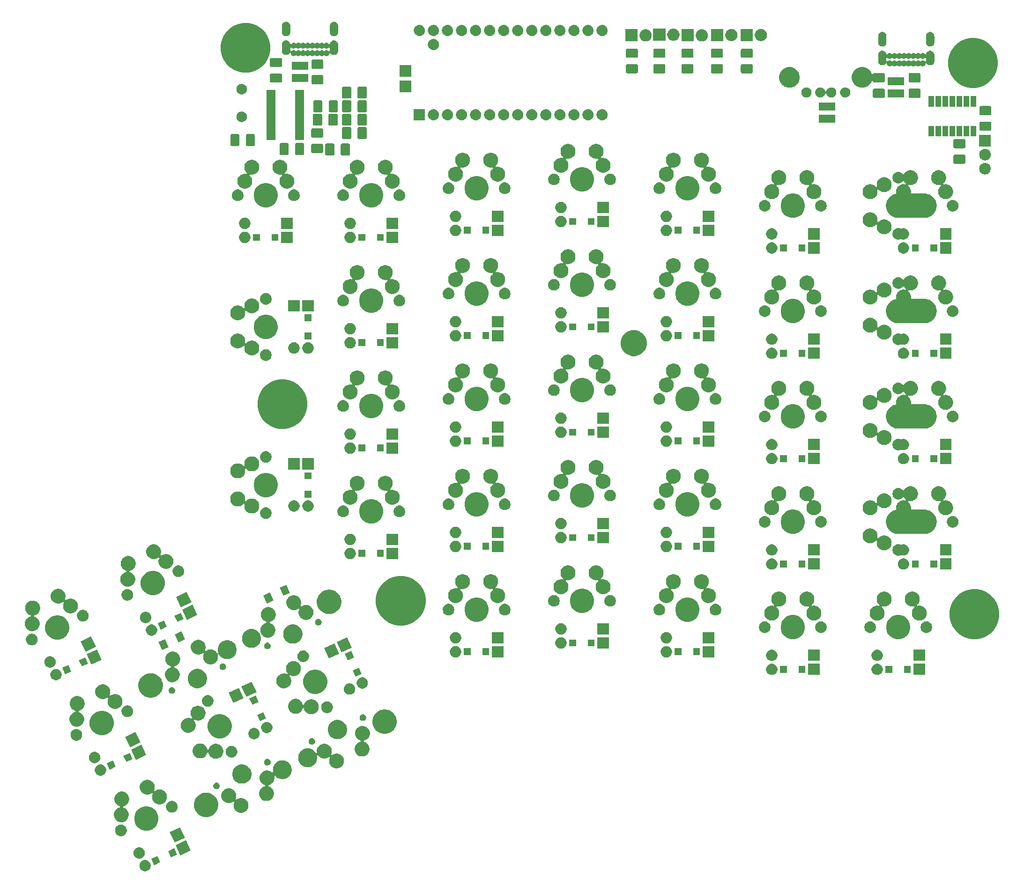
<source format=gts>
G04 #@! TF.GenerationSoftware,KiCad,Pcbnew,5.0.2+dfsg1-1*
G04 #@! TF.CreationDate,2021-01-12T18:46:28+01:00*
G04 #@! TF.ProjectId,ErgoDOX,4572676f-444f-4582-9e6b-696361645f70,rev?*
G04 #@! TF.SameCoordinates,Original*
G04 #@! TF.FileFunction,Soldermask,Top*
G04 #@! TF.FilePolarity,Negative*
%FSLAX46Y46*%
G04 Gerber Fmt 4.6, Leading zero omitted, Abs format (unit mm)*
G04 Created by KiCad (PCBNEW 5.0.2+dfsg1-1) date Tue 12 Jan 2021 06:46:28 PM CET*
%MOMM*%
%LPD*%
G01*
G04 APERTURE LIST*
%ADD10C,0.150000*%
G04 APERTURE END LIST*
D10*
G36*
X50867376Y-185327073D02*
X50867378Y-185327074D01*
X50867379Y-185327074D01*
X51054590Y-185404619D01*
X51054591Y-185404620D01*
X51223079Y-185517200D01*
X51366359Y-185660480D01*
X51366361Y-185660483D01*
X51478940Y-185828969D01*
X51556485Y-186016180D01*
X51596018Y-186214923D01*
X51596018Y-186417559D01*
X51556485Y-186616302D01*
X51478940Y-186803513D01*
X51478939Y-186803514D01*
X51366359Y-186972002D01*
X51223079Y-187115282D01*
X51223076Y-187115284D01*
X51054590Y-187227863D01*
X50867379Y-187305408D01*
X50867378Y-187305408D01*
X50867376Y-187305409D01*
X50668638Y-187344941D01*
X50465998Y-187344941D01*
X50267260Y-187305409D01*
X50267258Y-187305408D01*
X50267257Y-187305408D01*
X50080046Y-187227863D01*
X49911560Y-187115284D01*
X49911557Y-187115282D01*
X49768277Y-186972002D01*
X49655697Y-186803514D01*
X49655696Y-186803513D01*
X49578151Y-186616302D01*
X49538618Y-186417559D01*
X49538618Y-186214923D01*
X49578151Y-186016180D01*
X49655696Y-185828969D01*
X49768275Y-185660483D01*
X49768277Y-185660480D01*
X49911557Y-185517200D01*
X50080045Y-185404620D01*
X50080046Y-185404619D01*
X50267257Y-185327074D01*
X50267258Y-185327074D01*
X50267260Y-185327073D01*
X50465998Y-185287541D01*
X50668638Y-185287541D01*
X50867376Y-185327073D01*
X50867376Y-185327073D01*
G37*
G36*
X53339518Y-185710175D02*
X52211527Y-186236166D01*
X51685536Y-185108175D01*
X52813527Y-184582184D01*
X53339518Y-185710175D01*
X53339518Y-185710175D01*
G37*
G36*
X49793926Y-183025051D02*
X49793928Y-183025052D01*
X49793929Y-183025052D01*
X49981140Y-183102597D01*
X49981141Y-183102598D01*
X50149629Y-183215178D01*
X50292909Y-183358458D01*
X50292911Y-183358461D01*
X50405490Y-183526947D01*
X50483035Y-183714158D01*
X50522568Y-183912901D01*
X50522568Y-184115537D01*
X50483035Y-184314280D01*
X50405490Y-184501491D01*
X50294429Y-184667706D01*
X50292909Y-184669980D01*
X50149629Y-184813260D01*
X50149626Y-184813262D01*
X49981140Y-184925841D01*
X49793929Y-185003386D01*
X49793928Y-185003386D01*
X49793926Y-185003387D01*
X49595188Y-185042919D01*
X49392548Y-185042919D01*
X49193810Y-185003387D01*
X49193808Y-185003386D01*
X49193807Y-185003386D01*
X49006596Y-184925841D01*
X48838110Y-184813262D01*
X48838107Y-184813260D01*
X48694827Y-184669980D01*
X48693307Y-184667706D01*
X48582246Y-184501491D01*
X48504701Y-184314280D01*
X48465168Y-184115537D01*
X48465168Y-183912901D01*
X48504701Y-183714158D01*
X48582246Y-183526947D01*
X48694825Y-183358461D01*
X48694827Y-183358458D01*
X48838107Y-183215178D01*
X49006595Y-183102598D01*
X49006596Y-183102597D01*
X49193807Y-183025052D01*
X49193808Y-183025052D01*
X49193810Y-183025051D01*
X49392548Y-182985519D01*
X49595188Y-182985519D01*
X49793926Y-183025051D01*
X49793926Y-183025051D01*
G37*
G36*
X56355166Y-184303955D02*
X55227175Y-184829946D01*
X54701184Y-183701955D01*
X55829175Y-183175964D01*
X56355166Y-184303955D01*
X56355166Y-184303955D01*
G37*
G36*
X58840451Y-183593462D02*
X56975812Y-184462957D01*
X56106317Y-182598318D01*
X57970956Y-181728823D01*
X58840451Y-183593462D01*
X58840451Y-183593462D01*
G37*
G36*
X57767000Y-181291440D02*
X55902361Y-182160935D01*
X55032866Y-180296296D01*
X56897505Y-179426801D01*
X57767000Y-181291440D01*
X57767000Y-181291440D01*
G37*
G36*
X46503423Y-178933309D02*
X46503425Y-178933310D01*
X46503426Y-178933310D01*
X46574288Y-178962662D01*
X46695260Y-179012770D01*
X46867908Y-179128130D01*
X47014727Y-179274949D01*
X47130087Y-179447597D01*
X47209548Y-179639434D01*
X47250056Y-179843080D01*
X47250056Y-180050722D01*
X47209548Y-180254368D01*
X47130087Y-180446205D01*
X47014727Y-180618853D01*
X46867908Y-180765672D01*
X46695260Y-180881032D01*
X46574288Y-180931140D01*
X46503426Y-180960492D01*
X46503425Y-180960492D01*
X46503423Y-180960493D01*
X46299777Y-181001001D01*
X46092135Y-181001001D01*
X45888489Y-180960493D01*
X45888487Y-180960492D01*
X45888486Y-180960492D01*
X45817624Y-180931140D01*
X45696652Y-180881032D01*
X45524004Y-180765672D01*
X45377185Y-180618853D01*
X45261825Y-180446205D01*
X45182364Y-180254368D01*
X45141856Y-180050722D01*
X45141856Y-179843080D01*
X45182364Y-179639434D01*
X45261825Y-179447597D01*
X45377185Y-179274949D01*
X45524004Y-179128130D01*
X45696652Y-179012770D01*
X45817624Y-178962662D01*
X45888486Y-178933310D01*
X45888487Y-178933310D01*
X45888489Y-178933309D01*
X46092135Y-178892801D01*
X46299777Y-178892801D01*
X46503423Y-178933309D01*
X46503423Y-178933309D01*
G37*
G36*
X51440870Y-175687333D02*
X51840716Y-175852954D01*
X52200573Y-176093403D01*
X52506597Y-176399427D01*
X52747046Y-176759284D01*
X52912667Y-177159130D01*
X52997100Y-177583603D01*
X52997100Y-178016397D01*
X52912667Y-178440870D01*
X52747046Y-178840716D01*
X52506597Y-179200573D01*
X52200573Y-179506597D01*
X51840716Y-179747046D01*
X51440870Y-179912667D01*
X51016397Y-179997100D01*
X50583603Y-179997100D01*
X50159130Y-179912667D01*
X49759284Y-179747046D01*
X49399427Y-179506597D01*
X49093403Y-179200573D01*
X48852954Y-178840716D01*
X48687333Y-178440870D01*
X48602900Y-178016397D01*
X48602900Y-177583603D01*
X48687333Y-177159130D01*
X48852954Y-176759284D01*
X49093403Y-176399427D01*
X49399427Y-176093403D01*
X49759284Y-175852954D01*
X50159130Y-175687333D01*
X50583603Y-175602900D01*
X51016397Y-175602900D01*
X51440870Y-175687333D01*
X51440870Y-175687333D01*
G37*
G36*
X46743749Y-172974940D02*
X46988741Y-173076419D01*
X47209233Y-173223747D01*
X47396737Y-173411251D01*
X47544065Y-173631743D01*
X47645544Y-173876735D01*
X47697277Y-174136816D01*
X47697277Y-174401998D01*
X47645544Y-174662079D01*
X47544065Y-174907071D01*
X47396737Y-175127563D01*
X47209233Y-175315067D01*
X46988741Y-175462395D01*
X46845228Y-175521840D01*
X46743749Y-175563874D01*
X46709378Y-175570711D01*
X46688061Y-175574951D01*
X46664611Y-175582064D01*
X46643001Y-175593615D01*
X46624059Y-175609161D01*
X46608513Y-175628103D01*
X46596962Y-175649714D01*
X46589849Y-175673163D01*
X46587447Y-175697549D01*
X46589849Y-175721935D01*
X46596962Y-175745385D01*
X46608513Y-175766995D01*
X46624059Y-175785937D01*
X46643001Y-175801483D01*
X46664612Y-175813034D01*
X46666188Y-175813687D01*
X46666189Y-175813687D01*
X46677485Y-175818366D01*
X46911181Y-175915166D01*
X47131673Y-176062494D01*
X47319177Y-176249998D01*
X47466505Y-176470490D01*
X47567984Y-176715482D01*
X47619717Y-176975563D01*
X47619717Y-177240745D01*
X47567984Y-177500826D01*
X47466505Y-177745818D01*
X47319177Y-177966310D01*
X47131673Y-178153814D01*
X46911181Y-178301142D01*
X46666189Y-178402621D01*
X46406108Y-178454354D01*
X46140926Y-178454354D01*
X45880845Y-178402621D01*
X45635853Y-178301142D01*
X45415361Y-178153814D01*
X45227857Y-177966310D01*
X45080529Y-177745818D01*
X44979050Y-177500826D01*
X44927317Y-177240745D01*
X44927317Y-176975563D01*
X44979050Y-176715482D01*
X45080529Y-176470490D01*
X45227857Y-176249998D01*
X45415361Y-176062494D01*
X45635853Y-175915166D01*
X45786047Y-175852954D01*
X45880845Y-175813687D01*
X45915216Y-175806850D01*
X45936533Y-175802610D01*
X45959983Y-175795497D01*
X45981593Y-175783946D01*
X46000535Y-175768400D01*
X46016081Y-175749458D01*
X46027632Y-175727847D01*
X46034745Y-175704398D01*
X46037147Y-175680012D01*
X46034745Y-175655626D01*
X46027632Y-175632176D01*
X46016081Y-175610566D01*
X46000535Y-175591624D01*
X45981593Y-175576078D01*
X45959982Y-175564527D01*
X45958406Y-175563874D01*
X45958405Y-175563874D01*
X45892997Y-175536781D01*
X45713413Y-175462395D01*
X45492921Y-175315067D01*
X45305417Y-175127563D01*
X45158089Y-174907071D01*
X45056610Y-174662079D01*
X45004877Y-174401998D01*
X45004877Y-174136816D01*
X45056610Y-173876735D01*
X45158089Y-173631743D01*
X45305417Y-173411251D01*
X45492921Y-173223747D01*
X45713413Y-173076419D01*
X45958405Y-172974940D01*
X46218486Y-172923207D01*
X46483668Y-172923207D01*
X46743749Y-172974940D01*
X46743749Y-172974940D01*
G37*
G36*
X62095765Y-173176745D02*
X62237650Y-173204968D01*
X62346702Y-173250139D01*
X62638605Y-173371049D01*
X62999461Y-173612165D01*
X63306335Y-173919039D01*
X63547451Y-174279895D01*
X63644739Y-174514769D01*
X63713532Y-174680850D01*
X63732853Y-174777985D01*
X63798200Y-175106502D01*
X63798200Y-175540498D01*
X63752867Y-175768400D01*
X63713532Y-175966150D01*
X63660823Y-176093401D01*
X63547451Y-176367105D01*
X63306335Y-176727961D01*
X62999461Y-177034835D01*
X62638605Y-177275951D01*
X62403731Y-177373239D01*
X62237650Y-177442032D01*
X62095765Y-177470255D01*
X61811998Y-177526700D01*
X61378002Y-177526700D01*
X61094235Y-177470255D01*
X60952350Y-177442032D01*
X60786269Y-177373239D01*
X60551395Y-177275951D01*
X60190539Y-177034835D01*
X59883665Y-176727961D01*
X59642549Y-176367105D01*
X59529177Y-176093401D01*
X59476468Y-175966150D01*
X59437133Y-175768400D01*
X59391800Y-175540498D01*
X59391800Y-175106502D01*
X59457147Y-174777985D01*
X59476468Y-174680850D01*
X59545261Y-174514769D01*
X59642549Y-174279895D01*
X59883665Y-173919039D01*
X60190539Y-173612165D01*
X60551395Y-173371049D01*
X60843298Y-173250139D01*
X60952350Y-173204968D01*
X61094235Y-173176745D01*
X61378002Y-173120300D01*
X61811998Y-173120300D01*
X62095765Y-173176745D01*
X62095765Y-173176745D01*
G37*
G36*
X66077470Y-172365930D02*
X66322462Y-172467409D01*
X66542954Y-172614737D01*
X66730458Y-172802241D01*
X66877786Y-173022733D01*
X66979265Y-173267725D01*
X67024499Y-173495131D01*
X67030998Y-173527808D01*
X67030998Y-173792986D01*
X66979265Y-174053069D01*
X66922202Y-174190830D01*
X66915091Y-174214273D01*
X66912689Y-174238660D01*
X66915091Y-174263046D01*
X66922204Y-174286495D01*
X66933755Y-174308106D01*
X66949300Y-174327048D01*
X66968243Y-174342594D01*
X66989853Y-174354145D01*
X67013302Y-174361258D01*
X67037689Y-174363660D01*
X67062075Y-174361258D01*
X67085524Y-174354145D01*
X67107135Y-174342594D01*
X67271594Y-174232706D01*
X67516587Y-174131227D01*
X67776668Y-174079494D01*
X68041850Y-174079494D01*
X68301931Y-174131227D01*
X68546923Y-174232706D01*
X68767415Y-174380034D01*
X68954919Y-174567538D01*
X69102247Y-174788030D01*
X69203726Y-175033022D01*
X69255459Y-175293103D01*
X69255459Y-175558285D01*
X69203726Y-175818366D01*
X69102247Y-176063358D01*
X68954919Y-176283850D01*
X68767415Y-176471354D01*
X68546923Y-176618682D01*
X68301931Y-176720161D01*
X68041850Y-176771894D01*
X67776668Y-176771894D01*
X67516587Y-176720161D01*
X67271595Y-176618682D01*
X67051103Y-176471354D01*
X66863599Y-176283850D01*
X66716271Y-176063358D01*
X66614792Y-175818366D01*
X66563059Y-175558285D01*
X66563059Y-175293103D01*
X66595987Y-175127563D01*
X66614792Y-175033022D01*
X66671855Y-174895261D01*
X66678966Y-174871818D01*
X66681368Y-174847431D01*
X66678966Y-174823045D01*
X66671853Y-174799596D01*
X66660302Y-174777985D01*
X66644757Y-174759043D01*
X66625814Y-174743497D01*
X66604204Y-174731946D01*
X66580755Y-174724833D01*
X66556368Y-174722431D01*
X66531982Y-174724833D01*
X66508533Y-174731946D01*
X66486922Y-174743497D01*
X66322463Y-174853385D01*
X66077470Y-174954864D01*
X65817389Y-175006597D01*
X65552207Y-175006597D01*
X65292126Y-174954864D01*
X65047134Y-174853385D01*
X64826642Y-174706057D01*
X64639138Y-174518553D01*
X64491810Y-174298061D01*
X64390331Y-174053069D01*
X64338598Y-173792988D01*
X64338598Y-173527806D01*
X64390331Y-173267725D01*
X64491810Y-173022733D01*
X64639138Y-172802241D01*
X64826642Y-172614737D01*
X65047134Y-172467409D01*
X65292126Y-172365930D01*
X65552207Y-172314197D01*
X65817389Y-172314197D01*
X66077470Y-172365930D01*
X66077470Y-172365930D01*
G37*
G36*
X55711511Y-174639507D02*
X55711513Y-174639508D01*
X55711514Y-174639508D01*
X55766005Y-174662079D01*
X55903348Y-174718968D01*
X56075996Y-174834328D01*
X56222815Y-174981147D01*
X56338175Y-175153795D01*
X56371398Y-175234003D01*
X56404977Y-175315069D01*
X56417636Y-175345632D01*
X56458144Y-175549278D01*
X56458144Y-175756920D01*
X56426667Y-175915166D01*
X56417635Y-175960569D01*
X56415323Y-175966150D01*
X56338175Y-176152403D01*
X56222815Y-176325051D01*
X56075996Y-176471870D01*
X55903348Y-176587230D01*
X55782376Y-176637338D01*
X55711514Y-176666690D01*
X55711513Y-176666690D01*
X55711511Y-176666691D01*
X55507865Y-176707199D01*
X55300223Y-176707199D01*
X55096577Y-176666691D01*
X55096575Y-176666690D01*
X55096574Y-176666690D01*
X55025712Y-176637338D01*
X54904740Y-176587230D01*
X54732092Y-176471870D01*
X54585273Y-176325051D01*
X54469913Y-176152403D01*
X54392765Y-175966150D01*
X54390453Y-175960569D01*
X54381422Y-175915166D01*
X54349944Y-175756920D01*
X54349944Y-175549278D01*
X54390452Y-175345632D01*
X54403112Y-175315069D01*
X54436690Y-175234003D01*
X54469913Y-175153795D01*
X54585273Y-174981147D01*
X54732092Y-174834328D01*
X54904740Y-174718968D01*
X55042083Y-174662079D01*
X55096574Y-174639508D01*
X55096575Y-174639508D01*
X55096577Y-174639507D01*
X55300223Y-174598999D01*
X55507865Y-174598999D01*
X55711511Y-174639507D01*
X55711511Y-174639507D01*
G37*
G36*
X51347793Y-170828039D02*
X51592785Y-170929518D01*
X51813277Y-171076846D01*
X52000781Y-171264350D01*
X52148109Y-171484842D01*
X52249588Y-171729834D01*
X52297782Y-171972122D01*
X52301321Y-171989917D01*
X52301321Y-172255095D01*
X52249588Y-172515178D01*
X52192525Y-172652939D01*
X52185414Y-172676382D01*
X52183012Y-172700769D01*
X52185414Y-172725155D01*
X52192527Y-172748604D01*
X52204078Y-172770215D01*
X52219623Y-172789157D01*
X52238566Y-172804703D01*
X52260176Y-172816254D01*
X52283625Y-172823367D01*
X52308012Y-172825769D01*
X52332398Y-172823367D01*
X52355847Y-172816254D01*
X52377458Y-172804703D01*
X52541917Y-172694815D01*
X52786910Y-172593336D01*
X53046991Y-172541603D01*
X53312173Y-172541603D01*
X53572254Y-172593336D01*
X53817246Y-172694815D01*
X54037738Y-172842143D01*
X54225242Y-173029647D01*
X54372570Y-173250139D01*
X54474049Y-173495131D01*
X54525782Y-173755212D01*
X54525782Y-174020394D01*
X54474049Y-174280475D01*
X54372570Y-174525467D01*
X54225242Y-174745959D01*
X54037738Y-174933463D01*
X53817246Y-175080791D01*
X53572254Y-175182270D01*
X53312173Y-175234003D01*
X53046991Y-175234003D01*
X52786910Y-175182270D01*
X52541918Y-175080791D01*
X52321426Y-174933463D01*
X52133922Y-174745959D01*
X51986594Y-174525467D01*
X51885115Y-174280475D01*
X51833382Y-174020394D01*
X51833382Y-173755212D01*
X51861836Y-173612163D01*
X51885115Y-173495131D01*
X51942178Y-173357370D01*
X51949289Y-173333927D01*
X51951691Y-173309540D01*
X51949289Y-173285154D01*
X51942176Y-173261705D01*
X51930625Y-173240094D01*
X51915080Y-173221152D01*
X51896137Y-173205606D01*
X51874527Y-173194055D01*
X51851078Y-173186942D01*
X51826691Y-173184540D01*
X51802305Y-173186942D01*
X51778856Y-173194055D01*
X51757245Y-173205606D01*
X51592786Y-173315494D01*
X51347793Y-173416973D01*
X51087712Y-173468706D01*
X50822530Y-173468706D01*
X50562449Y-173416973D01*
X50317457Y-173315494D01*
X50096965Y-173168166D01*
X49909461Y-172980662D01*
X49762133Y-172760170D01*
X49660654Y-172515178D01*
X49608921Y-172255097D01*
X49608921Y-171989915D01*
X49660654Y-171729834D01*
X49762133Y-171484842D01*
X49909461Y-171264350D01*
X50096965Y-171076846D01*
X50317457Y-170929518D01*
X50562449Y-170828039D01*
X50822530Y-170776306D01*
X51087712Y-170776306D01*
X51347793Y-170828039D01*
X51347793Y-170828039D01*
G37*
G36*
X75706778Y-167303027D02*
X75871305Y-167335753D01*
X75999695Y-167388934D01*
X76181267Y-167464143D01*
X76460230Y-167650540D01*
X76697460Y-167887770D01*
X76883857Y-168166733D01*
X76911964Y-168234590D01*
X77012247Y-168476695D01*
X77044547Y-168639076D01*
X77077700Y-168805748D01*
X77077700Y-169141252D01*
X77044973Y-169305778D01*
X77012247Y-169470305D01*
X76984789Y-169536594D01*
X76883857Y-169780267D01*
X76697460Y-170059230D01*
X76460230Y-170296460D01*
X76181267Y-170482857D01*
X75999695Y-170558066D01*
X75871305Y-170611247D01*
X75706778Y-170643974D01*
X75542252Y-170676700D01*
X75206748Y-170676700D01*
X75042222Y-170643974D01*
X74877695Y-170611247D01*
X74749305Y-170558066D01*
X74567733Y-170482857D01*
X74288770Y-170296460D01*
X74138380Y-170146070D01*
X74119438Y-170130524D01*
X74097827Y-170118973D01*
X74074378Y-170111860D01*
X74049992Y-170109458D01*
X74025606Y-170111860D01*
X74002157Y-170118973D01*
X73980546Y-170130524D01*
X73961604Y-170146070D01*
X73946058Y-170165012D01*
X73934507Y-170186623D01*
X73927394Y-170210072D01*
X73924992Y-170234458D01*
X73927394Y-170258844D01*
X73937063Y-170307455D01*
X73937063Y-170572637D01*
X73885330Y-170832718D01*
X73783851Y-171077710D01*
X73636524Y-171298201D01*
X73449019Y-171485706D01*
X73228527Y-171633034D01*
X73085014Y-171692479D01*
X72983535Y-171734513D01*
X72949164Y-171741350D01*
X72927847Y-171745590D01*
X72904397Y-171752703D01*
X72882787Y-171764254D01*
X72863845Y-171779800D01*
X72848299Y-171798742D01*
X72836748Y-171820353D01*
X72829635Y-171843802D01*
X72827233Y-171868188D01*
X72829635Y-171892574D01*
X72836748Y-171916024D01*
X72848299Y-171937634D01*
X72863845Y-171956576D01*
X72882787Y-171972122D01*
X72904398Y-171983673D01*
X72905974Y-171984326D01*
X72905975Y-171984326D01*
X72971383Y-172011419D01*
X73150967Y-172085805D01*
X73371459Y-172233133D01*
X73558963Y-172420637D01*
X73706291Y-172641129D01*
X73807770Y-172886121D01*
X73859503Y-173146202D01*
X73859503Y-173411384D01*
X73807770Y-173671465D01*
X73706291Y-173916457D01*
X73558963Y-174136949D01*
X73371459Y-174324453D01*
X73150967Y-174471781D01*
X72905975Y-174573260D01*
X72645894Y-174624993D01*
X72380712Y-174624993D01*
X72120631Y-174573260D01*
X71875639Y-174471781D01*
X71655147Y-174324453D01*
X71467643Y-174136949D01*
X71320315Y-173916457D01*
X71218836Y-173671465D01*
X71167103Y-173411384D01*
X71167103Y-173146202D01*
X71218836Y-172886121D01*
X71320315Y-172641129D01*
X71467643Y-172420637D01*
X71655147Y-172233133D01*
X71875639Y-172085805D01*
X72019152Y-172026360D01*
X72120631Y-171984326D01*
X72155002Y-171977489D01*
X72176319Y-171973249D01*
X72199769Y-171966136D01*
X72221379Y-171954585D01*
X72240321Y-171939039D01*
X72255867Y-171920097D01*
X72267418Y-171898486D01*
X72274531Y-171875037D01*
X72276933Y-171850651D01*
X72274531Y-171826265D01*
X72267418Y-171802815D01*
X72255867Y-171781205D01*
X72240321Y-171762263D01*
X72221379Y-171746717D01*
X72199768Y-171735166D01*
X72198192Y-171734513D01*
X72198191Y-171734513D01*
X72132783Y-171707420D01*
X71953199Y-171633034D01*
X71732707Y-171485706D01*
X71545202Y-171298201D01*
X71397875Y-171077710D01*
X71296396Y-170832718D01*
X71244663Y-170572637D01*
X71244663Y-170307455D01*
X71296396Y-170047374D01*
X71397875Y-169802382D01*
X71545203Y-169581890D01*
X71732707Y-169394386D01*
X71953199Y-169247058D01*
X72198191Y-169145579D01*
X72458272Y-169093846D01*
X72723454Y-169093846D01*
X72983535Y-169145579D01*
X73228527Y-169247058D01*
X73449019Y-169394386D01*
X73497971Y-169443338D01*
X73516913Y-169458884D01*
X73538524Y-169470435D01*
X73561973Y-169477548D01*
X73586359Y-169479950D01*
X73610745Y-169477548D01*
X73634194Y-169470435D01*
X73655805Y-169458884D01*
X73674747Y-169443338D01*
X73690293Y-169424396D01*
X73701844Y-169402785D01*
X73708957Y-169379336D01*
X73711359Y-169354950D01*
X73708957Y-169330563D01*
X73692347Y-169247058D01*
X73671300Y-169141251D01*
X73671300Y-168805749D01*
X73736753Y-168476695D01*
X73837036Y-168234590D01*
X73865143Y-168166733D01*
X74051540Y-167887770D01*
X74288770Y-167650540D01*
X74567733Y-167464143D01*
X74749305Y-167388934D01*
X74877695Y-167335753D01*
X75042222Y-167303027D01*
X75206748Y-167270300D01*
X75542252Y-167270300D01*
X75706778Y-167303027D01*
X75706778Y-167303027D01*
G37*
G36*
X63634445Y-171321139D02*
X63743074Y-171366135D01*
X63840838Y-171431459D01*
X63923978Y-171514599D01*
X63989302Y-171612363D01*
X64034298Y-171720992D01*
X64057236Y-171836310D01*
X64057236Y-171953892D01*
X64034298Y-172069210D01*
X63989302Y-172177839D01*
X63923978Y-172275603D01*
X63840838Y-172358743D01*
X63743074Y-172424067D01*
X63634445Y-172469063D01*
X63519127Y-172492001D01*
X63401545Y-172492001D01*
X63286227Y-172469063D01*
X63177598Y-172424067D01*
X63079834Y-172358743D01*
X62996694Y-172275603D01*
X62931370Y-172177839D01*
X62886374Y-172069210D01*
X62863436Y-171953892D01*
X62863436Y-171836310D01*
X62886374Y-171720992D01*
X62931370Y-171612363D01*
X62996694Y-171514599D01*
X63079834Y-171431459D01*
X63177598Y-171366135D01*
X63286227Y-171321139D01*
X63401545Y-171298201D01*
X63519127Y-171298201D01*
X63634445Y-171321139D01*
X63634445Y-171321139D01*
G37*
G36*
X68459842Y-168052875D02*
X68571890Y-168075163D01*
X68888532Y-168206320D01*
X69173502Y-168396731D01*
X69415849Y-168639078D01*
X69606260Y-168924048D01*
X69737417Y-169240690D01*
X69738684Y-169247059D01*
X69804280Y-169576833D01*
X69804280Y-169919567D01*
X69776500Y-170059227D01*
X69737417Y-170255710D01*
X69606260Y-170572352D01*
X69415849Y-170857322D01*
X69173502Y-171099669D01*
X68888532Y-171290080D01*
X68571890Y-171421237D01*
X68520500Y-171431459D01*
X68235747Y-171488100D01*
X67893013Y-171488100D01*
X67608260Y-171431459D01*
X67556870Y-171421237D01*
X67240228Y-171290080D01*
X66955258Y-171099669D01*
X66712911Y-170857322D01*
X66522500Y-170572352D01*
X66391343Y-170255710D01*
X66352260Y-170059227D01*
X66324480Y-169919567D01*
X66324480Y-169576833D01*
X66390076Y-169247059D01*
X66391343Y-169240690D01*
X66522500Y-168924048D01*
X66712911Y-168639078D01*
X66955258Y-168396731D01*
X67240228Y-168206320D01*
X67556870Y-168075163D01*
X67668918Y-168052875D01*
X67893013Y-168008300D01*
X68235747Y-168008300D01*
X68459842Y-168052875D01*
X68459842Y-168052875D01*
G37*
G36*
X42815576Y-168060153D02*
X42815578Y-168060154D01*
X42815579Y-168060154D01*
X43002790Y-168137699D01*
X43046242Y-168166733D01*
X43171279Y-168250280D01*
X43314559Y-168393560D01*
X43314561Y-168393563D01*
X43427140Y-168562049D01*
X43493656Y-168722634D01*
X43504686Y-168749263D01*
X43544218Y-168948001D01*
X43544218Y-169150641D01*
X43508429Y-169330563D01*
X43504685Y-169349382D01*
X43427140Y-169536593D01*
X43427139Y-169536594D01*
X43314559Y-169705082D01*
X43171279Y-169848362D01*
X43171276Y-169848364D01*
X43002790Y-169960943D01*
X42815579Y-170038488D01*
X42815578Y-170038488D01*
X42815576Y-170038489D01*
X42616838Y-170078021D01*
X42414198Y-170078021D01*
X42215460Y-170038489D01*
X42215458Y-170038488D01*
X42215457Y-170038488D01*
X42028246Y-169960943D01*
X41859760Y-169848364D01*
X41859757Y-169848362D01*
X41716477Y-169705082D01*
X41603897Y-169536594D01*
X41603896Y-169536593D01*
X41526351Y-169349382D01*
X41522608Y-169330563D01*
X41486818Y-169150641D01*
X41486818Y-168948001D01*
X41526350Y-168749263D01*
X41537380Y-168722634D01*
X41603896Y-168562049D01*
X41716475Y-168393563D01*
X41716477Y-168393560D01*
X41859757Y-168250280D01*
X41984794Y-168166733D01*
X42028246Y-168137699D01*
X42215457Y-168060154D01*
X42215458Y-168060154D01*
X42215460Y-168060153D01*
X42414198Y-168020621D01*
X42616838Y-168020621D01*
X42815576Y-168060153D01*
X42815576Y-168060153D01*
G37*
G36*
X45287718Y-168443255D02*
X44159727Y-168969246D01*
X43633736Y-167841255D01*
X44761727Y-167315264D01*
X45287718Y-168443255D01*
X45287718Y-168443255D01*
G37*
G36*
X83344390Y-164316670D02*
X83589382Y-164418149D01*
X83809874Y-164565477D01*
X83997378Y-164752981D01*
X84144706Y-164973473D01*
X84246185Y-165218465D01*
X84297918Y-165478546D01*
X84297918Y-165743728D01*
X84291428Y-165776354D01*
X84246185Y-166003809D01*
X84189122Y-166141570D01*
X84182011Y-166165013D01*
X84179609Y-166189400D01*
X84182011Y-166213786D01*
X84189124Y-166237235D01*
X84200675Y-166258846D01*
X84216220Y-166277788D01*
X84235163Y-166293334D01*
X84256773Y-166304885D01*
X84280222Y-166311998D01*
X84304609Y-166314400D01*
X84328995Y-166311998D01*
X84352444Y-166304885D01*
X84374055Y-166293334D01*
X84538514Y-166183446D01*
X84783507Y-166081967D01*
X85043588Y-166030234D01*
X85308770Y-166030234D01*
X85568851Y-166081967D01*
X85813843Y-166183446D01*
X86034335Y-166330774D01*
X86221839Y-166518278D01*
X86369167Y-166738770D01*
X86470646Y-166983762D01*
X86522379Y-167243843D01*
X86522379Y-167509025D01*
X86470646Y-167769106D01*
X86369167Y-168014098D01*
X86221839Y-168234590D01*
X86034335Y-168422094D01*
X85813843Y-168569422D01*
X85568851Y-168670901D01*
X85308770Y-168722634D01*
X85043588Y-168722634D01*
X84783507Y-168670901D01*
X84538515Y-168569422D01*
X84318023Y-168422094D01*
X84130519Y-168234590D01*
X83983191Y-168014098D01*
X83881712Y-167769106D01*
X83829979Y-167509025D01*
X83829979Y-167243843D01*
X83851101Y-167137657D01*
X83881712Y-166983762D01*
X83938775Y-166846001D01*
X83945886Y-166822558D01*
X83948288Y-166798171D01*
X83945886Y-166773785D01*
X83938773Y-166750336D01*
X83927222Y-166728725D01*
X83911677Y-166709783D01*
X83892734Y-166694237D01*
X83871124Y-166682686D01*
X83847675Y-166675573D01*
X83823288Y-166673171D01*
X83798902Y-166675573D01*
X83775453Y-166682686D01*
X83753842Y-166694237D01*
X83589383Y-166804125D01*
X83344390Y-166905604D01*
X83084309Y-166957337D01*
X82819127Y-166957337D01*
X82559046Y-166905604D01*
X82314054Y-166804125D01*
X82093562Y-166656797D01*
X81906058Y-166469293D01*
X81839905Y-166370288D01*
X81824359Y-166351346D01*
X81805417Y-166335800D01*
X81783807Y-166324249D01*
X81760357Y-166317136D01*
X81735971Y-166314734D01*
X81711585Y-166317136D01*
X81688136Y-166324249D01*
X81666525Y-166335800D01*
X81647583Y-166351346D01*
X81632037Y-166370288D01*
X81620486Y-166391898D01*
X81613373Y-166415348D01*
X81610971Y-166439734D01*
X81613373Y-166464120D01*
X81649700Y-166646748D01*
X81649700Y-166982252D01*
X81584247Y-167311304D01*
X81455857Y-167621267D01*
X81269460Y-167900230D01*
X81032230Y-168137460D01*
X80753267Y-168323857D01*
X80584988Y-168393560D01*
X80443305Y-168452247D01*
X80278778Y-168484973D01*
X80114252Y-168517700D01*
X79778748Y-168517700D01*
X79614222Y-168484973D01*
X79449695Y-168452247D01*
X79308012Y-168393560D01*
X79139733Y-168323857D01*
X78860770Y-168137460D01*
X78623540Y-167900230D01*
X78437143Y-167621267D01*
X78308753Y-167311304D01*
X78243300Y-166982252D01*
X78243300Y-166646748D01*
X78298292Y-166370288D01*
X78308753Y-166317695D01*
X78402430Y-166091538D01*
X78437143Y-166007733D01*
X78623540Y-165728770D01*
X78860770Y-165491540D01*
X79139733Y-165305143D01*
X79323031Y-165229219D01*
X79449695Y-165176753D01*
X79614222Y-165144027D01*
X79778748Y-165111300D01*
X80114252Y-165111300D01*
X80278778Y-165144027D01*
X80443305Y-165176753D01*
X80569969Y-165229219D01*
X80753267Y-165305143D01*
X81032230Y-165491540D01*
X81269460Y-165728770D01*
X81394600Y-165916055D01*
X81410146Y-165934997D01*
X81429088Y-165950543D01*
X81450699Y-165962094D01*
X81474148Y-165969207D01*
X81498534Y-165971609D01*
X81522920Y-165969207D01*
X81546369Y-165962094D01*
X81567980Y-165950543D01*
X81586922Y-165934997D01*
X81602468Y-165916055D01*
X81614019Y-165894444D01*
X81621132Y-165870995D01*
X81623534Y-165846609D01*
X81621132Y-165822222D01*
X81608384Y-165758132D01*
X81605518Y-165743726D01*
X81605518Y-165478548D01*
X81614456Y-165433614D01*
X81657251Y-165218465D01*
X81758730Y-164973473D01*
X81906058Y-164752981D01*
X82093562Y-164565477D01*
X82314054Y-164418149D01*
X82559046Y-164316670D01*
X82819127Y-164264937D01*
X83084309Y-164264937D01*
X83344390Y-164316670D01*
X83344390Y-164316670D01*
G37*
G36*
X72842533Y-167027337D02*
X72951162Y-167072333D01*
X73048926Y-167137657D01*
X73132066Y-167220797D01*
X73197390Y-167318561D01*
X73242386Y-167427190D01*
X73265324Y-167542508D01*
X73265324Y-167660090D01*
X73242386Y-167775408D01*
X73197390Y-167884037D01*
X73132066Y-167981801D01*
X73048926Y-168064941D01*
X72951162Y-168130265D01*
X72842533Y-168175261D01*
X72727215Y-168198199D01*
X72609633Y-168198199D01*
X72494315Y-168175261D01*
X72385686Y-168130265D01*
X72287922Y-168064941D01*
X72204782Y-167981801D01*
X72139458Y-167884037D01*
X72094462Y-167775408D01*
X72071524Y-167660090D01*
X72071524Y-167542508D01*
X72094462Y-167427190D01*
X72139458Y-167318561D01*
X72204782Y-167220797D01*
X72287922Y-167137657D01*
X72385686Y-167072333D01*
X72494315Y-167027337D01*
X72609633Y-167004399D01*
X72727215Y-167004399D01*
X72842533Y-167027337D01*
X72842533Y-167027337D01*
G37*
G36*
X41742126Y-165758131D02*
X41742128Y-165758132D01*
X41742129Y-165758132D01*
X41929340Y-165835677D01*
X42079015Y-165935687D01*
X42097829Y-165948258D01*
X42241109Y-166091538D01*
X42241111Y-166091541D01*
X42353690Y-166260027D01*
X42431235Y-166447238D01*
X42431236Y-166447241D01*
X42470768Y-166645979D01*
X42470768Y-166848619D01*
X42442653Y-166989963D01*
X42431235Y-167047360D01*
X42353690Y-167234571D01*
X42286082Y-167335753D01*
X42241109Y-167403060D01*
X42097829Y-167546340D01*
X42097826Y-167546342D01*
X41929340Y-167658921D01*
X41742129Y-167736466D01*
X41742128Y-167736466D01*
X41742126Y-167736467D01*
X41543388Y-167775999D01*
X41340748Y-167775999D01*
X41142010Y-167736467D01*
X41142008Y-167736466D01*
X41142007Y-167736466D01*
X40954796Y-167658921D01*
X40786310Y-167546342D01*
X40786307Y-167546340D01*
X40643027Y-167403060D01*
X40598054Y-167335753D01*
X40530446Y-167234571D01*
X40452901Y-167047360D01*
X40441484Y-166989963D01*
X40413368Y-166848619D01*
X40413368Y-166645979D01*
X40452900Y-166447241D01*
X40452901Y-166447238D01*
X40530446Y-166260027D01*
X40643025Y-166091541D01*
X40643027Y-166091538D01*
X40786307Y-165948258D01*
X40805121Y-165935687D01*
X40954796Y-165835677D01*
X41142007Y-165758132D01*
X41142008Y-165758132D01*
X41142010Y-165758131D01*
X41340748Y-165718599D01*
X41543388Y-165718599D01*
X41742126Y-165758131D01*
X41742126Y-165758131D01*
G37*
G36*
X48303366Y-167037035D02*
X47175375Y-167563026D01*
X46649384Y-166435035D01*
X47777375Y-165909044D01*
X48303366Y-167037035D01*
X48303366Y-167037035D01*
G37*
G36*
X50788651Y-166326542D02*
X48924012Y-167196037D01*
X48054517Y-165331398D01*
X49919156Y-164461903D01*
X50788651Y-166326542D01*
X50788651Y-166326542D01*
G37*
G36*
X60900559Y-164271736D02*
X61145551Y-164373215D01*
X61366043Y-164520543D01*
X61553547Y-164708047D01*
X61700875Y-164928539D01*
X61802354Y-165173532D01*
X61813431Y-165229219D01*
X61820544Y-165252669D01*
X61832095Y-165274279D01*
X61847641Y-165293221D01*
X61866583Y-165308767D01*
X61888194Y-165320318D01*
X61911643Y-165327431D01*
X61936029Y-165329833D01*
X61960415Y-165327431D01*
X61983865Y-165320318D01*
X62005475Y-165308767D01*
X62024417Y-165293221D01*
X62039963Y-165274279D01*
X62051514Y-165252668D01*
X62153646Y-165006099D01*
X62300974Y-164785607D01*
X62488478Y-164598103D01*
X62708970Y-164450775D01*
X62953962Y-164349296D01*
X63214043Y-164297563D01*
X63479225Y-164297563D01*
X63739306Y-164349296D01*
X63984298Y-164450775D01*
X64204790Y-164598103D01*
X64392294Y-164785607D01*
X64539622Y-165006099D01*
X64641101Y-165251091D01*
X64692834Y-165511172D01*
X64692834Y-165776354D01*
X64641101Y-166036435D01*
X64539622Y-166281427D01*
X64392294Y-166501919D01*
X64204790Y-166689423D01*
X63984298Y-166836751D01*
X63739306Y-166938230D01*
X63479225Y-166989963D01*
X63214043Y-166989963D01*
X62953962Y-166938230D01*
X62708970Y-166836751D01*
X62488478Y-166689423D01*
X62300974Y-166501919D01*
X62153646Y-166281427D01*
X62052167Y-166036434D01*
X62041090Y-165980747D01*
X62033977Y-165957297D01*
X62022426Y-165935687D01*
X62006880Y-165916745D01*
X61987938Y-165901199D01*
X61966327Y-165889648D01*
X61942878Y-165882535D01*
X61918492Y-165880133D01*
X61894106Y-165882535D01*
X61870656Y-165889648D01*
X61849046Y-165901199D01*
X61830104Y-165916745D01*
X61814558Y-165935687D01*
X61803007Y-165957298D01*
X61802354Y-165958874D01*
X61802354Y-165958875D01*
X61798074Y-165969207D01*
X61700875Y-166203867D01*
X61553547Y-166424359D01*
X61366043Y-166611863D01*
X61145551Y-166759191D01*
X60900559Y-166860670D01*
X60640478Y-166912403D01*
X60375296Y-166912403D01*
X60115215Y-166860670D01*
X59870223Y-166759191D01*
X59649731Y-166611863D01*
X59462227Y-166424359D01*
X59314899Y-166203867D01*
X59213420Y-165958875D01*
X59161687Y-165698794D01*
X59161687Y-165433612D01*
X59213420Y-165173531D01*
X59314899Y-164928539D01*
X59462227Y-164708047D01*
X59649731Y-164520543D01*
X59870223Y-164373215D01*
X60115215Y-164271736D01*
X60375296Y-164220003D01*
X60640478Y-164220003D01*
X60900559Y-164271736D01*
X60900559Y-164271736D01*
G37*
G36*
X66492848Y-164707732D02*
X66492850Y-164707733D01*
X66492851Y-164707733D01*
X66493616Y-164708050D01*
X66684685Y-164787193D01*
X66857333Y-164902553D01*
X67004152Y-165049372D01*
X67119512Y-165222020D01*
X67198973Y-165413857D01*
X67239481Y-165617503D01*
X67239481Y-165825145D01*
X67203162Y-166007733D01*
X67198972Y-166028794D01*
X67195807Y-166036434D01*
X67119512Y-166220628D01*
X67004152Y-166393276D01*
X66857333Y-166540095D01*
X66684685Y-166655455D01*
X66591056Y-166694237D01*
X66492851Y-166734915D01*
X66492850Y-166734915D01*
X66492848Y-166734916D01*
X66289202Y-166775424D01*
X66081560Y-166775424D01*
X65877914Y-166734916D01*
X65877912Y-166734915D01*
X65877911Y-166734915D01*
X65779706Y-166694237D01*
X65686077Y-166655455D01*
X65513429Y-166540095D01*
X65366610Y-166393276D01*
X65251250Y-166220628D01*
X65174955Y-166036434D01*
X65171790Y-166028794D01*
X65167601Y-166007733D01*
X65131281Y-165825145D01*
X65131281Y-165617503D01*
X65171789Y-165413857D01*
X65251250Y-165222020D01*
X65366610Y-165049372D01*
X65513429Y-164902553D01*
X65686077Y-164787193D01*
X65877146Y-164708050D01*
X65877911Y-164707733D01*
X65877912Y-164707733D01*
X65877914Y-164707732D01*
X66081560Y-164667224D01*
X66289202Y-164667224D01*
X66492848Y-164707732D01*
X66492848Y-164707732D01*
G37*
G36*
X90250455Y-161096319D02*
X90495447Y-161197798D01*
X90715939Y-161345126D01*
X90903443Y-161532630D01*
X91050771Y-161753122D01*
X91152250Y-161998114D01*
X91203983Y-162258195D01*
X91203983Y-162523377D01*
X91152250Y-162783458D01*
X91050771Y-163028450D01*
X90903444Y-163248941D01*
X90715939Y-163436446D01*
X90495447Y-163583774D01*
X90422204Y-163614112D01*
X90250455Y-163685253D01*
X90216084Y-163692090D01*
X90194767Y-163696330D01*
X90171317Y-163703443D01*
X90149707Y-163714994D01*
X90130765Y-163730540D01*
X90115219Y-163749482D01*
X90103668Y-163771093D01*
X90096555Y-163794542D01*
X90094153Y-163818928D01*
X90096555Y-163843314D01*
X90103668Y-163866764D01*
X90115219Y-163888374D01*
X90130765Y-163907316D01*
X90149707Y-163922862D01*
X90171318Y-163934413D01*
X90172894Y-163935066D01*
X90172895Y-163935066D01*
X90238303Y-163962159D01*
X90417887Y-164036545D01*
X90638379Y-164183873D01*
X90825883Y-164371377D01*
X90973211Y-164591869D01*
X91074690Y-164836861D01*
X91126423Y-165096942D01*
X91126423Y-165362124D01*
X91074690Y-165622205D01*
X90973211Y-165867197D01*
X90825883Y-166087689D01*
X90638379Y-166275193D01*
X90417887Y-166422521D01*
X90172895Y-166524000D01*
X89912814Y-166575733D01*
X89647632Y-166575733D01*
X89387551Y-166524000D01*
X89142559Y-166422521D01*
X88922067Y-166275193D01*
X88734563Y-166087689D01*
X88587235Y-165867197D01*
X88485756Y-165622205D01*
X88434023Y-165362124D01*
X88434023Y-165096942D01*
X88485756Y-164836861D01*
X88587235Y-164591869D01*
X88734563Y-164371377D01*
X88922067Y-164183873D01*
X89142559Y-164036545D01*
X89286072Y-163977100D01*
X89387551Y-163935066D01*
X89421922Y-163928229D01*
X89443239Y-163923989D01*
X89466689Y-163916876D01*
X89488299Y-163905325D01*
X89507241Y-163889779D01*
X89522787Y-163870837D01*
X89534338Y-163849226D01*
X89541451Y-163825777D01*
X89543853Y-163801391D01*
X89541451Y-163777005D01*
X89534338Y-163753555D01*
X89522787Y-163731945D01*
X89507241Y-163713003D01*
X89488299Y-163697457D01*
X89466688Y-163685906D01*
X89465112Y-163685253D01*
X89465111Y-163685253D01*
X89293362Y-163614112D01*
X89220119Y-163583774D01*
X88999627Y-163436446D01*
X88812122Y-163248941D01*
X88664795Y-163028450D01*
X88563316Y-162783458D01*
X88511583Y-162523377D01*
X88511583Y-162258195D01*
X88563316Y-161998114D01*
X88664795Y-161753122D01*
X88812123Y-161532630D01*
X88999627Y-161345126D01*
X89220119Y-161197798D01*
X89465111Y-161096319D01*
X89725192Y-161044586D01*
X89990374Y-161044586D01*
X90250455Y-161096319D01*
X90250455Y-161096319D01*
G37*
G36*
X49715200Y-164024520D02*
X47850561Y-164894015D01*
X46981066Y-163029376D01*
X48845705Y-162159881D01*
X49715200Y-164024520D01*
X49715200Y-164024520D01*
G37*
G36*
X80901365Y-163271879D02*
X81009994Y-163316875D01*
X81107758Y-163382199D01*
X81190898Y-163465339D01*
X81256222Y-163563103D01*
X81301218Y-163671732D01*
X81324156Y-163787050D01*
X81324156Y-163904632D01*
X81301218Y-164019950D01*
X81256222Y-164128579D01*
X81190898Y-164226343D01*
X81107758Y-164309483D01*
X81009994Y-164374807D01*
X80901365Y-164419803D01*
X80786047Y-164442741D01*
X80668465Y-164442741D01*
X80553147Y-164419803D01*
X80444518Y-164374807D01*
X80346754Y-164309483D01*
X80263614Y-164226343D01*
X80198290Y-164128579D01*
X80153294Y-164019950D01*
X80130356Y-163904632D01*
X80130356Y-163787050D01*
X80153294Y-163671732D01*
X80198290Y-163563103D01*
X80263614Y-163465339D01*
X80346754Y-163382199D01*
X80444518Y-163316875D01*
X80553147Y-163271879D01*
X80668465Y-163248941D01*
X80786047Y-163248941D01*
X80901365Y-163271879D01*
X80901365Y-163271879D01*
G37*
G36*
X38451623Y-161666389D02*
X38451625Y-161666390D01*
X38451626Y-161666390D01*
X38480768Y-161678461D01*
X38643460Y-161745850D01*
X38816108Y-161861210D01*
X38962927Y-162008029D01*
X39078287Y-162180677D01*
X39128395Y-162301649D01*
X39136864Y-162322094D01*
X39157748Y-162372514D01*
X39198256Y-162576160D01*
X39198256Y-162783802D01*
X39157748Y-162987448D01*
X39078287Y-163179285D01*
X38962927Y-163351933D01*
X38816108Y-163498752D01*
X38643460Y-163614112D01*
X38522488Y-163664220D01*
X38451626Y-163693572D01*
X38451625Y-163693572D01*
X38451623Y-163693573D01*
X38247977Y-163734081D01*
X38040335Y-163734081D01*
X37836689Y-163693573D01*
X37836687Y-163693572D01*
X37836686Y-163693572D01*
X37765824Y-163664220D01*
X37644852Y-163614112D01*
X37472204Y-163498752D01*
X37325385Y-163351933D01*
X37210025Y-163179285D01*
X37130564Y-162987448D01*
X37090056Y-162783802D01*
X37090056Y-162576160D01*
X37130564Y-162372514D01*
X37151449Y-162322094D01*
X37159917Y-162301649D01*
X37210025Y-162180677D01*
X37325385Y-162008029D01*
X37472204Y-161861210D01*
X37644852Y-161745850D01*
X37807544Y-161678461D01*
X37836686Y-161666390D01*
X37836687Y-161666390D01*
X37836689Y-161666389D01*
X38040335Y-161625881D01*
X38247977Y-161625881D01*
X38451623Y-161666389D01*
X38451623Y-161666389D01*
G37*
G36*
X70552757Y-161434244D02*
X70552759Y-161434245D01*
X70552760Y-161434245D01*
X70739971Y-161511790D01*
X70832769Y-161573796D01*
X70908460Y-161624371D01*
X71051740Y-161767651D01*
X71051742Y-161767654D01*
X71164321Y-161936140D01*
X71241866Y-162123351D01*
X71241867Y-162123354D01*
X71269363Y-162261584D01*
X71281399Y-162322094D01*
X71281399Y-162524730D01*
X71241866Y-162723473D01*
X71164321Y-162910684D01*
X71061661Y-163064325D01*
X71051740Y-163079173D01*
X70908460Y-163222453D01*
X70908457Y-163222455D01*
X70739971Y-163335034D01*
X70552760Y-163412579D01*
X70552759Y-163412579D01*
X70552757Y-163412580D01*
X70354019Y-163452112D01*
X70151379Y-163452112D01*
X69952641Y-163412580D01*
X69952639Y-163412579D01*
X69952638Y-163412579D01*
X69765427Y-163335034D01*
X69596941Y-163222455D01*
X69596938Y-163222453D01*
X69453658Y-163079173D01*
X69443737Y-163064325D01*
X69341077Y-162910684D01*
X69263532Y-162723473D01*
X69223999Y-162524730D01*
X69223999Y-162322094D01*
X69236035Y-162261584D01*
X69263531Y-162123354D01*
X69263532Y-162123351D01*
X69341077Y-161936140D01*
X69453656Y-161767654D01*
X69453658Y-161767651D01*
X69596938Y-161624371D01*
X69672629Y-161573796D01*
X69765427Y-161511790D01*
X69952638Y-161434245D01*
X69952639Y-161434245D01*
X69952641Y-161434244D01*
X70151379Y-161394712D01*
X70354019Y-161394712D01*
X70552757Y-161434244D01*
X70552757Y-161434244D01*
G37*
G36*
X85719646Y-160002200D02*
X85838810Y-160025903D01*
X86155452Y-160157060D01*
X86440422Y-160347471D01*
X86682769Y-160589818D01*
X86873180Y-160874788D01*
X87004337Y-161191430D01*
X87026625Y-161303478D01*
X87071200Y-161527573D01*
X87071200Y-161870307D01*
X87044264Y-162005723D01*
X87004337Y-162206450D01*
X86873180Y-162523092D01*
X86682769Y-162808062D01*
X86440422Y-163050409D01*
X86155452Y-163240820D01*
X85838810Y-163371977D01*
X85787420Y-163382199D01*
X85502667Y-163438840D01*
X85159933Y-163438840D01*
X84875180Y-163382199D01*
X84823790Y-163371977D01*
X84507148Y-163240820D01*
X84222178Y-163050409D01*
X83979831Y-162808062D01*
X83789420Y-162523092D01*
X83658263Y-162206450D01*
X83618336Y-162005723D01*
X83591400Y-161870307D01*
X83591400Y-161527573D01*
X83635975Y-161303478D01*
X83658263Y-161191430D01*
X83789420Y-160874788D01*
X83979831Y-160589818D01*
X84222178Y-160347471D01*
X84507148Y-160157060D01*
X84823790Y-160025903D01*
X84942954Y-160002200D01*
X85159933Y-159959040D01*
X85502667Y-159959040D01*
X85719646Y-160002200D01*
X85719646Y-160002200D01*
G37*
G36*
X64679350Y-159004613D02*
X65079196Y-159170234D01*
X65439053Y-159410683D01*
X65745077Y-159716707D01*
X65985526Y-160076564D01*
X66151147Y-160476410D01*
X66235580Y-160900883D01*
X66235580Y-161333677D01*
X66151147Y-161758150D01*
X65985526Y-162157996D01*
X65745077Y-162517853D01*
X65439053Y-162823877D01*
X65079196Y-163064326D01*
X64679350Y-163229947D01*
X64254877Y-163314380D01*
X63822083Y-163314380D01*
X63397610Y-163229947D01*
X62997764Y-163064326D01*
X62637907Y-162823877D01*
X62331883Y-162517853D01*
X62091434Y-162157996D01*
X61925813Y-161758150D01*
X61841380Y-161333677D01*
X61841380Y-160900883D01*
X61925813Y-160476410D01*
X62091434Y-160076564D01*
X62331883Y-159716707D01*
X62637907Y-159410683D01*
X62997764Y-159170234D01*
X63397610Y-159004613D01*
X63822083Y-158920180D01*
X64254877Y-158920180D01*
X64679350Y-159004613D01*
X64679350Y-159004613D01*
G37*
G36*
X43389070Y-158420413D02*
X43788916Y-158586034D01*
X44148773Y-158826483D01*
X44454797Y-159132507D01*
X44695246Y-159492364D01*
X44860867Y-159892210D01*
X44945300Y-160316683D01*
X44945300Y-160749477D01*
X44860867Y-161173950D01*
X44695246Y-161573796D01*
X44454797Y-161933653D01*
X44148773Y-162239677D01*
X43788916Y-162480126D01*
X43389070Y-162645747D01*
X42964597Y-162730180D01*
X42531803Y-162730180D01*
X42107330Y-162645747D01*
X41707484Y-162480126D01*
X41347627Y-162239677D01*
X41041603Y-161933653D01*
X40801154Y-161573796D01*
X40635533Y-161173950D01*
X40551100Y-160749477D01*
X40551100Y-160316683D01*
X40635533Y-159892210D01*
X40801154Y-159492364D01*
X41041603Y-159132507D01*
X41347627Y-158826483D01*
X41707484Y-158586034D01*
X42107330Y-158420413D01*
X42531803Y-158335980D01*
X42964597Y-158335980D01*
X43389070Y-158420413D01*
X43389070Y-158420413D01*
G37*
G36*
X94353765Y-158127245D02*
X94495650Y-158155468D01*
X94592235Y-158195475D01*
X94896605Y-158321549D01*
X95257461Y-158562665D01*
X95564335Y-158869539D01*
X95805451Y-159230395D01*
X95902739Y-159465269D01*
X95971532Y-159631350D01*
X95991526Y-159731866D01*
X96056200Y-160057002D01*
X96056200Y-160490998D01*
X96036543Y-160589818D01*
X95982266Y-160862689D01*
X95971532Y-160916649D01*
X95805451Y-161317605D01*
X95564335Y-161678461D01*
X95257461Y-161985335D01*
X94896605Y-162226451D01*
X94698861Y-162308359D01*
X94495650Y-162392532D01*
X94353765Y-162420755D01*
X94069998Y-162477200D01*
X93636002Y-162477200D01*
X93352235Y-162420755D01*
X93210350Y-162392532D01*
X93007139Y-162308359D01*
X92809395Y-162226451D01*
X92448539Y-161985335D01*
X92141665Y-161678461D01*
X91900549Y-161317605D01*
X91734468Y-160916649D01*
X91723735Y-160862689D01*
X91669457Y-160589818D01*
X91649800Y-160490998D01*
X91649800Y-160057002D01*
X91714474Y-159731866D01*
X91734468Y-159631350D01*
X91803261Y-159465269D01*
X91900549Y-159230395D01*
X92141665Y-158869539D01*
X92448539Y-158562665D01*
X92809395Y-158321549D01*
X93113765Y-158195475D01*
X93210350Y-158155468D01*
X93352235Y-158127245D01*
X93636002Y-158070800D01*
X94069998Y-158070800D01*
X94353765Y-158127245D01*
X94353765Y-158127245D01*
G37*
G36*
X72854779Y-160360794D02*
X72854781Y-160360795D01*
X72854782Y-160360795D01*
X73041993Y-160438340D01*
X73120798Y-160490996D01*
X73210482Y-160550921D01*
X73353762Y-160694201D01*
X73353764Y-160694204D01*
X73466343Y-160862690D01*
X73541686Y-161044586D01*
X73543889Y-161049904D01*
X73583421Y-161248642D01*
X73583421Y-161451282D01*
X73548691Y-161625881D01*
X73543888Y-161650023D01*
X73466343Y-161837234D01*
X73358846Y-161998114D01*
X73353762Y-162005723D01*
X73210482Y-162149003D01*
X73210479Y-162149005D01*
X73041993Y-162261584D01*
X72854782Y-162339129D01*
X72854781Y-162339129D01*
X72854779Y-162339130D01*
X72656041Y-162378662D01*
X72453401Y-162378662D01*
X72254663Y-162339130D01*
X72254661Y-162339129D01*
X72254660Y-162339129D01*
X72067449Y-162261584D01*
X71898963Y-162149005D01*
X71898960Y-162149003D01*
X71755680Y-162005723D01*
X71750596Y-161998114D01*
X71643099Y-161837234D01*
X71565554Y-161650023D01*
X71560752Y-161625881D01*
X71526021Y-161451282D01*
X71526021Y-161248642D01*
X71565553Y-161049904D01*
X71567756Y-161044586D01*
X71643099Y-160862690D01*
X71755678Y-160694204D01*
X71755680Y-160694201D01*
X71898960Y-160550921D01*
X71988644Y-160490996D01*
X72067449Y-160438340D01*
X72254660Y-160360795D01*
X72254661Y-160360795D01*
X72254663Y-160360794D01*
X72453401Y-160321262D01*
X72656041Y-160321262D01*
X72854779Y-160360794D01*
X72854779Y-160360794D01*
G37*
G36*
X60518955Y-157443231D02*
X60763947Y-157544710D01*
X60984439Y-157692038D01*
X61171943Y-157879542D01*
X61319271Y-158100034D01*
X61420750Y-158345026D01*
X61472483Y-158605107D01*
X61472483Y-158870289D01*
X61420750Y-159130370D01*
X61319271Y-159375362D01*
X61171943Y-159595854D01*
X60984439Y-159783358D01*
X60763947Y-159930686D01*
X60518955Y-160032165D01*
X60258874Y-160083898D01*
X59993692Y-160083898D01*
X59858477Y-160057002D01*
X59733611Y-160032165D01*
X59595850Y-159975102D01*
X59572407Y-159967991D01*
X59548020Y-159965589D01*
X59523634Y-159967991D01*
X59500185Y-159975104D01*
X59478574Y-159986655D01*
X59459632Y-160002200D01*
X59444086Y-160021143D01*
X59432535Y-160042753D01*
X59425422Y-160066202D01*
X59423020Y-160090589D01*
X59425422Y-160114975D01*
X59432535Y-160138424D01*
X59444086Y-160160035D01*
X59553974Y-160324494D01*
X59655453Y-160569487D01*
X59707186Y-160829568D01*
X59707186Y-161094750D01*
X59655453Y-161354831D01*
X59553974Y-161599823D01*
X59406646Y-161820315D01*
X59219142Y-162007819D01*
X58998650Y-162155147D01*
X58753658Y-162256626D01*
X58493577Y-162308359D01*
X58228395Y-162308359D01*
X57968314Y-162256626D01*
X57723322Y-162155147D01*
X57502830Y-162007819D01*
X57315326Y-161820315D01*
X57167998Y-161599823D01*
X57066519Y-161354831D01*
X57014786Y-161094750D01*
X57014786Y-160829568D01*
X57066519Y-160569487D01*
X57167998Y-160324495D01*
X57315326Y-160104003D01*
X57502830Y-159916499D01*
X57723322Y-159769171D01*
X57968314Y-159667692D01*
X58228395Y-159615959D01*
X58493577Y-159615959D01*
X58570952Y-159631350D01*
X58753658Y-159667692D01*
X58891419Y-159724755D01*
X58914862Y-159731866D01*
X58939249Y-159734268D01*
X58963635Y-159731866D01*
X58987084Y-159724753D01*
X59008695Y-159713202D01*
X59027637Y-159697657D01*
X59043183Y-159678714D01*
X59054734Y-159657104D01*
X59061847Y-159633655D01*
X59064249Y-159609268D01*
X59061847Y-159584882D01*
X59054734Y-159561433D01*
X59043183Y-159539822D01*
X58933295Y-159375363D01*
X58831816Y-159130370D01*
X58780083Y-158870289D01*
X58780083Y-158605107D01*
X58831816Y-158345026D01*
X58933295Y-158100034D01*
X59080623Y-157879542D01*
X59268127Y-157692038D01*
X59488619Y-157544710D01*
X59733611Y-157443231D01*
X59993692Y-157391498D01*
X60258874Y-157391498D01*
X60518955Y-157443231D01*
X60518955Y-157443231D01*
G37*
G36*
X38691949Y-155708020D02*
X38936941Y-155809499D01*
X39157433Y-155956827D01*
X39344937Y-156144331D01*
X39492265Y-156364823D01*
X39593744Y-156609815D01*
X39645477Y-156869896D01*
X39645477Y-157135078D01*
X39593744Y-157395159D01*
X39492265Y-157640151D01*
X39344937Y-157860643D01*
X39157433Y-158048147D01*
X38936941Y-158195475D01*
X38793428Y-158254920D01*
X38691949Y-158296954D01*
X38657578Y-158303791D01*
X38636261Y-158308031D01*
X38612811Y-158315144D01*
X38591201Y-158326695D01*
X38572259Y-158342241D01*
X38556713Y-158361183D01*
X38545162Y-158382794D01*
X38538049Y-158406243D01*
X38535647Y-158430629D01*
X38538049Y-158455015D01*
X38545162Y-158478465D01*
X38556713Y-158500075D01*
X38572259Y-158519017D01*
X38591201Y-158534563D01*
X38612812Y-158546114D01*
X38614388Y-158546767D01*
X38614389Y-158546767D01*
X38646488Y-158560063D01*
X38859381Y-158648246D01*
X39079873Y-158795574D01*
X39267377Y-158983078D01*
X39414705Y-159203570D01*
X39516184Y-159448562D01*
X39567917Y-159708643D01*
X39567917Y-159973825D01*
X39516184Y-160233906D01*
X39414705Y-160478898D01*
X39267377Y-160699390D01*
X39079873Y-160886894D01*
X38859381Y-161034222D01*
X38614389Y-161135701D01*
X38354308Y-161187434D01*
X38089126Y-161187434D01*
X37829045Y-161135701D01*
X37584053Y-161034222D01*
X37363561Y-160886894D01*
X37176057Y-160699390D01*
X37028729Y-160478898D01*
X36927250Y-160233906D01*
X36875517Y-159973825D01*
X36875517Y-159708643D01*
X36927250Y-159448562D01*
X37028729Y-159203570D01*
X37176057Y-158983078D01*
X37363561Y-158795574D01*
X37584053Y-158648246D01*
X37754217Y-158577762D01*
X37829045Y-158546767D01*
X37863416Y-158539930D01*
X37884733Y-158535690D01*
X37908183Y-158528577D01*
X37929793Y-158517026D01*
X37948735Y-158501480D01*
X37964281Y-158482538D01*
X37975832Y-158460927D01*
X37982945Y-158437478D01*
X37985347Y-158413092D01*
X37982945Y-158388706D01*
X37975832Y-158365256D01*
X37964281Y-158343646D01*
X37948735Y-158324704D01*
X37929793Y-158309158D01*
X37908182Y-158297607D01*
X37906606Y-158296954D01*
X37906605Y-158296954D01*
X37841197Y-158269861D01*
X37661613Y-158195475D01*
X37441121Y-158048147D01*
X37253617Y-157860643D01*
X37106289Y-157640151D01*
X37004810Y-157395159D01*
X36953077Y-157135078D01*
X36953077Y-156869896D01*
X37004810Y-156609815D01*
X37106289Y-156364823D01*
X37253617Y-156144331D01*
X37441121Y-155956827D01*
X37661613Y-155809499D01*
X37906605Y-155708020D01*
X38166686Y-155656287D01*
X38431868Y-155656287D01*
X38691949Y-155708020D01*
X38691949Y-155708020D01*
G37*
G36*
X72474646Y-159705753D02*
X71346655Y-160231744D01*
X70820664Y-159103753D01*
X71948655Y-158577762D01*
X72474646Y-159705753D01*
X72474646Y-159705753D01*
G37*
G36*
X90109453Y-158978077D02*
X90218082Y-159023073D01*
X90315846Y-159088397D01*
X90398986Y-159171537D01*
X90464310Y-159269301D01*
X90509306Y-159377930D01*
X90532244Y-159493248D01*
X90532244Y-159610830D01*
X90509306Y-159726148D01*
X90464310Y-159834777D01*
X90398986Y-159932541D01*
X90315846Y-160015681D01*
X90218082Y-160081005D01*
X90109453Y-160126001D01*
X89994135Y-160148939D01*
X89876553Y-160148939D01*
X89761235Y-160126001D01*
X89652606Y-160081005D01*
X89554842Y-160015681D01*
X89471702Y-159932541D01*
X89406378Y-159834777D01*
X89361382Y-159726148D01*
X89338444Y-159610830D01*
X89338444Y-159493248D01*
X89361382Y-159377930D01*
X89406378Y-159269301D01*
X89471702Y-159171537D01*
X89554842Y-159088397D01*
X89652606Y-159023073D01*
X89761235Y-158978077D01*
X89876553Y-158955139D01*
X89994135Y-158955139D01*
X90109453Y-158978077D01*
X90109453Y-158978077D01*
G37*
G36*
X47659711Y-157372587D02*
X47659713Y-157372588D01*
X47659714Y-157372588D01*
X47714205Y-157395159D01*
X47851548Y-157452048D01*
X48024196Y-157567408D01*
X48171015Y-157714227D01*
X48286375Y-157886875D01*
X48319598Y-157967083D01*
X48353177Y-158048149D01*
X48365836Y-158078712D01*
X48406344Y-158282358D01*
X48406344Y-158490000D01*
X48365836Y-158693646D01*
X48286375Y-158885483D01*
X48171015Y-159058131D01*
X48024196Y-159204950D01*
X47851548Y-159320310D01*
X47730576Y-159370418D01*
X47659714Y-159399770D01*
X47659713Y-159399770D01*
X47659711Y-159399771D01*
X47456065Y-159440279D01*
X47248423Y-159440279D01*
X47044777Y-159399771D01*
X47044775Y-159399770D01*
X47044774Y-159399770D01*
X46973912Y-159370418D01*
X46852940Y-159320310D01*
X46680292Y-159204950D01*
X46533473Y-159058131D01*
X46418113Y-158885483D01*
X46338652Y-158693646D01*
X46298144Y-158490000D01*
X46298144Y-158282358D01*
X46338652Y-158078712D01*
X46351312Y-158048149D01*
X46384890Y-157967083D01*
X46418113Y-157886875D01*
X46533473Y-157714227D01*
X46680292Y-157567408D01*
X46852940Y-157452048D01*
X46990283Y-157395159D01*
X47044774Y-157372588D01*
X47044775Y-157372588D01*
X47044777Y-157372587D01*
X47248423Y-157332079D01*
X47456065Y-157332079D01*
X47659711Y-157372587D01*
X47659711Y-157372587D01*
G37*
G36*
X78164939Y-156219936D02*
X78409931Y-156321415D01*
X78630423Y-156468743D01*
X78817927Y-156656247D01*
X78965255Y-156876739D01*
X79066734Y-157121732D01*
X79077811Y-157177419D01*
X79084924Y-157200869D01*
X79096475Y-157222479D01*
X79112021Y-157241421D01*
X79130963Y-157256967D01*
X79152574Y-157268518D01*
X79176023Y-157275631D01*
X79200409Y-157278033D01*
X79224795Y-157275631D01*
X79248245Y-157268518D01*
X79269855Y-157256967D01*
X79288797Y-157241421D01*
X79304343Y-157222479D01*
X79315894Y-157200868D01*
X79418026Y-156954299D01*
X79565354Y-156733807D01*
X79752858Y-156546303D01*
X79973350Y-156398975D01*
X80218342Y-156297496D01*
X80478423Y-156245763D01*
X80743605Y-156245763D01*
X81003686Y-156297496D01*
X81248678Y-156398975D01*
X81469170Y-156546303D01*
X81656674Y-156733807D01*
X81804002Y-156954299D01*
X81905481Y-157199291D01*
X81957214Y-157459372D01*
X81957214Y-157724554D01*
X81905481Y-157984635D01*
X81804002Y-158229627D01*
X81656674Y-158450119D01*
X81469170Y-158637623D01*
X81248678Y-158784951D01*
X81003686Y-158886430D01*
X80743605Y-158938163D01*
X80478423Y-158938163D01*
X80218342Y-158886430D01*
X79973350Y-158784951D01*
X79752858Y-158637623D01*
X79565354Y-158450119D01*
X79418026Y-158229627D01*
X79316547Y-157984634D01*
X79305470Y-157928947D01*
X79298357Y-157905497D01*
X79286806Y-157883887D01*
X79271260Y-157864945D01*
X79252318Y-157849399D01*
X79230707Y-157837848D01*
X79207258Y-157830735D01*
X79182872Y-157828333D01*
X79158486Y-157830735D01*
X79135036Y-157837848D01*
X79113426Y-157849399D01*
X79094484Y-157864945D01*
X79078938Y-157883887D01*
X79067387Y-157905498D01*
X78965255Y-158152067D01*
X78817927Y-158372559D01*
X78630423Y-158560063D01*
X78409931Y-158707391D01*
X78164939Y-158808870D01*
X77904858Y-158860603D01*
X77639676Y-158860603D01*
X77379595Y-158808870D01*
X77134603Y-158707391D01*
X76914111Y-158560063D01*
X76726607Y-158372559D01*
X76579279Y-158152067D01*
X76477800Y-157907075D01*
X76426067Y-157646994D01*
X76426067Y-157381812D01*
X76477800Y-157121731D01*
X76579279Y-156876739D01*
X76726607Y-156656247D01*
X76914111Y-156468743D01*
X77134603Y-156321415D01*
X77379595Y-156219936D01*
X77639676Y-156168203D01*
X77904858Y-156168203D01*
X78164939Y-156219936D01*
X78164939Y-156219936D01*
G37*
G36*
X83757228Y-156655932D02*
X83757230Y-156655933D01*
X83757231Y-156655933D01*
X83757996Y-156656250D01*
X83949065Y-156735393D01*
X84121713Y-156850753D01*
X84268532Y-156997572D01*
X84383892Y-157170220D01*
X84463353Y-157362057D01*
X84503861Y-157565703D01*
X84503861Y-157773345D01*
X84463353Y-157976991D01*
X84383892Y-158168828D01*
X84268532Y-158341476D01*
X84121713Y-158488295D01*
X83949065Y-158603655D01*
X83841412Y-158648246D01*
X83757231Y-158683115D01*
X83757230Y-158683115D01*
X83757228Y-158683116D01*
X83553582Y-158723624D01*
X83345940Y-158723624D01*
X83142294Y-158683116D01*
X83142292Y-158683115D01*
X83142291Y-158683115D01*
X83058110Y-158648246D01*
X82950457Y-158603655D01*
X82777809Y-158488295D01*
X82630990Y-158341476D01*
X82515630Y-158168828D01*
X82436169Y-157976991D01*
X82395661Y-157773345D01*
X82395661Y-157565703D01*
X82436169Y-157362057D01*
X82515630Y-157170220D01*
X82630990Y-156997572D01*
X82777809Y-156850753D01*
X82950457Y-156735393D01*
X83141526Y-156656250D01*
X83142291Y-156655933D01*
X83142292Y-156655933D01*
X83142294Y-156655932D01*
X83345940Y-156615424D01*
X83553582Y-156615424D01*
X83757228Y-156655932D01*
X83757228Y-156655932D01*
G37*
G36*
X43295993Y-153561119D02*
X43540985Y-153662598D01*
X43761477Y-153809926D01*
X43948981Y-153997430D01*
X44096309Y-154217922D01*
X44197788Y-154462914D01*
X44249521Y-154722995D01*
X44249521Y-154988177D01*
X44241725Y-155027370D01*
X44197788Y-155248258D01*
X44140725Y-155386019D01*
X44133614Y-155409462D01*
X44131212Y-155433849D01*
X44133614Y-155458235D01*
X44140727Y-155481684D01*
X44152278Y-155503295D01*
X44167823Y-155522237D01*
X44186766Y-155537783D01*
X44208376Y-155549334D01*
X44231825Y-155556447D01*
X44256212Y-155558849D01*
X44280598Y-155556447D01*
X44304047Y-155549334D01*
X44325658Y-155537783D01*
X44490117Y-155427895D01*
X44735110Y-155326416D01*
X44995191Y-155274683D01*
X45260373Y-155274683D01*
X45520454Y-155326416D01*
X45765446Y-155427895D01*
X45985938Y-155575223D01*
X46173442Y-155762727D01*
X46320770Y-155983219D01*
X46422249Y-156228211D01*
X46473982Y-156488292D01*
X46473982Y-156753474D01*
X46422249Y-157013555D01*
X46320770Y-157258547D01*
X46173442Y-157479039D01*
X45985938Y-157666543D01*
X45765446Y-157813871D01*
X45520454Y-157915350D01*
X45260373Y-157967083D01*
X44995191Y-157967083D01*
X44735110Y-157915350D01*
X44490118Y-157813871D01*
X44269626Y-157666543D01*
X44082122Y-157479039D01*
X43934794Y-157258547D01*
X43833315Y-157013555D01*
X43781582Y-156753474D01*
X43781582Y-156488292D01*
X43829824Y-156245763D01*
X43833315Y-156228211D01*
X43890378Y-156090450D01*
X43897489Y-156067007D01*
X43899891Y-156042620D01*
X43897489Y-156018234D01*
X43890376Y-155994785D01*
X43878825Y-155973174D01*
X43863280Y-155954232D01*
X43844337Y-155938686D01*
X43822727Y-155927135D01*
X43799278Y-155920022D01*
X43774891Y-155917620D01*
X43750505Y-155920022D01*
X43727056Y-155927135D01*
X43705445Y-155938686D01*
X43540986Y-156048574D01*
X43295993Y-156150053D01*
X43035912Y-156201786D01*
X42770730Y-156201786D01*
X42510649Y-156150053D01*
X42265657Y-156048574D01*
X42045165Y-155901246D01*
X41857661Y-155713742D01*
X41710333Y-155493250D01*
X41608854Y-155248258D01*
X41557121Y-154988177D01*
X41557121Y-154722995D01*
X41608854Y-154462914D01*
X41710333Y-154217922D01*
X41857661Y-153997430D01*
X42045165Y-153809926D01*
X42265657Y-153662598D01*
X42510649Y-153561119D01*
X42770730Y-153509386D01*
X43035912Y-153509386D01*
X43295993Y-153561119D01*
X43295993Y-153561119D01*
G37*
G36*
X62199046Y-155499644D02*
X62199048Y-155499645D01*
X62199049Y-155499645D01*
X62253591Y-155522237D01*
X62390883Y-155579105D01*
X62563531Y-155694465D01*
X62710350Y-155841284D01*
X62825710Y-156013932D01*
X62905171Y-156205769D01*
X62945679Y-156409415D01*
X62945679Y-156617057D01*
X62905171Y-156820703D01*
X62825710Y-157012540D01*
X62710350Y-157185188D01*
X62563531Y-157332007D01*
X62390883Y-157447367D01*
X62269911Y-157497475D01*
X62199049Y-157526827D01*
X62199048Y-157526827D01*
X62199046Y-157526828D01*
X61995400Y-157567336D01*
X61787758Y-157567336D01*
X61584112Y-157526828D01*
X61584110Y-157526827D01*
X61584109Y-157526827D01*
X61513247Y-157497475D01*
X61392275Y-157447367D01*
X61219627Y-157332007D01*
X61072808Y-157185188D01*
X60957448Y-157012540D01*
X60877987Y-156820703D01*
X60837479Y-156617057D01*
X60837479Y-156409415D01*
X60877987Y-156205769D01*
X60957448Y-156013932D01*
X61072808Y-155841284D01*
X61219627Y-155694465D01*
X61392275Y-155579105D01*
X61529567Y-155522237D01*
X61584109Y-155499645D01*
X61584110Y-155499645D01*
X61584112Y-155499644D01*
X61787758Y-155459136D01*
X61995400Y-155459136D01*
X62199046Y-155499644D01*
X62199046Y-155499644D01*
G37*
G36*
X71068426Y-156690105D02*
X69940435Y-157216096D01*
X69414444Y-156088105D01*
X70542435Y-155562114D01*
X71068426Y-156690105D01*
X71068426Y-156690105D01*
G37*
G36*
X68399415Y-156014919D02*
X66534776Y-156884414D01*
X65665281Y-155019775D01*
X67529920Y-154150280D01*
X68399415Y-156014919D01*
X68399415Y-156014919D01*
G37*
G36*
X52038180Y-151581855D02*
X52204650Y-151614968D01*
X52316751Y-151661402D01*
X52605605Y-151781049D01*
X52966461Y-152022165D01*
X53273335Y-152329039D01*
X53514451Y-152689895D01*
X53580389Y-152849085D01*
X53678706Y-153086441D01*
X53680532Y-153090851D01*
X53765200Y-153516502D01*
X53765200Y-153950498D01*
X53725460Y-154150281D01*
X53701589Y-154270292D01*
X53680532Y-154376149D01*
X53514451Y-154777105D01*
X53273335Y-155137961D01*
X52966461Y-155444835D01*
X52605605Y-155685951D01*
X52370731Y-155783239D01*
X52204650Y-155852032D01*
X52062765Y-155880255D01*
X51778998Y-155936700D01*
X51345002Y-155936700D01*
X51061235Y-155880255D01*
X50919350Y-155852032D01*
X50753269Y-155783239D01*
X50518395Y-155685951D01*
X50157539Y-155444835D01*
X49850665Y-155137961D01*
X49609549Y-154777105D01*
X49443468Y-154376149D01*
X49422412Y-154270292D01*
X49398540Y-154150281D01*
X49358800Y-153950498D01*
X49358800Y-153516502D01*
X49443468Y-153090851D01*
X49445295Y-153086441D01*
X49543611Y-152849085D01*
X49609549Y-152689895D01*
X49850665Y-152329039D01*
X50157539Y-152022165D01*
X50518395Y-151781049D01*
X50807249Y-151661402D01*
X50919350Y-151614968D01*
X51085820Y-151581855D01*
X51345002Y-151530300D01*
X51778998Y-151530300D01*
X52038180Y-151581855D01*
X52038180Y-151581855D01*
G37*
G36*
X70701437Y-154941468D02*
X68836798Y-155810963D01*
X67967303Y-153946324D01*
X69831942Y-153076829D01*
X70701437Y-154941468D01*
X70701437Y-154941468D01*
G37*
G36*
X87817137Y-153382444D02*
X87817139Y-153382445D01*
X87817140Y-153382445D01*
X88004351Y-153459990D01*
X88004352Y-153459991D01*
X88172840Y-153572571D01*
X88316120Y-153715851D01*
X88316122Y-153715854D01*
X88428701Y-153884340D01*
X88500119Y-154056759D01*
X88506247Y-154071554D01*
X88545779Y-154270292D01*
X88545779Y-154472932D01*
X88526087Y-154571931D01*
X88506246Y-154671673D01*
X88428701Y-154858884D01*
X88428700Y-154858885D01*
X88316120Y-155027373D01*
X88172840Y-155170653D01*
X88172837Y-155170655D01*
X88004351Y-155283234D01*
X87817140Y-155360779D01*
X87817139Y-155360779D01*
X87817137Y-155360780D01*
X87618399Y-155400312D01*
X87415759Y-155400312D01*
X87217021Y-155360780D01*
X87217019Y-155360779D01*
X87217018Y-155360779D01*
X87029807Y-155283234D01*
X86861321Y-155170655D01*
X86861318Y-155170653D01*
X86718038Y-155027373D01*
X86605458Y-154858885D01*
X86605457Y-154858884D01*
X86527912Y-154671673D01*
X86508072Y-154571931D01*
X86488379Y-154472932D01*
X86488379Y-154270292D01*
X86527911Y-154071554D01*
X86534039Y-154056759D01*
X86605457Y-153884340D01*
X86718036Y-153715854D01*
X86718038Y-153715851D01*
X86861318Y-153572571D01*
X87029806Y-153459991D01*
X87029807Y-153459990D01*
X87217018Y-153382445D01*
X87217019Y-153382445D01*
X87217021Y-153382444D01*
X87415759Y-153342912D01*
X87618399Y-153342912D01*
X87817137Y-153382444D01*
X87817137Y-153382444D01*
G37*
G36*
X81943730Y-150952813D02*
X82343576Y-151118434D01*
X82703433Y-151358883D01*
X83009457Y-151664907D01*
X83249906Y-152024764D01*
X83415527Y-152424610D01*
X83499960Y-152849083D01*
X83499960Y-153281877D01*
X83415527Y-153706350D01*
X83249906Y-154106196D01*
X83009457Y-154466053D01*
X82703433Y-154772077D01*
X82343576Y-155012526D01*
X81943730Y-155178147D01*
X81519257Y-155262580D01*
X81086463Y-155262580D01*
X80661990Y-155178147D01*
X80262144Y-155012526D01*
X79902287Y-154772077D01*
X79596263Y-154466053D01*
X79355814Y-154106196D01*
X79190193Y-153706350D01*
X79105760Y-153281877D01*
X79105760Y-152849083D01*
X79190193Y-152424610D01*
X79355814Y-152024764D01*
X79596263Y-151664907D01*
X79902287Y-151358883D01*
X80262144Y-151118434D01*
X80661990Y-150952813D01*
X81086463Y-150868380D01*
X81519257Y-150868380D01*
X81943730Y-150952813D01*
X81943730Y-150952813D01*
G37*
G36*
X55585185Y-154056759D02*
X55693814Y-154101755D01*
X55791578Y-154167079D01*
X55874718Y-154250219D01*
X55940042Y-154347983D01*
X55985038Y-154456612D01*
X56007976Y-154571930D01*
X56007976Y-154689512D01*
X55985038Y-154804830D01*
X55940042Y-154913459D01*
X55874718Y-155011223D01*
X55791578Y-155094363D01*
X55693814Y-155159687D01*
X55585185Y-155204683D01*
X55469867Y-155227621D01*
X55352285Y-155227621D01*
X55236967Y-155204683D01*
X55128338Y-155159687D01*
X55030574Y-155094363D01*
X54947434Y-155011223D01*
X54882110Y-154913459D01*
X54837114Y-154804830D01*
X54814176Y-154689512D01*
X54814176Y-154571930D01*
X54837114Y-154456612D01*
X54882110Y-154347983D01*
X54947434Y-154250219D01*
X55030574Y-154167079D01*
X55128338Y-154101755D01*
X55236967Y-154056759D01*
X55352285Y-154033821D01*
X55469867Y-154033821D01*
X55585185Y-154056759D01*
X55585185Y-154056759D01*
G37*
G36*
X90119159Y-152308994D02*
X90119161Y-152308995D01*
X90119162Y-152308995D01*
X90306373Y-152386540D01*
X90370875Y-152429639D01*
X90474862Y-152499121D01*
X90618142Y-152642401D01*
X90618144Y-152642404D01*
X90730723Y-152810890D01*
X90805463Y-152991329D01*
X90808269Y-152998104D01*
X90847801Y-153196842D01*
X90847801Y-153399482D01*
X90809319Y-153592942D01*
X90808268Y-153598223D01*
X90730723Y-153785434D01*
X90730722Y-153785435D01*
X90618142Y-153953923D01*
X90474862Y-154097203D01*
X90474859Y-154097205D01*
X90306373Y-154209784D01*
X90119162Y-154287329D01*
X90119161Y-154287329D01*
X90119159Y-154287330D01*
X89920421Y-154326862D01*
X89717781Y-154326862D01*
X89519043Y-154287330D01*
X89519041Y-154287329D01*
X89519040Y-154287329D01*
X89331829Y-154209784D01*
X89163343Y-154097205D01*
X89163340Y-154097203D01*
X89020060Y-153953923D01*
X88907480Y-153785435D01*
X88907479Y-153785434D01*
X88829934Y-153598223D01*
X88828884Y-153592942D01*
X88790401Y-153399482D01*
X88790401Y-153196842D01*
X88829933Y-152998104D01*
X88832739Y-152991329D01*
X88907479Y-152810890D01*
X89020058Y-152642404D01*
X89020060Y-152642401D01*
X89163340Y-152499121D01*
X89267327Y-152429639D01*
X89331829Y-152386540D01*
X89519040Y-152308995D01*
X89519041Y-152308995D01*
X89519043Y-152308994D01*
X89717781Y-152269462D01*
X89920421Y-152269462D01*
X90119159Y-152308994D01*
X90119159Y-152308994D01*
G37*
G36*
X77783335Y-149391431D02*
X78028327Y-149492910D01*
X78248819Y-149640238D01*
X78436323Y-149827742D01*
X78583651Y-150048234D01*
X78685130Y-150293226D01*
X78736863Y-150553307D01*
X78736863Y-150818489D01*
X78685130Y-151078570D01*
X78583651Y-151323562D01*
X78436323Y-151544054D01*
X78248819Y-151731558D01*
X78028327Y-151878886D01*
X77783335Y-151980365D01*
X77523254Y-152032098D01*
X77258072Y-152032098D01*
X77154041Y-152011405D01*
X76997991Y-151980365D01*
X76860230Y-151923302D01*
X76836787Y-151916191D01*
X76812400Y-151913789D01*
X76788014Y-151916191D01*
X76764565Y-151923304D01*
X76742954Y-151934855D01*
X76724012Y-151950400D01*
X76708466Y-151969343D01*
X76696915Y-151990953D01*
X76689802Y-152014402D01*
X76687400Y-152038789D01*
X76689802Y-152063175D01*
X76696915Y-152086624D01*
X76708466Y-152108235D01*
X76818354Y-152272694D01*
X76919833Y-152517687D01*
X76971566Y-152777768D01*
X76971566Y-153042950D01*
X76919833Y-153303031D01*
X76818354Y-153548023D01*
X76671026Y-153768515D01*
X76483522Y-153956019D01*
X76263030Y-154103347D01*
X76018038Y-154204826D01*
X75757957Y-154256559D01*
X75492775Y-154256559D01*
X75232694Y-154204826D01*
X74987702Y-154103347D01*
X74767210Y-153956019D01*
X74579706Y-153768515D01*
X74432378Y-153548023D01*
X74330899Y-153303031D01*
X74279166Y-153042950D01*
X74279166Y-152777768D01*
X74330899Y-152517687D01*
X74432378Y-152272695D01*
X74579706Y-152052203D01*
X74767210Y-151864699D01*
X74987702Y-151717371D01*
X75232694Y-151615892D01*
X75492775Y-151564159D01*
X75757957Y-151564159D01*
X75846920Y-151581855D01*
X76018038Y-151615892D01*
X76155799Y-151672955D01*
X76179242Y-151680066D01*
X76203629Y-151682468D01*
X76228015Y-151680066D01*
X76251464Y-151672953D01*
X76273075Y-151661402D01*
X76292017Y-151645857D01*
X76307563Y-151626914D01*
X76319114Y-151605304D01*
X76326227Y-151581855D01*
X76328629Y-151557468D01*
X76326227Y-151533082D01*
X76319114Y-151509633D01*
X76307563Y-151488022D01*
X76197675Y-151323563D01*
X76096196Y-151078570D01*
X76044463Y-150818489D01*
X76044463Y-150553307D01*
X76096196Y-150293226D01*
X76197675Y-150048234D01*
X76345003Y-149827742D01*
X76532507Y-149640238D01*
X76752999Y-149492910D01*
X76997991Y-149391431D01*
X77258072Y-149339698D01*
X77523254Y-149339698D01*
X77783335Y-149391431D01*
X77783335Y-149391431D01*
G37*
G36*
X60410582Y-150788495D02*
X60522630Y-150810783D01*
X60839272Y-150941940D01*
X61124242Y-151132351D01*
X61366589Y-151374698D01*
X61557000Y-151659668D01*
X61688157Y-151976310D01*
X61705435Y-152063175D01*
X61755020Y-152312453D01*
X61755020Y-152655187D01*
X61716452Y-152849083D01*
X61688157Y-152991330D01*
X61557000Y-153307972D01*
X61366589Y-153592942D01*
X61124242Y-153835289D01*
X60839272Y-154025700D01*
X60522630Y-154156857D01*
X60471240Y-154167079D01*
X60186487Y-154223720D01*
X59843753Y-154223720D01*
X59559000Y-154167079D01*
X59507610Y-154156857D01*
X59190968Y-154025700D01*
X58905998Y-153835289D01*
X58663651Y-153592942D01*
X58473240Y-153307972D01*
X58342083Y-152991330D01*
X58313788Y-152849083D01*
X58275220Y-152655187D01*
X58275220Y-152312453D01*
X58324805Y-152063175D01*
X58342083Y-151976310D01*
X58473240Y-151659668D01*
X58663651Y-151374698D01*
X58905998Y-151132351D01*
X59190968Y-150941940D01*
X59507610Y-150810783D01*
X59619658Y-150788495D01*
X59843753Y-150743920D01*
X60186487Y-150743920D01*
X60410582Y-150788495D01*
X60410582Y-150788495D01*
G37*
G36*
X55958869Y-147658760D02*
X56203861Y-147760239D01*
X56424353Y-147907567D01*
X56611857Y-148095071D01*
X56759185Y-148315563D01*
X56860664Y-148560555D01*
X56912397Y-148820636D01*
X56912397Y-149085818D01*
X56860664Y-149345899D01*
X56759185Y-149590891D01*
X56611857Y-149811383D01*
X56424353Y-149998887D01*
X56203861Y-150146215D01*
X56073143Y-150200360D01*
X55958869Y-150247694D01*
X55924498Y-150254531D01*
X55903181Y-150258771D01*
X55879731Y-150265884D01*
X55858121Y-150277435D01*
X55839179Y-150292981D01*
X55823633Y-150311923D01*
X55812082Y-150333534D01*
X55804969Y-150356983D01*
X55802567Y-150381369D01*
X55804969Y-150405755D01*
X55812082Y-150429205D01*
X55823633Y-150450815D01*
X55839179Y-150469757D01*
X55858121Y-150485303D01*
X55879732Y-150496854D01*
X55881308Y-150497507D01*
X55881309Y-150497507D01*
X55913951Y-150511028D01*
X56126301Y-150598986D01*
X56346793Y-150746314D01*
X56534297Y-150933818D01*
X56681625Y-151154310D01*
X56783104Y-151399302D01*
X56834837Y-151659383D01*
X56834837Y-151924565D01*
X56783104Y-152184646D01*
X56681625Y-152429638D01*
X56534297Y-152650130D01*
X56346793Y-152837634D01*
X56126301Y-152984962D01*
X55881309Y-153086441D01*
X55621228Y-153138174D01*
X55356046Y-153138174D01*
X55095965Y-153086441D01*
X54850973Y-152984962D01*
X54630481Y-152837634D01*
X54442977Y-152650130D01*
X54295649Y-152429638D01*
X54194170Y-152184646D01*
X54142437Y-151924565D01*
X54142437Y-151659383D01*
X54194170Y-151399302D01*
X54295649Y-151154310D01*
X54442977Y-150933818D01*
X54630481Y-150746314D01*
X54850973Y-150598986D01*
X55063323Y-150511028D01*
X55095965Y-150497507D01*
X55130336Y-150490670D01*
X55151653Y-150486430D01*
X55175103Y-150479317D01*
X55196713Y-150467766D01*
X55215655Y-150452220D01*
X55231201Y-150433278D01*
X55242752Y-150411667D01*
X55249865Y-150388218D01*
X55252267Y-150363832D01*
X55249865Y-150339446D01*
X55242752Y-150315996D01*
X55231201Y-150294386D01*
X55215655Y-150275444D01*
X55196713Y-150259898D01*
X55175102Y-150248347D01*
X55173526Y-150247694D01*
X55173525Y-150247694D01*
X55059251Y-150200360D01*
X54928533Y-150146215D01*
X54708041Y-149998887D01*
X54520537Y-149811383D01*
X54373209Y-149590891D01*
X54271730Y-149345899D01*
X54219997Y-149085818D01*
X54219997Y-148820636D01*
X54271730Y-148560555D01*
X54373209Y-148315563D01*
X54520537Y-148095071D01*
X54708041Y-147907567D01*
X54928533Y-147760239D01*
X55173525Y-147658760D01*
X55433606Y-147607027D01*
X55698788Y-147607027D01*
X55958869Y-147658760D01*
X55958869Y-147658760D01*
G37*
G36*
X34766316Y-150795773D02*
X34766318Y-150795774D01*
X34766319Y-150795774D01*
X34953530Y-150873319D01*
X34953531Y-150873320D01*
X35122019Y-150985900D01*
X35265299Y-151129180D01*
X35265301Y-151129183D01*
X35377880Y-151297669D01*
X35455425Y-151484880D01*
X35455426Y-151484883D01*
X35494958Y-151683621D01*
X35494958Y-151886261D01*
X35461950Y-152052203D01*
X35455425Y-152085002D01*
X35377880Y-152272213D01*
X35353303Y-152308995D01*
X35265299Y-152440702D01*
X35122019Y-152583982D01*
X35122016Y-152583984D01*
X34953530Y-152696563D01*
X34766319Y-152774108D01*
X34766318Y-152774108D01*
X34766316Y-152774109D01*
X34567578Y-152813641D01*
X34364938Y-152813641D01*
X34166200Y-152774109D01*
X34166198Y-152774108D01*
X34166197Y-152774108D01*
X33978986Y-152696563D01*
X33810500Y-152583984D01*
X33810497Y-152583982D01*
X33667217Y-152440702D01*
X33579213Y-152308995D01*
X33554636Y-152272213D01*
X33477091Y-152085002D01*
X33470567Y-152052203D01*
X33437558Y-151886261D01*
X33437558Y-151683621D01*
X33477090Y-151484883D01*
X33477091Y-151484880D01*
X33554636Y-151297669D01*
X33667215Y-151129183D01*
X33667217Y-151129180D01*
X33810497Y-150985900D01*
X33978985Y-150873320D01*
X33978986Y-150873319D01*
X34166197Y-150795774D01*
X34166198Y-150795774D01*
X34166200Y-150795773D01*
X34364938Y-150756241D01*
X34567578Y-150756241D01*
X34766316Y-150795773D01*
X34766316Y-150795773D01*
G37*
G36*
X89739026Y-151653953D02*
X88611035Y-152179944D01*
X88085044Y-151051953D01*
X89213035Y-150525962D01*
X89739026Y-151653953D01*
X89739026Y-151653953D01*
G37*
G36*
X191528700Y-151851360D02*
X189471300Y-151851360D01*
X189471300Y-149793960D01*
X191528700Y-149793960D01*
X191528700Y-151851360D01*
X191528700Y-151851360D01*
G37*
G36*
X183180058Y-149833492D02*
X183180060Y-149833493D01*
X183180061Y-149833493D01*
X183367272Y-149911038D01*
X183455802Y-149970192D01*
X183535761Y-150023619D01*
X183679041Y-150166899D01*
X183679043Y-150166902D01*
X183791622Y-150335388D01*
X183864374Y-150511028D01*
X183869168Y-150522602D01*
X183908700Y-150721340D01*
X183908700Y-150923980D01*
X183877950Y-151078570D01*
X183869167Y-151122721D01*
X183791622Y-151309932D01*
X183731907Y-151399302D01*
X183679041Y-151478421D01*
X183535761Y-151621701D01*
X183535758Y-151621703D01*
X183367272Y-151734282D01*
X183180061Y-151811827D01*
X183180060Y-151811827D01*
X183180058Y-151811828D01*
X182981320Y-151851360D01*
X182778680Y-151851360D01*
X182579942Y-151811828D01*
X182579940Y-151811827D01*
X182579939Y-151811827D01*
X182392728Y-151734282D01*
X182224242Y-151621703D01*
X182224239Y-151621701D01*
X182080959Y-151478421D01*
X182028093Y-151399302D01*
X181968378Y-151309932D01*
X181890833Y-151122721D01*
X181882051Y-151078570D01*
X181851300Y-150923980D01*
X181851300Y-150721340D01*
X181890832Y-150522602D01*
X181895626Y-150511028D01*
X181968378Y-150335388D01*
X182080957Y-150166902D01*
X182080959Y-150166899D01*
X182224239Y-150023619D01*
X182304198Y-149970192D01*
X182392728Y-149911038D01*
X182579939Y-149833493D01*
X182579940Y-149833493D01*
X182579942Y-149833492D01*
X182778680Y-149793960D01*
X182981320Y-149793960D01*
X183180058Y-149833492D01*
X183180058Y-149833492D01*
G37*
G36*
X172478700Y-151851360D02*
X170421300Y-151851360D01*
X170421300Y-149793960D01*
X172478700Y-149793960D01*
X172478700Y-151851360D01*
X172478700Y-151851360D01*
G37*
G36*
X164130058Y-149833492D02*
X164130060Y-149833493D01*
X164130061Y-149833493D01*
X164317272Y-149911038D01*
X164405802Y-149970192D01*
X164485761Y-150023619D01*
X164629041Y-150166899D01*
X164629043Y-150166902D01*
X164741622Y-150335388D01*
X164814374Y-150511028D01*
X164819168Y-150522602D01*
X164858700Y-150721340D01*
X164858700Y-150923980D01*
X164827950Y-151078570D01*
X164819167Y-151122721D01*
X164741622Y-151309932D01*
X164681907Y-151399302D01*
X164629041Y-151478421D01*
X164485761Y-151621701D01*
X164485758Y-151621703D01*
X164317272Y-151734282D01*
X164130061Y-151811827D01*
X164130060Y-151811827D01*
X164130058Y-151811828D01*
X163931320Y-151851360D01*
X163728680Y-151851360D01*
X163529942Y-151811828D01*
X163529940Y-151811827D01*
X163529939Y-151811827D01*
X163342728Y-151734282D01*
X163174242Y-151621703D01*
X163174239Y-151621701D01*
X163030959Y-151478421D01*
X162978093Y-151399302D01*
X162918378Y-151309932D01*
X162840833Y-151122721D01*
X162832051Y-151078570D01*
X162801300Y-150923980D01*
X162801300Y-150721340D01*
X162840832Y-150522602D01*
X162845626Y-150511028D01*
X162918378Y-150335388D01*
X163030957Y-150166902D01*
X163030959Y-150166899D01*
X163174239Y-150023619D01*
X163254198Y-149970192D01*
X163342728Y-149911038D01*
X163529939Y-149833493D01*
X163529940Y-149833493D01*
X163529942Y-149833492D01*
X163728680Y-149793960D01*
X163931320Y-149793960D01*
X164130058Y-149833492D01*
X164130058Y-149833492D01*
G37*
G36*
X37238458Y-151178875D02*
X36110467Y-151704866D01*
X35584476Y-150576875D01*
X36712467Y-150050884D01*
X37238458Y-151178875D01*
X37238458Y-151178875D01*
G37*
G36*
X188976000Y-151444960D02*
X187731400Y-151444960D01*
X187731400Y-150200360D01*
X188976000Y-150200360D01*
X188976000Y-151444960D01*
X188976000Y-151444960D01*
G37*
G36*
X185648600Y-151444960D02*
X184404000Y-151444960D01*
X184404000Y-150200360D01*
X185648600Y-150200360D01*
X185648600Y-151444960D01*
X185648600Y-151444960D01*
G37*
G36*
X166598600Y-151444960D02*
X165354000Y-151444960D01*
X165354000Y-150200360D01*
X166598600Y-150200360D01*
X166598600Y-151444960D01*
X166598600Y-151444960D01*
G37*
G36*
X169926000Y-151444960D02*
X168681400Y-151444960D01*
X168681400Y-150200360D01*
X169926000Y-150200360D01*
X169926000Y-151444960D01*
X169926000Y-151444960D01*
G37*
G36*
X64793273Y-149762957D02*
X64901902Y-149807953D01*
X64999666Y-149873277D01*
X65082806Y-149956417D01*
X65148130Y-150054181D01*
X65193126Y-150162810D01*
X65216064Y-150278128D01*
X65216064Y-150395710D01*
X65193126Y-150511028D01*
X65148130Y-150619657D01*
X65082806Y-150717421D01*
X64999666Y-150800561D01*
X64901902Y-150865885D01*
X64793273Y-150910881D01*
X64677955Y-150933819D01*
X64560373Y-150933819D01*
X64445055Y-150910881D01*
X64336426Y-150865885D01*
X64238662Y-150800561D01*
X64155522Y-150717421D01*
X64090198Y-150619657D01*
X64045202Y-150511028D01*
X64022264Y-150395710D01*
X64022264Y-150278128D01*
X64045202Y-150162810D01*
X64090198Y-150054181D01*
X64155522Y-149956417D01*
X64238662Y-149873277D01*
X64336426Y-149807953D01*
X64445055Y-149762957D01*
X64560373Y-149740019D01*
X64677955Y-149740019D01*
X64793273Y-149762957D01*
X64793273Y-149762957D01*
G37*
G36*
X33692866Y-148493751D02*
X33692868Y-148493752D01*
X33692869Y-148493752D01*
X33880080Y-148571297D01*
X33897177Y-148582721D01*
X34048569Y-148683878D01*
X34191849Y-148827158D01*
X34191851Y-148827161D01*
X34304430Y-148995647D01*
X34361484Y-149133388D01*
X34381976Y-149182861D01*
X34421508Y-149381599D01*
X34421508Y-149584239D01*
X34414935Y-149617285D01*
X34381975Y-149782980D01*
X34304430Y-149970191D01*
X34193369Y-150136406D01*
X34191849Y-150138680D01*
X34048569Y-150281960D01*
X34048566Y-150281962D01*
X33880080Y-150394541D01*
X33692869Y-150472086D01*
X33692868Y-150472086D01*
X33692866Y-150472087D01*
X33494128Y-150511619D01*
X33291488Y-150511619D01*
X33092750Y-150472087D01*
X33092748Y-150472086D01*
X33092747Y-150472086D01*
X32905536Y-150394541D01*
X32737050Y-150281962D01*
X32737047Y-150281960D01*
X32593767Y-150138680D01*
X32592247Y-150136406D01*
X32481186Y-149970191D01*
X32403641Y-149782980D01*
X32370682Y-149617285D01*
X32364108Y-149584239D01*
X32364108Y-149381599D01*
X32403640Y-149182861D01*
X32424132Y-149133388D01*
X32481186Y-148995647D01*
X32593765Y-148827161D01*
X32593767Y-148827158D01*
X32737047Y-148683878D01*
X32888439Y-148582721D01*
X32905536Y-148571297D01*
X33092747Y-148493752D01*
X33092748Y-148493752D01*
X33092750Y-148493751D01*
X33291488Y-148454219D01*
X33494128Y-148454219D01*
X33692866Y-148493751D01*
X33692866Y-148493751D01*
G37*
G36*
X40254106Y-149772655D02*
X39126115Y-150298646D01*
X38600124Y-149170655D01*
X39728115Y-148644664D01*
X40254106Y-149772655D01*
X40254106Y-149772655D01*
G37*
G36*
X42739391Y-149062162D02*
X40874752Y-149931657D01*
X40005257Y-148067018D01*
X41869896Y-147197523D01*
X42739391Y-149062162D01*
X42739391Y-149062162D01*
G37*
G36*
X60562913Y-145511859D02*
X60807905Y-145613338D01*
X61028397Y-145760666D01*
X61215901Y-145948170D01*
X61363229Y-146168662D01*
X61464708Y-146413654D01*
X61516441Y-146673735D01*
X61516441Y-146938917D01*
X61499246Y-147025360D01*
X61464708Y-147198998D01*
X61407645Y-147336759D01*
X61400534Y-147360202D01*
X61398132Y-147384589D01*
X61400534Y-147408975D01*
X61407647Y-147432424D01*
X61419198Y-147454035D01*
X61434743Y-147472977D01*
X61453686Y-147488523D01*
X61475296Y-147500074D01*
X61498745Y-147507187D01*
X61523132Y-147509589D01*
X61547518Y-147507187D01*
X61570967Y-147500074D01*
X61592578Y-147488523D01*
X61757037Y-147378635D01*
X62002030Y-147277156D01*
X62262111Y-147225423D01*
X62527293Y-147225423D01*
X62787374Y-147277156D01*
X63032366Y-147378635D01*
X63252858Y-147525963D01*
X63440362Y-147713467D01*
X63551893Y-147880385D01*
X63567439Y-147899327D01*
X63586381Y-147914873D01*
X63607991Y-147926424D01*
X63631441Y-147933537D01*
X63655827Y-147935939D01*
X63680213Y-147933537D01*
X63703662Y-147926424D01*
X63725273Y-147914873D01*
X63744215Y-147899327D01*
X63759761Y-147880385D01*
X63771312Y-147858775D01*
X63778425Y-147835325D01*
X63780827Y-147810939D01*
X63778425Y-147786553D01*
X63771312Y-147763104D01*
X63769680Y-147759163D01*
X63767253Y-147753305D01*
X63716882Y-147500074D01*
X63701800Y-147424252D01*
X63701800Y-147088748D01*
X63759625Y-146798046D01*
X63767253Y-146759695D01*
X63855163Y-146547462D01*
X63895643Y-146449733D01*
X64082040Y-146170770D01*
X64319270Y-145933540D01*
X64598233Y-145747143D01*
X64779805Y-145671934D01*
X64908195Y-145618753D01*
X65189856Y-145562727D01*
X65237248Y-145553300D01*
X65572752Y-145553300D01*
X65620144Y-145562727D01*
X65901805Y-145618753D01*
X66030195Y-145671934D01*
X66211767Y-145747143D01*
X66490730Y-145933540D01*
X66727960Y-146170770D01*
X66914357Y-146449733D01*
X66954837Y-146547462D01*
X67042747Y-146759695D01*
X67050375Y-146798046D01*
X67108200Y-147088748D01*
X67108200Y-147424252D01*
X67093118Y-147500074D01*
X67042747Y-147753305D01*
X67018874Y-147810939D01*
X66914357Y-148063267D01*
X66727960Y-148342230D01*
X66490730Y-148579460D01*
X66211767Y-148765857D01*
X66050600Y-148832614D01*
X65901805Y-148894247D01*
X65737278Y-148926973D01*
X65572752Y-148959700D01*
X65237248Y-148959700D01*
X65072722Y-148926973D01*
X64908195Y-148894247D01*
X64759400Y-148832614D01*
X64598233Y-148765857D01*
X64319270Y-148579460D01*
X64082040Y-148342230D01*
X63918014Y-148096747D01*
X63902468Y-148077805D01*
X63883526Y-148062259D01*
X63861916Y-148050708D01*
X63838467Y-148043595D01*
X63814080Y-148041193D01*
X63789694Y-148043595D01*
X63766245Y-148050708D01*
X63744634Y-148062259D01*
X63725692Y-148077805D01*
X63710146Y-148096747D01*
X63698595Y-148118357D01*
X63691482Y-148141806D01*
X63689080Y-148166193D01*
X63691482Y-148190579D01*
X63740902Y-148439032D01*
X63740902Y-148704214D01*
X63689169Y-148964295D01*
X63587690Y-149209287D01*
X63440362Y-149429779D01*
X63252858Y-149617283D01*
X63032366Y-149764611D01*
X62787374Y-149866090D01*
X62527293Y-149917823D01*
X62262111Y-149917823D01*
X62002030Y-149866090D01*
X61757038Y-149764611D01*
X61536546Y-149617283D01*
X61349042Y-149429779D01*
X61201714Y-149209287D01*
X61100235Y-148964295D01*
X61048502Y-148704214D01*
X61048502Y-148439032D01*
X61075477Y-148303418D01*
X61100235Y-148178951D01*
X61157298Y-148041190D01*
X61164409Y-148017747D01*
X61166811Y-147993360D01*
X61164409Y-147968974D01*
X61157296Y-147945525D01*
X61145745Y-147923914D01*
X61130200Y-147904972D01*
X61111257Y-147889426D01*
X61089647Y-147877875D01*
X61066198Y-147870762D01*
X61041811Y-147868360D01*
X61017425Y-147870762D01*
X60993976Y-147877875D01*
X60972365Y-147889426D01*
X60807906Y-147999314D01*
X60562913Y-148100793D01*
X60302832Y-148152526D01*
X60037650Y-148152526D01*
X59777569Y-148100793D01*
X59532577Y-147999314D01*
X59312085Y-147851986D01*
X59124581Y-147664482D01*
X58977253Y-147443990D01*
X58875774Y-147198998D01*
X58824041Y-146938917D01*
X58824041Y-146673735D01*
X58875774Y-146413654D01*
X58977253Y-146168662D01*
X59124581Y-145948170D01*
X59312085Y-145760666D01*
X59532577Y-145613338D01*
X59777569Y-145511859D01*
X60037650Y-145460126D01*
X60302832Y-145460126D01*
X60562913Y-145511859D01*
X60562913Y-145511859D01*
G37*
G36*
X79463426Y-147447844D02*
X79463428Y-147447845D01*
X79463429Y-147447845D01*
X79524103Y-147472977D01*
X79655263Y-147527305D01*
X79827911Y-147642665D01*
X79974730Y-147789484D01*
X80090090Y-147962132D01*
X80105491Y-147999314D01*
X80168954Y-148152526D01*
X80169551Y-148153969D01*
X80210059Y-148357615D01*
X80210059Y-148565257D01*
X80170157Y-148765857D01*
X80169550Y-148768906D01*
X80148123Y-148820636D01*
X80090090Y-148960740D01*
X79974730Y-149133388D01*
X79827911Y-149280207D01*
X79655263Y-149395567D01*
X79572667Y-149429779D01*
X79463429Y-149475027D01*
X79463428Y-149475027D01*
X79463426Y-149475028D01*
X79259780Y-149515536D01*
X79052138Y-149515536D01*
X78848492Y-149475028D01*
X78848490Y-149475027D01*
X78848489Y-149475027D01*
X78739251Y-149429779D01*
X78656655Y-149395567D01*
X78484007Y-149280207D01*
X78337188Y-149133388D01*
X78221828Y-148960740D01*
X78163795Y-148820636D01*
X78142368Y-148768906D01*
X78141762Y-148765857D01*
X78101859Y-148565257D01*
X78101859Y-148357615D01*
X78142367Y-148153969D01*
X78142965Y-148152526D01*
X78206427Y-147999314D01*
X78221828Y-147962132D01*
X78337188Y-147789484D01*
X78484007Y-147642665D01*
X78656655Y-147527305D01*
X78787815Y-147472977D01*
X78848489Y-147447845D01*
X78848490Y-147447845D01*
X78848492Y-147447844D01*
X79052138Y-147407336D01*
X79259780Y-147407336D01*
X79463426Y-147447844D01*
X79463426Y-147447844D01*
G37*
G36*
X172478700Y-149311360D02*
X170421300Y-149311360D01*
X170421300Y-147253960D01*
X172478700Y-147253960D01*
X172478700Y-149311360D01*
X172478700Y-149311360D01*
G37*
G36*
X183180058Y-147293492D02*
X183180060Y-147293493D01*
X183180061Y-147293493D01*
X183367272Y-147371038D01*
X183519834Y-147472977D01*
X183535761Y-147483619D01*
X183679041Y-147626899D01*
X183679043Y-147626902D01*
X183791622Y-147795388D01*
X183861098Y-147963119D01*
X183869168Y-147982602D01*
X183908700Y-148181340D01*
X183908700Y-148383980D01*
X183869816Y-148579462D01*
X183869167Y-148582721D01*
X183791622Y-148769932D01*
X183757741Y-148820638D01*
X183679041Y-148938421D01*
X183535761Y-149081701D01*
X183535758Y-149081703D01*
X183367272Y-149194282D01*
X183180061Y-149271827D01*
X183180060Y-149271827D01*
X183180058Y-149271828D01*
X182981320Y-149311360D01*
X182778680Y-149311360D01*
X182579942Y-149271828D01*
X182579940Y-149271827D01*
X182579939Y-149271827D01*
X182392728Y-149194282D01*
X182224242Y-149081703D01*
X182224239Y-149081701D01*
X182080959Y-148938421D01*
X182002259Y-148820638D01*
X181968378Y-148769932D01*
X181890833Y-148582721D01*
X181890185Y-148579462D01*
X181851300Y-148383980D01*
X181851300Y-148181340D01*
X181890832Y-147982602D01*
X181898902Y-147963119D01*
X181968378Y-147795388D01*
X182080957Y-147626902D01*
X182080959Y-147626899D01*
X182224239Y-147483619D01*
X182240166Y-147472977D01*
X182392728Y-147371038D01*
X182579939Y-147293493D01*
X182579940Y-147293493D01*
X182579942Y-147293492D01*
X182778680Y-147253960D01*
X182981320Y-147253960D01*
X183180058Y-147293492D01*
X183180058Y-147293492D01*
G37*
G36*
X191528700Y-149311360D02*
X189471300Y-149311360D01*
X189471300Y-147253960D01*
X191528700Y-147253960D01*
X191528700Y-149311360D01*
X191528700Y-149311360D01*
G37*
G36*
X164130058Y-147293492D02*
X164130060Y-147293493D01*
X164130061Y-147293493D01*
X164317272Y-147371038D01*
X164469834Y-147472977D01*
X164485761Y-147483619D01*
X164629041Y-147626899D01*
X164629043Y-147626902D01*
X164741622Y-147795388D01*
X164811098Y-147963119D01*
X164819168Y-147982602D01*
X164858700Y-148181340D01*
X164858700Y-148383980D01*
X164819816Y-148579462D01*
X164819167Y-148582721D01*
X164741622Y-148769932D01*
X164707741Y-148820638D01*
X164629041Y-148938421D01*
X164485761Y-149081701D01*
X164485758Y-149081703D01*
X164317272Y-149194282D01*
X164130061Y-149271827D01*
X164130060Y-149271827D01*
X164130058Y-149271828D01*
X163931320Y-149311360D01*
X163728680Y-149311360D01*
X163529942Y-149271828D01*
X163529940Y-149271827D01*
X163529939Y-149271827D01*
X163342728Y-149194282D01*
X163174242Y-149081703D01*
X163174239Y-149081701D01*
X163030959Y-148938421D01*
X162952259Y-148820638D01*
X162918378Y-148769932D01*
X162840833Y-148582721D01*
X162840185Y-148579462D01*
X162801300Y-148383980D01*
X162801300Y-148181340D01*
X162840832Y-147982602D01*
X162848902Y-147963119D01*
X162918378Y-147795388D01*
X163030957Y-147626902D01*
X163030959Y-147626899D01*
X163174239Y-147483619D01*
X163190166Y-147472977D01*
X163342728Y-147371038D01*
X163529939Y-147293493D01*
X163529940Y-147293493D01*
X163529942Y-147293492D01*
X163728680Y-147253960D01*
X163931320Y-147253960D01*
X164130058Y-147293492D01*
X164130058Y-147293492D01*
G37*
G36*
X88332806Y-148638305D02*
X87204815Y-149164296D01*
X86678824Y-148036305D01*
X87806815Y-147510314D01*
X88332806Y-148638305D01*
X88332806Y-148638305D01*
G37*
G36*
X85663795Y-147963119D02*
X83799156Y-148832614D01*
X82929661Y-146967975D01*
X84794300Y-146098480D01*
X85663795Y-147963119D01*
X85663795Y-147963119D01*
G37*
G36*
X145080058Y-146658492D02*
X145080060Y-146658493D01*
X145080061Y-146658493D01*
X145267272Y-146736038D01*
X145303343Y-146760140D01*
X145435761Y-146848619D01*
X145579041Y-146991899D01*
X145579043Y-146991902D01*
X145691622Y-147160388D01*
X145764674Y-147336753D01*
X145769168Y-147347602D01*
X145808700Y-147546340D01*
X145808700Y-147748980D01*
X145771989Y-147933537D01*
X145769167Y-147947721D01*
X145691622Y-148134932D01*
X145691621Y-148134933D01*
X145579041Y-148303421D01*
X145435761Y-148446701D01*
X145435758Y-148446703D01*
X145267272Y-148559282D01*
X145080061Y-148636827D01*
X145080060Y-148636827D01*
X145080058Y-148636828D01*
X144881320Y-148676360D01*
X144678680Y-148676360D01*
X144479942Y-148636828D01*
X144479940Y-148636827D01*
X144479939Y-148636827D01*
X144292728Y-148559282D01*
X144124242Y-148446703D01*
X144124239Y-148446701D01*
X143980959Y-148303421D01*
X143868379Y-148134933D01*
X143868378Y-148134932D01*
X143790833Y-147947721D01*
X143788012Y-147933537D01*
X143751300Y-147748980D01*
X143751300Y-147546340D01*
X143790832Y-147347602D01*
X143795326Y-147336753D01*
X143868378Y-147160388D01*
X143980957Y-146991902D01*
X143980959Y-146991899D01*
X144124239Y-146848619D01*
X144256657Y-146760140D01*
X144292728Y-146736038D01*
X144479939Y-146658493D01*
X144479940Y-146658493D01*
X144479942Y-146658492D01*
X144678680Y-146618960D01*
X144881320Y-146618960D01*
X145080058Y-146658492D01*
X145080058Y-146658492D01*
G37*
G36*
X115328700Y-148676360D02*
X113271300Y-148676360D01*
X113271300Y-146618960D01*
X115328700Y-146618960D01*
X115328700Y-148676360D01*
X115328700Y-148676360D01*
G37*
G36*
X106980058Y-146658492D02*
X106980060Y-146658493D01*
X106980061Y-146658493D01*
X107167272Y-146736038D01*
X107203343Y-146760140D01*
X107335761Y-146848619D01*
X107479041Y-146991899D01*
X107479043Y-146991902D01*
X107591622Y-147160388D01*
X107664674Y-147336753D01*
X107669168Y-147347602D01*
X107708700Y-147546340D01*
X107708700Y-147748980D01*
X107671989Y-147933537D01*
X107669167Y-147947721D01*
X107591622Y-148134932D01*
X107591621Y-148134933D01*
X107479041Y-148303421D01*
X107335761Y-148446701D01*
X107335758Y-148446703D01*
X107167272Y-148559282D01*
X106980061Y-148636827D01*
X106980060Y-148636827D01*
X106980058Y-148636828D01*
X106781320Y-148676360D01*
X106578680Y-148676360D01*
X106379942Y-148636828D01*
X106379940Y-148636827D01*
X106379939Y-148636827D01*
X106192728Y-148559282D01*
X106024242Y-148446703D01*
X106024239Y-148446701D01*
X105880959Y-148303421D01*
X105768379Y-148134933D01*
X105768378Y-148134932D01*
X105690833Y-147947721D01*
X105688012Y-147933537D01*
X105651300Y-147748980D01*
X105651300Y-147546340D01*
X105690832Y-147347602D01*
X105695326Y-147336753D01*
X105768378Y-147160388D01*
X105880957Y-146991902D01*
X105880959Y-146991899D01*
X106024239Y-146848619D01*
X106156657Y-146760140D01*
X106192728Y-146736038D01*
X106379939Y-146658493D01*
X106379940Y-146658493D01*
X106379942Y-146658492D01*
X106578680Y-146618960D01*
X106781320Y-146618960D01*
X106980058Y-146658492D01*
X106980058Y-146658492D01*
G37*
G36*
X153428700Y-148676360D02*
X151371300Y-148676360D01*
X151371300Y-146618960D01*
X153428700Y-146618960D01*
X153428700Y-148676360D01*
X153428700Y-148676360D01*
G37*
G36*
X150876000Y-148269960D02*
X149631400Y-148269960D01*
X149631400Y-147025360D01*
X150876000Y-147025360D01*
X150876000Y-148269960D01*
X150876000Y-148269960D01*
G37*
G36*
X109448600Y-148269960D02*
X108204000Y-148269960D01*
X108204000Y-147025360D01*
X109448600Y-147025360D01*
X109448600Y-148269960D01*
X109448600Y-148269960D01*
G37*
G36*
X147548600Y-148269960D02*
X146304000Y-148269960D01*
X146304000Y-147025360D01*
X147548600Y-147025360D01*
X147548600Y-148269960D01*
X147548600Y-148269960D01*
G37*
G36*
X112776000Y-148269960D02*
X111531400Y-148269960D01*
X111531400Y-147025360D01*
X112776000Y-147025360D01*
X112776000Y-148269960D01*
X112776000Y-148269960D01*
G37*
G36*
X87965817Y-146889668D02*
X86101178Y-147759163D01*
X85231683Y-145894524D01*
X87096322Y-145025029D01*
X87965817Y-146889668D01*
X87965817Y-146889668D01*
G37*
G36*
X41665940Y-146760140D02*
X39801301Y-147629635D01*
X38931806Y-145764996D01*
X40796445Y-144895501D01*
X41665940Y-146760140D01*
X41665940Y-146760140D01*
G37*
G36*
X54806871Y-146798046D02*
X53622870Y-147350155D01*
X52943975Y-145894262D01*
X54127976Y-145342153D01*
X54806871Y-146798046D01*
X54806871Y-146798046D01*
G37*
G36*
X72849565Y-146004959D02*
X72958194Y-146049955D01*
X73055958Y-146115279D01*
X73139098Y-146198419D01*
X73204422Y-146296183D01*
X73249418Y-146404812D01*
X73272356Y-146520130D01*
X73272356Y-146637712D01*
X73249418Y-146753030D01*
X73204422Y-146861659D01*
X73139098Y-146959423D01*
X73055958Y-147042563D01*
X72958194Y-147107887D01*
X72849565Y-147152883D01*
X72734247Y-147175821D01*
X72616665Y-147175821D01*
X72501347Y-147152883D01*
X72392718Y-147107887D01*
X72294954Y-147042563D01*
X72211814Y-146959423D01*
X72146490Y-146861659D01*
X72101494Y-146753030D01*
X72078556Y-146637712D01*
X72078556Y-146520130D01*
X72101494Y-146404812D01*
X72146490Y-146296183D01*
X72211814Y-146198419D01*
X72294954Y-146115279D01*
X72392718Y-146049955D01*
X72501347Y-146004959D01*
X72616665Y-145982021D01*
X72734247Y-145982021D01*
X72849565Y-146004959D01*
X72849565Y-146004959D01*
G37*
G36*
X126030058Y-145060832D02*
X126030060Y-145060833D01*
X126030061Y-145060833D01*
X126217272Y-145138378D01*
X126333061Y-145215746D01*
X126385761Y-145250959D01*
X126529041Y-145394239D01*
X126529043Y-145394242D01*
X126641622Y-145562728D01*
X126708038Y-145723071D01*
X126719168Y-145749942D01*
X126758700Y-145948680D01*
X126758700Y-146151320D01*
X126719233Y-146349732D01*
X126719167Y-146350061D01*
X126641622Y-146537272D01*
X126551399Y-146672300D01*
X126529041Y-146705761D01*
X126385761Y-146849041D01*
X126385758Y-146849043D01*
X126217272Y-146961622D01*
X126030061Y-147039167D01*
X126030060Y-147039167D01*
X126030058Y-147039168D01*
X125831320Y-147078700D01*
X125628680Y-147078700D01*
X125429942Y-147039168D01*
X125429940Y-147039167D01*
X125429939Y-147039167D01*
X125242728Y-146961622D01*
X125074242Y-146849043D01*
X125074239Y-146849041D01*
X124930959Y-146705761D01*
X124908601Y-146672300D01*
X124818378Y-146537272D01*
X124740833Y-146350061D01*
X124740768Y-146349732D01*
X124701300Y-146151320D01*
X124701300Y-145948680D01*
X124740832Y-145749942D01*
X124751962Y-145723071D01*
X124818378Y-145562728D01*
X124930957Y-145394242D01*
X124930959Y-145394239D01*
X125074239Y-145250959D01*
X125126939Y-145215746D01*
X125242728Y-145138378D01*
X125429939Y-145060833D01*
X125429940Y-145060833D01*
X125429942Y-145060832D01*
X125628680Y-145021300D01*
X125831320Y-145021300D01*
X126030058Y-145060832D01*
X126030058Y-145060832D01*
G37*
G36*
X134378700Y-147078700D02*
X132321300Y-147078700D01*
X132321300Y-145021300D01*
X134378700Y-145021300D01*
X134378700Y-147078700D01*
X134378700Y-147078700D01*
G37*
G36*
X70118778Y-143554027D02*
X70283305Y-143586753D01*
X70411695Y-143639934D01*
X70593267Y-143715143D01*
X70872230Y-143901540D01*
X71109460Y-144138770D01*
X71295857Y-144417733D01*
X71329588Y-144499167D01*
X71424247Y-144727695D01*
X71445330Y-144833685D01*
X71489700Y-145056748D01*
X71489700Y-145392252D01*
X71464404Y-145519421D01*
X71424247Y-145721305D01*
X71371066Y-145849695D01*
X71295857Y-146031267D01*
X71109460Y-146310230D01*
X70872230Y-146547460D01*
X70593267Y-146733857D01*
X70438300Y-146798046D01*
X70283305Y-146862247D01*
X70118778Y-146894974D01*
X69954252Y-146927700D01*
X69618748Y-146927700D01*
X69454222Y-146894974D01*
X69289695Y-146862247D01*
X69134700Y-146798046D01*
X68979733Y-146733857D01*
X68700770Y-146547460D01*
X68463540Y-146310230D01*
X68277143Y-146031267D01*
X68201934Y-145849695D01*
X68148753Y-145721305D01*
X68108596Y-145519421D01*
X68083300Y-145392252D01*
X68083300Y-145056748D01*
X68127670Y-144833685D01*
X68148753Y-144727695D01*
X68243412Y-144499167D01*
X68277143Y-144417733D01*
X68463540Y-144138770D01*
X68700770Y-143901540D01*
X68979733Y-143715143D01*
X69161305Y-143639934D01*
X69289695Y-143586753D01*
X69454222Y-143554027D01*
X69618748Y-143521300D01*
X69954252Y-143521300D01*
X70118778Y-143554027D01*
X70118778Y-143554027D01*
G37*
G36*
X128498600Y-146672300D02*
X127254000Y-146672300D01*
X127254000Y-145427700D01*
X128498600Y-145427700D01*
X128498600Y-146672300D01*
X128498600Y-146672300D01*
G37*
G36*
X131826000Y-146672300D02*
X130581400Y-146672300D01*
X130581400Y-145427700D01*
X131826000Y-145427700D01*
X131826000Y-146672300D01*
X131826000Y-146672300D01*
G37*
G36*
X30402363Y-144402009D02*
X30402365Y-144402010D01*
X30402366Y-144402010D01*
X30449711Y-144421621D01*
X30594200Y-144481470D01*
X30766848Y-144596830D01*
X30913667Y-144743649D01*
X31029027Y-144916297D01*
X31108488Y-145108134D01*
X31148996Y-145311780D01*
X31148996Y-145519422D01*
X31108839Y-145721305D01*
X31108487Y-145723071D01*
X31091775Y-145763418D01*
X31029027Y-145914905D01*
X30913667Y-146087553D01*
X30766848Y-146234372D01*
X30594200Y-146349732D01*
X30473228Y-146399840D01*
X30402366Y-146429192D01*
X30402365Y-146429192D01*
X30402363Y-146429193D01*
X30198717Y-146469701D01*
X29991075Y-146469701D01*
X29787429Y-146429193D01*
X29787427Y-146429192D01*
X29787426Y-146429192D01*
X29716564Y-146399840D01*
X29595592Y-146349732D01*
X29422944Y-146234372D01*
X29276125Y-146087553D01*
X29160765Y-145914905D01*
X29098017Y-145763418D01*
X29081305Y-145723071D01*
X29080954Y-145721305D01*
X29040796Y-145519422D01*
X29040796Y-145311780D01*
X29081304Y-145108134D01*
X29160765Y-144916297D01*
X29276125Y-144743649D01*
X29422944Y-144596830D01*
X29595592Y-144481470D01*
X29740081Y-144421621D01*
X29787426Y-144402010D01*
X29787427Y-144402010D01*
X29787429Y-144402009D01*
X29991075Y-144361501D01*
X30198717Y-144361501D01*
X30402363Y-144402009D01*
X30402363Y-144402009D01*
G37*
G36*
X77674962Y-142736695D02*
X77787010Y-142758983D01*
X78103652Y-142890140D01*
X78388622Y-143080551D01*
X78630969Y-143322898D01*
X78821380Y-143607868D01*
X78952537Y-143924510D01*
X78967010Y-143997272D01*
X79019400Y-144260653D01*
X79019400Y-144603387D01*
X78978780Y-144807599D01*
X78952537Y-144939530D01*
X78821380Y-145256172D01*
X78630969Y-145541142D01*
X78388622Y-145783489D01*
X78103652Y-145973900D01*
X77787010Y-146105057D01*
X77735620Y-146115279D01*
X77450867Y-146171920D01*
X77108133Y-146171920D01*
X76823380Y-146115279D01*
X76771990Y-146105057D01*
X76455348Y-145973900D01*
X76170378Y-145783489D01*
X75928031Y-145541142D01*
X75737620Y-145256172D01*
X75606463Y-144939530D01*
X75580220Y-144807599D01*
X75539600Y-144603387D01*
X75539600Y-144260653D01*
X75591990Y-143997272D01*
X75606463Y-143924510D01*
X75737620Y-143607868D01*
X75928031Y-143322898D01*
X76170378Y-143080551D01*
X76455348Y-142890140D01*
X76771990Y-142758983D01*
X76884038Y-142736695D01*
X77108133Y-142692120D01*
X77450867Y-142692120D01*
X77674962Y-142736695D01*
X77674962Y-142736695D01*
G37*
G36*
X145080058Y-144118492D02*
X145080060Y-144118493D01*
X145080061Y-144118493D01*
X145267272Y-144196038D01*
X145363975Y-144260653D01*
X145435761Y-144308619D01*
X145579041Y-144451899D01*
X145579043Y-144451902D01*
X145691622Y-144620388D01*
X145769167Y-144807599D01*
X145769168Y-144807602D01*
X145808700Y-145006340D01*
X145808700Y-145208980D01*
X145770026Y-145403406D01*
X145769167Y-145407721D01*
X145691622Y-145594932D01*
X145691621Y-145594933D01*
X145579041Y-145763421D01*
X145435761Y-145906701D01*
X145435758Y-145906703D01*
X145267272Y-146019282D01*
X145080061Y-146096827D01*
X145080060Y-146096827D01*
X145080058Y-146096828D01*
X144881320Y-146136360D01*
X144678680Y-146136360D01*
X144479942Y-146096828D01*
X144479940Y-146096827D01*
X144479939Y-146096827D01*
X144292728Y-146019282D01*
X144124242Y-145906703D01*
X144124239Y-145906701D01*
X143980959Y-145763421D01*
X143868379Y-145594933D01*
X143868378Y-145594932D01*
X143790833Y-145407721D01*
X143789975Y-145403406D01*
X143751300Y-145208980D01*
X143751300Y-145006340D01*
X143790832Y-144807602D01*
X143790833Y-144807599D01*
X143868378Y-144620388D01*
X143980957Y-144451902D01*
X143980959Y-144451899D01*
X144124239Y-144308619D01*
X144196025Y-144260653D01*
X144292728Y-144196038D01*
X144479939Y-144118493D01*
X144479940Y-144118493D01*
X144479942Y-144118492D01*
X144678680Y-144078960D01*
X144881320Y-144078960D01*
X145080058Y-144118492D01*
X145080058Y-144118492D01*
G37*
G36*
X115328700Y-146136360D02*
X113271300Y-146136360D01*
X113271300Y-144078960D01*
X115328700Y-144078960D01*
X115328700Y-146136360D01*
X115328700Y-146136360D01*
G37*
G36*
X106980058Y-144118492D02*
X106980060Y-144118493D01*
X106980061Y-144118493D01*
X107167272Y-144196038D01*
X107263975Y-144260653D01*
X107335761Y-144308619D01*
X107479041Y-144451899D01*
X107479043Y-144451902D01*
X107591622Y-144620388D01*
X107669167Y-144807599D01*
X107669168Y-144807602D01*
X107708700Y-145006340D01*
X107708700Y-145208980D01*
X107670026Y-145403406D01*
X107669167Y-145407721D01*
X107591622Y-145594932D01*
X107591621Y-145594933D01*
X107479041Y-145763421D01*
X107335761Y-145906701D01*
X107335758Y-145906703D01*
X107167272Y-146019282D01*
X106980061Y-146096827D01*
X106980060Y-146096827D01*
X106980058Y-146096828D01*
X106781320Y-146136360D01*
X106578680Y-146136360D01*
X106379942Y-146096828D01*
X106379940Y-146096827D01*
X106379939Y-146096827D01*
X106192728Y-146019282D01*
X106024242Y-145906703D01*
X106024239Y-145906701D01*
X105880959Y-145763421D01*
X105768379Y-145594933D01*
X105768378Y-145594932D01*
X105690833Y-145407721D01*
X105689975Y-145403406D01*
X105651300Y-145208980D01*
X105651300Y-145006340D01*
X105690832Y-144807602D01*
X105690833Y-144807599D01*
X105768378Y-144620388D01*
X105880957Y-144451902D01*
X105880959Y-144451899D01*
X106024239Y-144308619D01*
X106096025Y-144260653D01*
X106192728Y-144196038D01*
X106379939Y-144118493D01*
X106379940Y-144118493D01*
X106379942Y-144118492D01*
X106578680Y-144078960D01*
X106781320Y-144078960D01*
X106980058Y-144118492D01*
X106980058Y-144118492D01*
G37*
G36*
X153428700Y-146136360D02*
X151371300Y-146136360D01*
X151371300Y-144078960D01*
X153428700Y-144078960D01*
X153428700Y-146136360D01*
X153428700Y-146136360D01*
G37*
G36*
X57797687Y-145403406D02*
X56613686Y-145955515D01*
X55934791Y-144499622D01*
X57118792Y-143947513D01*
X57797687Y-145403406D01*
X57797687Y-145403406D01*
G37*
G36*
X35339810Y-141156033D02*
X35739656Y-141321654D01*
X36099513Y-141562103D01*
X36405537Y-141868127D01*
X36645986Y-142227984D01*
X36811607Y-142627830D01*
X36896040Y-143052303D01*
X36896040Y-143485097D01*
X36811607Y-143909570D01*
X36645986Y-144309416D01*
X36405537Y-144669273D01*
X36099513Y-144975297D01*
X35739656Y-145215746D01*
X35339810Y-145381367D01*
X34915337Y-145465800D01*
X34482543Y-145465800D01*
X34058070Y-145381367D01*
X33658224Y-145215746D01*
X33298367Y-144975297D01*
X32992343Y-144669273D01*
X32751894Y-144309416D01*
X32586273Y-143909570D01*
X32501840Y-143485097D01*
X32501840Y-143052303D01*
X32586273Y-142627830D01*
X32751894Y-142227984D01*
X32992343Y-141868127D01*
X33298367Y-141562103D01*
X33658224Y-141321654D01*
X34058070Y-141156033D01*
X34482543Y-141071600D01*
X34915337Y-141071600D01*
X35339810Y-141156033D01*
X35339810Y-141156033D01*
G37*
G36*
X187330870Y-141089993D02*
X187730716Y-141255614D01*
X188090573Y-141496063D01*
X188396597Y-141802087D01*
X188637046Y-142161944D01*
X188802667Y-142561790D01*
X188887100Y-142986263D01*
X188887100Y-143419057D01*
X188802667Y-143843530D01*
X188637046Y-144243376D01*
X188396597Y-144603233D01*
X188090573Y-144909257D01*
X187730716Y-145149706D01*
X187330870Y-145315327D01*
X186906397Y-145399760D01*
X186473603Y-145399760D01*
X186049130Y-145315327D01*
X185649284Y-145149706D01*
X185289427Y-144909257D01*
X184983403Y-144603233D01*
X184742954Y-144243376D01*
X184577333Y-143843530D01*
X184492900Y-143419057D01*
X184492900Y-142986263D01*
X184577333Y-142561790D01*
X184742954Y-142161944D01*
X184983403Y-141802087D01*
X185289427Y-141496063D01*
X185649284Y-141255614D01*
X186049130Y-141089993D01*
X186473603Y-141005560D01*
X186906397Y-141005560D01*
X187330870Y-141089993D01*
X187330870Y-141089993D01*
G37*
G36*
X168280870Y-141089993D02*
X168680716Y-141255614D01*
X169040573Y-141496063D01*
X169346597Y-141802087D01*
X169587046Y-142161944D01*
X169752667Y-142561790D01*
X169837100Y-142986263D01*
X169837100Y-143419057D01*
X169752667Y-143843530D01*
X169587046Y-144243376D01*
X169346597Y-144603233D01*
X169040573Y-144909257D01*
X168680716Y-145149706D01*
X168280870Y-145315327D01*
X167856397Y-145399760D01*
X167423603Y-145399760D01*
X166999130Y-145315327D01*
X166599284Y-145149706D01*
X166239427Y-144909257D01*
X165933403Y-144603233D01*
X165692954Y-144243376D01*
X165527333Y-143843530D01*
X165442900Y-143419057D01*
X165442900Y-142986263D01*
X165527333Y-142561790D01*
X165692954Y-142161944D01*
X165933403Y-141802087D01*
X166239427Y-141496063D01*
X166599284Y-141255614D01*
X166999130Y-141089993D01*
X167423603Y-141005560D01*
X167856397Y-141005560D01*
X168280870Y-141089993D01*
X168280870Y-141089993D01*
G37*
G36*
X201783034Y-136512855D02*
X202602564Y-136852315D01*
X203340126Y-137345138D01*
X203967362Y-137972374D01*
X204460185Y-138709936D01*
X204799645Y-139529466D01*
X204972700Y-140399472D01*
X204972700Y-141286528D01*
X204799645Y-142156534D01*
X204460185Y-142976064D01*
X203967362Y-143713626D01*
X203340126Y-144340862D01*
X202602564Y-144833685D01*
X201783034Y-145173145D01*
X200913028Y-145346200D01*
X200025972Y-145346200D01*
X199155966Y-145173145D01*
X198336436Y-144833685D01*
X197598874Y-144340862D01*
X196971638Y-143713626D01*
X196478815Y-142976064D01*
X196139355Y-142156534D01*
X195966300Y-141286528D01*
X195966300Y-140399472D01*
X196139355Y-139529466D01*
X196478815Y-138709936D01*
X196971638Y-137972374D01*
X197598874Y-137345138D01*
X198336436Y-136852315D01*
X199155966Y-136512855D01*
X200025972Y-136339800D01*
X200913028Y-136339800D01*
X201783034Y-136512855D01*
X201783034Y-136512855D01*
G37*
G36*
X73223249Y-139606960D02*
X73468241Y-139708439D01*
X73688733Y-139855767D01*
X73876237Y-140043271D01*
X74023565Y-140263763D01*
X74125044Y-140508755D01*
X74176777Y-140768836D01*
X74176777Y-141034018D01*
X74125044Y-141294099D01*
X74023565Y-141539091D01*
X73876237Y-141759583D01*
X73688733Y-141947087D01*
X73468241Y-142094415D01*
X73357399Y-142140327D01*
X73223249Y-142195894D01*
X73188878Y-142202731D01*
X73167561Y-142206971D01*
X73144111Y-142214084D01*
X73122501Y-142225635D01*
X73103559Y-142241181D01*
X73088013Y-142260123D01*
X73076462Y-142281734D01*
X73069349Y-142305183D01*
X73066947Y-142329569D01*
X73069349Y-142353955D01*
X73076462Y-142377405D01*
X73088013Y-142399015D01*
X73103559Y-142417957D01*
X73122501Y-142433503D01*
X73144112Y-142445054D01*
X73145688Y-142445707D01*
X73145689Y-142445707D01*
X73178331Y-142459228D01*
X73390681Y-142547186D01*
X73611173Y-142694514D01*
X73798677Y-142882018D01*
X73946005Y-143102510D01*
X74047484Y-143347502D01*
X74099217Y-143607583D01*
X74099217Y-143872765D01*
X74047484Y-144132846D01*
X73946005Y-144377838D01*
X73798677Y-144598330D01*
X73611173Y-144785834D01*
X73390681Y-144933162D01*
X73145689Y-145034641D01*
X72885608Y-145086374D01*
X72620426Y-145086374D01*
X72360345Y-145034641D01*
X72115353Y-144933162D01*
X71894861Y-144785834D01*
X71707357Y-144598330D01*
X71560029Y-144377838D01*
X71458550Y-144132846D01*
X71406817Y-143872765D01*
X71406817Y-143607583D01*
X71458550Y-143347502D01*
X71560029Y-143102510D01*
X71707357Y-142882018D01*
X71894861Y-142694514D01*
X72115353Y-142547186D01*
X72258866Y-142487741D01*
X72360345Y-142445707D01*
X72394716Y-142438870D01*
X72416033Y-142434630D01*
X72439483Y-142427517D01*
X72461093Y-142415966D01*
X72480035Y-142400420D01*
X72495581Y-142381478D01*
X72507132Y-142359867D01*
X72514245Y-142336418D01*
X72516647Y-142312032D01*
X72514245Y-142287646D01*
X72507132Y-142264196D01*
X72495581Y-142242586D01*
X72480035Y-142223644D01*
X72461093Y-142208098D01*
X72439482Y-142196547D01*
X72437906Y-142195894D01*
X72437905Y-142195894D01*
X72355943Y-142161944D01*
X72192913Y-142094415D01*
X71972421Y-141947087D01*
X71784917Y-141759583D01*
X71637589Y-141539091D01*
X71536110Y-141294099D01*
X71484377Y-141034018D01*
X71484377Y-140768836D01*
X71536110Y-140508755D01*
X71637589Y-140263763D01*
X71784917Y-140043271D01*
X71972421Y-139855767D01*
X72192913Y-139708439D01*
X72437905Y-139606960D01*
X72697986Y-139555227D01*
X72963168Y-139555227D01*
X73223249Y-139606960D01*
X73223249Y-139606960D01*
G37*
G36*
X52030696Y-142746513D02*
X52030698Y-142746514D01*
X52030699Y-142746514D01*
X52217910Y-142824059D01*
X52304653Y-142882019D01*
X52386399Y-142936640D01*
X52529679Y-143079920D01*
X52529681Y-143079923D01*
X52642260Y-143248409D01*
X52712944Y-143419057D01*
X52719806Y-143435623D01*
X52759338Y-143634361D01*
X52759338Y-143837001D01*
X52722652Y-144021433D01*
X52719805Y-144035742D01*
X52642260Y-144222953D01*
X52563474Y-144340864D01*
X52529679Y-144391442D01*
X52386399Y-144534722D01*
X52386396Y-144534724D01*
X52217910Y-144647303D01*
X52030699Y-144724848D01*
X52030698Y-144724848D01*
X52030696Y-144724849D01*
X51831958Y-144764381D01*
X51629318Y-144764381D01*
X51430580Y-144724849D01*
X51430578Y-144724848D01*
X51430577Y-144724848D01*
X51243366Y-144647303D01*
X51074880Y-144534724D01*
X51074877Y-144534722D01*
X50931597Y-144391442D01*
X50897802Y-144340864D01*
X50819016Y-144222953D01*
X50741471Y-144035742D01*
X50738625Y-144021433D01*
X50701938Y-143837001D01*
X50701938Y-143634361D01*
X50741470Y-143435623D01*
X50748332Y-143419057D01*
X50819016Y-143248409D01*
X50931595Y-143079923D01*
X50931597Y-143079920D01*
X51074877Y-142936640D01*
X51156623Y-142882019D01*
X51243366Y-142824059D01*
X51430577Y-142746514D01*
X51430578Y-142746514D01*
X51430580Y-142746513D01*
X51629318Y-142706981D01*
X51831958Y-142706981D01*
X52030696Y-142746513D01*
X52030696Y-142746513D01*
G37*
G36*
X134378700Y-144538700D02*
X132321300Y-144538700D01*
X132321300Y-142481300D01*
X134378700Y-142481300D01*
X134378700Y-144538700D01*
X134378700Y-144538700D01*
G37*
G36*
X126030058Y-142520832D02*
X126030060Y-142520833D01*
X126030061Y-142520833D01*
X126217272Y-142598378D01*
X126383487Y-142709439D01*
X126385761Y-142710959D01*
X126529041Y-142854239D01*
X126529043Y-142854242D01*
X126641622Y-143022728D01*
X126719167Y-143209939D01*
X126719168Y-143209942D01*
X126758700Y-143408680D01*
X126758700Y-143611320D01*
X126727168Y-143769842D01*
X126719167Y-143810061D01*
X126641622Y-143997272D01*
X126551034Y-144132846D01*
X126529041Y-144165761D01*
X126385761Y-144309041D01*
X126385758Y-144309043D01*
X126217272Y-144421622D01*
X126030061Y-144499167D01*
X126030060Y-144499167D01*
X126030058Y-144499168D01*
X125831320Y-144538700D01*
X125628680Y-144538700D01*
X125429942Y-144499168D01*
X125429940Y-144499167D01*
X125429939Y-144499167D01*
X125242728Y-144421622D01*
X125074242Y-144309043D01*
X125074239Y-144309041D01*
X124930959Y-144165761D01*
X124908966Y-144132846D01*
X124818378Y-143997272D01*
X124740833Y-143810061D01*
X124732833Y-143769842D01*
X124701300Y-143611320D01*
X124701300Y-143408680D01*
X124740832Y-143209942D01*
X124740833Y-143209939D01*
X124818378Y-143022728D01*
X124930957Y-142854242D01*
X124930959Y-142854239D01*
X125074239Y-142710959D01*
X125076513Y-142709439D01*
X125242728Y-142598378D01*
X125429939Y-142520833D01*
X125429940Y-142520833D01*
X125429942Y-142520832D01*
X125628680Y-142481300D01*
X125831320Y-142481300D01*
X126030058Y-142520832D01*
X126030058Y-142520832D01*
G37*
G36*
X192077467Y-142189068D02*
X192077469Y-142189069D01*
X192077470Y-142189069D01*
X192093947Y-142195894D01*
X192269304Y-142268529D01*
X192441952Y-142383889D01*
X192588771Y-142530708D01*
X192704131Y-142703356D01*
X192749996Y-142814085D01*
X192766629Y-142854239D01*
X192783592Y-142895193D01*
X192824100Y-143098839D01*
X192824100Y-143306481D01*
X192783592Y-143510127D01*
X192704131Y-143701964D01*
X192588771Y-143874612D01*
X192441952Y-144021431D01*
X192269304Y-144136791D01*
X192148332Y-144186899D01*
X192077470Y-144216251D01*
X192077469Y-144216251D01*
X192077467Y-144216252D01*
X191873821Y-144256760D01*
X191666179Y-144256760D01*
X191462533Y-144216252D01*
X191462531Y-144216251D01*
X191462530Y-144216251D01*
X191391668Y-144186899D01*
X191270696Y-144136791D01*
X191098048Y-144021431D01*
X190951229Y-143874612D01*
X190835869Y-143701964D01*
X190756408Y-143510127D01*
X190715900Y-143306481D01*
X190715900Y-143098839D01*
X190756408Y-142895193D01*
X190773372Y-142854239D01*
X190790004Y-142814085D01*
X190835869Y-142703356D01*
X190951229Y-142530708D01*
X191098048Y-142383889D01*
X191270696Y-142268529D01*
X191446053Y-142195894D01*
X191462530Y-142189069D01*
X191462531Y-142189069D01*
X191462533Y-142189068D01*
X191666179Y-142148560D01*
X191873821Y-142148560D01*
X192077467Y-142189068D01*
X192077467Y-142189068D01*
G37*
G36*
X173027467Y-142189068D02*
X173027469Y-142189069D01*
X173027470Y-142189069D01*
X173043947Y-142195894D01*
X173219304Y-142268529D01*
X173391952Y-142383889D01*
X173538771Y-142530708D01*
X173654131Y-142703356D01*
X173699996Y-142814085D01*
X173716629Y-142854239D01*
X173733592Y-142895193D01*
X173774100Y-143098839D01*
X173774100Y-143306481D01*
X173733592Y-143510127D01*
X173654131Y-143701964D01*
X173538771Y-143874612D01*
X173391952Y-144021431D01*
X173219304Y-144136791D01*
X173098332Y-144186899D01*
X173027470Y-144216251D01*
X173027469Y-144216251D01*
X173027467Y-144216252D01*
X172823821Y-144256760D01*
X172616179Y-144256760D01*
X172412533Y-144216252D01*
X172412531Y-144216251D01*
X172412530Y-144216251D01*
X172341668Y-144186899D01*
X172220696Y-144136791D01*
X172048048Y-144021431D01*
X171901229Y-143874612D01*
X171785869Y-143701964D01*
X171706408Y-143510127D01*
X171665900Y-143306481D01*
X171665900Y-143098839D01*
X171706408Y-142895193D01*
X171723372Y-142854239D01*
X171740004Y-142814085D01*
X171785869Y-142703356D01*
X171901229Y-142530708D01*
X172048048Y-142383889D01*
X172220696Y-142268529D01*
X172396053Y-142195894D01*
X172412530Y-142189069D01*
X172412531Y-142189069D01*
X172412533Y-142189068D01*
X172616179Y-142148560D01*
X172823821Y-142148560D01*
X173027467Y-142189068D01*
X173027467Y-142189068D01*
G37*
G36*
X162867467Y-142189068D02*
X162867469Y-142189069D01*
X162867470Y-142189069D01*
X162883947Y-142195894D01*
X163059304Y-142268529D01*
X163231952Y-142383889D01*
X163378771Y-142530708D01*
X163494131Y-142703356D01*
X163539996Y-142814085D01*
X163556629Y-142854239D01*
X163573592Y-142895193D01*
X163614100Y-143098839D01*
X163614100Y-143306481D01*
X163573592Y-143510127D01*
X163494131Y-143701964D01*
X163378771Y-143874612D01*
X163231952Y-144021431D01*
X163059304Y-144136791D01*
X162938332Y-144186899D01*
X162867470Y-144216251D01*
X162867469Y-144216251D01*
X162867467Y-144216252D01*
X162663821Y-144256760D01*
X162456179Y-144256760D01*
X162252533Y-144216252D01*
X162252531Y-144216251D01*
X162252530Y-144216251D01*
X162181668Y-144186899D01*
X162060696Y-144136791D01*
X161888048Y-144021431D01*
X161741229Y-143874612D01*
X161625869Y-143701964D01*
X161546408Y-143510127D01*
X161505900Y-143306481D01*
X161505900Y-143098839D01*
X161546408Y-142895193D01*
X161563372Y-142854239D01*
X161580004Y-142814085D01*
X161625869Y-142703356D01*
X161741229Y-142530708D01*
X161888048Y-142383889D01*
X162060696Y-142268529D01*
X162236053Y-142195894D01*
X162252530Y-142189069D01*
X162252531Y-142189069D01*
X162252533Y-142189068D01*
X162456179Y-142148560D01*
X162663821Y-142148560D01*
X162867467Y-142189068D01*
X162867467Y-142189068D01*
G37*
G36*
X181917467Y-142189068D02*
X181917469Y-142189069D01*
X181917470Y-142189069D01*
X181933947Y-142195894D01*
X182109304Y-142268529D01*
X182281952Y-142383889D01*
X182428771Y-142530708D01*
X182544131Y-142703356D01*
X182589996Y-142814085D01*
X182606629Y-142854239D01*
X182623592Y-142895193D01*
X182664100Y-143098839D01*
X182664100Y-143306481D01*
X182623592Y-143510127D01*
X182544131Y-143701964D01*
X182428771Y-143874612D01*
X182281952Y-144021431D01*
X182109304Y-144136791D01*
X181988332Y-144186899D01*
X181917470Y-144216251D01*
X181917469Y-144216251D01*
X181917467Y-144216252D01*
X181713821Y-144256760D01*
X181506179Y-144256760D01*
X181302533Y-144216252D01*
X181302531Y-144216251D01*
X181302530Y-144216251D01*
X181231668Y-144186899D01*
X181110696Y-144136791D01*
X180938048Y-144021431D01*
X180791229Y-143874612D01*
X180675869Y-143701964D01*
X180596408Y-143510127D01*
X180555900Y-143306481D01*
X180555900Y-143098839D01*
X180596408Y-142895193D01*
X180613372Y-142854239D01*
X180630004Y-142814085D01*
X180675869Y-142703356D01*
X180791229Y-142530708D01*
X180938048Y-142383889D01*
X181110696Y-142268529D01*
X181286053Y-142195894D01*
X181302530Y-142189069D01*
X181302531Y-142189069D01*
X181302533Y-142189068D01*
X181506179Y-142148560D01*
X181713821Y-142148560D01*
X181917467Y-142189068D01*
X181917467Y-142189068D01*
G37*
G36*
X30642689Y-138443640D02*
X30887681Y-138545119D01*
X31108173Y-138692447D01*
X31295677Y-138879951D01*
X31443005Y-139100443D01*
X31544484Y-139345435D01*
X31596217Y-139605516D01*
X31596217Y-139870698D01*
X31544484Y-140130779D01*
X31443005Y-140375771D01*
X31295677Y-140596263D01*
X31108173Y-140783767D01*
X30887681Y-140931095D01*
X30744168Y-140990540D01*
X30642689Y-141032574D01*
X30635439Y-141034016D01*
X30587001Y-141043651D01*
X30563551Y-141050764D01*
X30541941Y-141062315D01*
X30522999Y-141077861D01*
X30507453Y-141096803D01*
X30495902Y-141118414D01*
X30488789Y-141141863D01*
X30486387Y-141166249D01*
X30488789Y-141190635D01*
X30495902Y-141214085D01*
X30507453Y-141235695D01*
X30522999Y-141254637D01*
X30541941Y-141270183D01*
X30563552Y-141281734D01*
X30565128Y-141282387D01*
X30565129Y-141282387D01*
X30630537Y-141309480D01*
X30810121Y-141383866D01*
X31030613Y-141531194D01*
X31218117Y-141718698D01*
X31365445Y-141939190D01*
X31466924Y-142184182D01*
X31518657Y-142444263D01*
X31518657Y-142709445D01*
X31466924Y-142969526D01*
X31365445Y-143214518D01*
X31218117Y-143435010D01*
X31030613Y-143622514D01*
X30810121Y-143769842D01*
X30565129Y-143871321D01*
X30305048Y-143923054D01*
X30039866Y-143923054D01*
X29779785Y-143871321D01*
X29534793Y-143769842D01*
X29314301Y-143622514D01*
X29126797Y-143435010D01*
X28979469Y-143214518D01*
X28877990Y-142969526D01*
X28826257Y-142709445D01*
X28826257Y-142444263D01*
X28877990Y-142184182D01*
X28979469Y-141939190D01*
X29126797Y-141718698D01*
X29314301Y-141531194D01*
X29534793Y-141383866D01*
X29684987Y-141321654D01*
X29779785Y-141282387D01*
X29814156Y-141275550D01*
X29835473Y-141271310D01*
X29858923Y-141264197D01*
X29880533Y-141252646D01*
X29899475Y-141237100D01*
X29915021Y-141218158D01*
X29926572Y-141196547D01*
X29933685Y-141173098D01*
X29936087Y-141148712D01*
X29933685Y-141124326D01*
X29926572Y-141100876D01*
X29915021Y-141079266D01*
X29899475Y-141060324D01*
X29880533Y-141044778D01*
X29858922Y-141033227D01*
X29857346Y-141032574D01*
X29857345Y-141032574D01*
X29791937Y-141005481D01*
X29612353Y-140931095D01*
X29391861Y-140783767D01*
X29204357Y-140596263D01*
X29057029Y-140375771D01*
X28955550Y-140130779D01*
X28903817Y-139870698D01*
X28903817Y-139605516D01*
X28955550Y-139345435D01*
X29057029Y-139100443D01*
X29204357Y-138879951D01*
X29391861Y-138692447D01*
X29612353Y-138545119D01*
X29857345Y-138443640D01*
X30117426Y-138391907D01*
X30382608Y-138391907D01*
X30642689Y-138443640D01*
X30642689Y-138443640D01*
G37*
G36*
X54502838Y-143129615D02*
X53374847Y-143655606D01*
X52848856Y-142527615D01*
X53976847Y-142001624D01*
X54502838Y-143129615D01*
X54502838Y-143129615D01*
G37*
G36*
X98087534Y-134099855D02*
X98907064Y-134439315D01*
X99644626Y-134932138D01*
X100271862Y-135559374D01*
X100764685Y-136296936D01*
X101104145Y-137116466D01*
X101277200Y-137986472D01*
X101277200Y-138873528D01*
X101104145Y-139743534D01*
X100764685Y-140563064D01*
X100271862Y-141300626D01*
X99644626Y-141927862D01*
X98907064Y-142420685D01*
X98087534Y-142760145D01*
X97217528Y-142933200D01*
X96330472Y-142933200D01*
X95460466Y-142760145D01*
X94640936Y-142420685D01*
X93903374Y-141927862D01*
X93276138Y-141300626D01*
X92783315Y-140563064D01*
X92443855Y-139743534D01*
X92270800Y-138873528D01*
X92270800Y-137986472D01*
X92443855Y-137116466D01*
X92783315Y-136296936D01*
X93276138Y-135559374D01*
X93903374Y-134932138D01*
X94640936Y-134439315D01*
X95460466Y-134099855D01*
X96330472Y-133926800D01*
X97217528Y-133926800D01*
X98087534Y-134099855D01*
X98087534Y-134099855D01*
G37*
G36*
X82057653Y-141711157D02*
X82166282Y-141756153D01*
X82264046Y-141821477D01*
X82347186Y-141904617D01*
X82412510Y-142002381D01*
X82457506Y-142111010D01*
X82480444Y-142226328D01*
X82480444Y-142343910D01*
X82457506Y-142459228D01*
X82412510Y-142567857D01*
X82347186Y-142665621D01*
X82264046Y-142748761D01*
X82166282Y-142814085D01*
X82057653Y-142859081D01*
X81942335Y-142882019D01*
X81824753Y-142882019D01*
X81709435Y-142859081D01*
X81600806Y-142814085D01*
X81503042Y-142748761D01*
X81419902Y-142665621D01*
X81354578Y-142567857D01*
X81309582Y-142459228D01*
X81286644Y-142343910D01*
X81286644Y-142226328D01*
X81309582Y-142111010D01*
X81354578Y-142002381D01*
X81419902Y-141904617D01*
X81503042Y-141821477D01*
X81600806Y-141756153D01*
X81709435Y-141711157D01*
X81824753Y-141688219D01*
X81942335Y-141688219D01*
X82057653Y-141711157D01*
X82057653Y-141711157D01*
G37*
G36*
X50957246Y-140444491D02*
X50957248Y-140444492D01*
X50957249Y-140444492D01*
X51144460Y-140522037D01*
X51220658Y-140572951D01*
X51312949Y-140634618D01*
X51456229Y-140777898D01*
X51456231Y-140777901D01*
X51568810Y-140946387D01*
X51641300Y-141121395D01*
X51646356Y-141133601D01*
X51685888Y-141332339D01*
X51685888Y-141534979D01*
X51649344Y-141718698D01*
X51646355Y-141733720D01*
X51568810Y-141920931D01*
X51478606Y-142055930D01*
X51456229Y-142089420D01*
X51312949Y-142232700D01*
X51312946Y-142232702D01*
X51144460Y-142345281D01*
X50957249Y-142422826D01*
X50957248Y-142422826D01*
X50957246Y-142422827D01*
X50758508Y-142462359D01*
X50555868Y-142462359D01*
X50357130Y-142422827D01*
X50357128Y-142422826D01*
X50357127Y-142422826D01*
X50169916Y-142345281D01*
X50001430Y-142232702D01*
X50001427Y-142232700D01*
X49858147Y-142089420D01*
X49835770Y-142055930D01*
X49745566Y-141920931D01*
X49668021Y-141733720D01*
X49665033Y-141718698D01*
X49628488Y-141534979D01*
X49628488Y-141332339D01*
X49668020Y-141133601D01*
X49673076Y-141121395D01*
X49745566Y-140946387D01*
X49858145Y-140777901D01*
X49858147Y-140777898D01*
X50001427Y-140634618D01*
X50093718Y-140572951D01*
X50169916Y-140522037D01*
X50357127Y-140444492D01*
X50357128Y-140444492D01*
X50357130Y-140444491D01*
X50555868Y-140404959D01*
X50758508Y-140404959D01*
X50957246Y-140444491D01*
X50957246Y-140444491D01*
G37*
G36*
X57518486Y-141723395D02*
X56390495Y-142249386D01*
X55864504Y-141121395D01*
X56992495Y-140595404D01*
X57518486Y-141723395D01*
X57518486Y-141723395D01*
G37*
G36*
X149230870Y-137914993D02*
X149630716Y-138080614D01*
X149990573Y-138321063D01*
X150296597Y-138627087D01*
X150537046Y-138986944D01*
X150702667Y-139386790D01*
X150787100Y-139811263D01*
X150787100Y-140244057D01*
X150702667Y-140668530D01*
X150537046Y-141068376D01*
X150296597Y-141428233D01*
X149990573Y-141734257D01*
X149630716Y-141974706D01*
X149230870Y-142140327D01*
X148806397Y-142224760D01*
X148373603Y-142224760D01*
X147949130Y-142140327D01*
X147549284Y-141974706D01*
X147189427Y-141734257D01*
X146883403Y-141428233D01*
X146642954Y-141068376D01*
X146477333Y-140668530D01*
X146392900Y-140244057D01*
X146392900Y-139811263D01*
X146477333Y-139386790D01*
X146642954Y-138986944D01*
X146883403Y-138627087D01*
X147189427Y-138321063D01*
X147549284Y-138080614D01*
X147949130Y-137914993D01*
X148373603Y-137830560D01*
X148806397Y-137830560D01*
X149230870Y-137914993D01*
X149230870Y-137914993D01*
G37*
G36*
X111130870Y-137914993D02*
X111530716Y-138080614D01*
X111890573Y-138321063D01*
X112196597Y-138627087D01*
X112437046Y-138986944D01*
X112602667Y-139386790D01*
X112687100Y-139811263D01*
X112687100Y-140244057D01*
X112602667Y-140668530D01*
X112437046Y-141068376D01*
X112196597Y-141428233D01*
X111890573Y-141734257D01*
X111530716Y-141974706D01*
X111130870Y-142140327D01*
X110706397Y-142224760D01*
X110273603Y-142224760D01*
X109849130Y-142140327D01*
X109449284Y-141974706D01*
X109089427Y-141734257D01*
X108783403Y-141428233D01*
X108542954Y-141068376D01*
X108377333Y-140668530D01*
X108292900Y-140244057D01*
X108292900Y-139811263D01*
X108377333Y-139386790D01*
X108542954Y-138986944D01*
X108783403Y-138627087D01*
X109089427Y-138321063D01*
X109449284Y-138080614D01*
X109849130Y-137914993D01*
X110273603Y-137830560D01*
X110706397Y-137830560D01*
X111130870Y-137914993D01*
X111130870Y-137914993D01*
G37*
G36*
X39610451Y-140108207D02*
X39610453Y-140108208D01*
X39610454Y-140108208D01*
X39664945Y-140130779D01*
X39802288Y-140187668D01*
X39974936Y-140303028D01*
X40121755Y-140449847D01*
X40237115Y-140622495D01*
X40256183Y-140668530D01*
X40308673Y-140795251D01*
X40316576Y-140814332D01*
X40357084Y-141017978D01*
X40357084Y-141225620D01*
X40316576Y-141429266D01*
X40237115Y-141621103D01*
X40121755Y-141793751D01*
X39974936Y-141940570D01*
X39802288Y-142055930D01*
X39721435Y-142089420D01*
X39610454Y-142135390D01*
X39610453Y-142135390D01*
X39610451Y-142135391D01*
X39406805Y-142175899D01*
X39199163Y-142175899D01*
X38995517Y-142135391D01*
X38995515Y-142135390D01*
X38995514Y-142135390D01*
X38884533Y-142089420D01*
X38803680Y-142055930D01*
X38631032Y-141940570D01*
X38484213Y-141793751D01*
X38368853Y-141621103D01*
X38289392Y-141429266D01*
X38248884Y-141225620D01*
X38248884Y-141017978D01*
X38289392Y-140814332D01*
X38297296Y-140795251D01*
X38349785Y-140668530D01*
X38368853Y-140622495D01*
X38484213Y-140449847D01*
X38631032Y-140303028D01*
X38803680Y-140187668D01*
X38941023Y-140130779D01*
X38995514Y-140108208D01*
X38995515Y-140108208D01*
X38995517Y-140108207D01*
X39199163Y-140067699D01*
X39406805Y-140067699D01*
X39610451Y-140108207D01*
X39610451Y-140108207D01*
G37*
G36*
X165492672Y-136828193D02*
X165737664Y-136929672D01*
X165958156Y-137077000D01*
X166145660Y-137264504D01*
X166292988Y-137484996D01*
X166394467Y-137729988D01*
X166446200Y-137990069D01*
X166446200Y-138255251D01*
X166394467Y-138515332D01*
X166292988Y-138760324D01*
X166145660Y-138980816D01*
X165958156Y-139168320D01*
X165737664Y-139315648D01*
X165492672Y-139417127D01*
X165232591Y-139468860D01*
X164967409Y-139468860D01*
X164838044Y-139443128D01*
X164813658Y-139440726D01*
X164789271Y-139443128D01*
X164765822Y-139450241D01*
X164744211Y-139461792D01*
X164725269Y-139477338D01*
X164709724Y-139496280D01*
X164698173Y-139517891D01*
X164691060Y-139541340D01*
X164688658Y-139565726D01*
X164691060Y-139590113D01*
X164698173Y-139613562D01*
X164709724Y-139635173D01*
X164725270Y-139654114D01*
X164875660Y-139804504D01*
X165022988Y-140024996D01*
X165124467Y-140269988D01*
X165176200Y-140530069D01*
X165176200Y-140795251D01*
X165124467Y-141055332D01*
X165022988Y-141300324D01*
X164875660Y-141520816D01*
X164688156Y-141708320D01*
X164467664Y-141855648D01*
X164222672Y-141957127D01*
X163962591Y-142008860D01*
X163697409Y-142008860D01*
X163437328Y-141957127D01*
X163192336Y-141855648D01*
X162971844Y-141708320D01*
X162784340Y-141520816D01*
X162637012Y-141300324D01*
X162535533Y-141055332D01*
X162483800Y-140795251D01*
X162483800Y-140530069D01*
X162535533Y-140269988D01*
X162637012Y-140024996D01*
X162784340Y-139804504D01*
X162971844Y-139617000D01*
X163192336Y-139469672D01*
X163437328Y-139368193D01*
X163697409Y-139316460D01*
X163962591Y-139316460D01*
X164091956Y-139342192D01*
X164116342Y-139344594D01*
X164140729Y-139342192D01*
X164164178Y-139335079D01*
X164185789Y-139323528D01*
X164204731Y-139307982D01*
X164220276Y-139289040D01*
X164231827Y-139267429D01*
X164238940Y-139243980D01*
X164241342Y-139219594D01*
X164238940Y-139195207D01*
X164231827Y-139171758D01*
X164220276Y-139150147D01*
X164204730Y-139131206D01*
X164054340Y-138980816D01*
X163907012Y-138760324D01*
X163805533Y-138515332D01*
X163753800Y-138255251D01*
X163753800Y-137990069D01*
X163805533Y-137729988D01*
X163907012Y-137484996D01*
X164054340Y-137264504D01*
X164241844Y-137077000D01*
X164462336Y-136929672D01*
X164707328Y-136828193D01*
X164967409Y-136776460D01*
X165232591Y-136776460D01*
X165492672Y-136828193D01*
X165492672Y-136828193D01*
G37*
G36*
X170572672Y-136828193D02*
X170817664Y-136929672D01*
X171038156Y-137077000D01*
X171225660Y-137264504D01*
X171372988Y-137484996D01*
X171474467Y-137729988D01*
X171526200Y-137990069D01*
X171526200Y-138255251D01*
X171474467Y-138515332D01*
X171372988Y-138760324D01*
X171225660Y-138980816D01*
X171075270Y-139131206D01*
X171059724Y-139150148D01*
X171048173Y-139171759D01*
X171041060Y-139195208D01*
X171038658Y-139219594D01*
X171041060Y-139243980D01*
X171048173Y-139267429D01*
X171059724Y-139289040D01*
X171075270Y-139307982D01*
X171094212Y-139323528D01*
X171115823Y-139335079D01*
X171139272Y-139342192D01*
X171163658Y-139344594D01*
X171188044Y-139342192D01*
X171317409Y-139316460D01*
X171582591Y-139316460D01*
X171842672Y-139368193D01*
X172087664Y-139469672D01*
X172308156Y-139617000D01*
X172495660Y-139804504D01*
X172642988Y-140024996D01*
X172744467Y-140269988D01*
X172796200Y-140530069D01*
X172796200Y-140795251D01*
X172744467Y-141055332D01*
X172642988Y-141300324D01*
X172495660Y-141520816D01*
X172308156Y-141708320D01*
X172087664Y-141855648D01*
X171842672Y-141957127D01*
X171582591Y-142008860D01*
X171317409Y-142008860D01*
X171057328Y-141957127D01*
X170812336Y-141855648D01*
X170591844Y-141708320D01*
X170404340Y-141520816D01*
X170257012Y-141300324D01*
X170155533Y-141055332D01*
X170103800Y-140795251D01*
X170103800Y-140530069D01*
X170155533Y-140269988D01*
X170257012Y-140024996D01*
X170404340Y-139804504D01*
X170554730Y-139654114D01*
X170570276Y-139635172D01*
X170581827Y-139613561D01*
X170588940Y-139590112D01*
X170591342Y-139565726D01*
X170588940Y-139541340D01*
X170581827Y-139517891D01*
X170570276Y-139496280D01*
X170554730Y-139477338D01*
X170535788Y-139461792D01*
X170514177Y-139450241D01*
X170490728Y-139443128D01*
X170466342Y-139440726D01*
X170441956Y-139443128D01*
X170312591Y-139468860D01*
X170047409Y-139468860D01*
X169787328Y-139417127D01*
X169542336Y-139315648D01*
X169321844Y-139168320D01*
X169134340Y-138980816D01*
X168987012Y-138760324D01*
X168885533Y-138515332D01*
X168833800Y-138255251D01*
X168833800Y-137990069D01*
X168885533Y-137729988D01*
X168987012Y-137484996D01*
X169134340Y-137264504D01*
X169321844Y-137077000D01*
X169542336Y-136929672D01*
X169787328Y-136828193D01*
X170047409Y-136776460D01*
X170312591Y-136776460D01*
X170572672Y-136828193D01*
X170572672Y-136828193D01*
G37*
G36*
X184542672Y-136828193D02*
X184787664Y-136929672D01*
X185008156Y-137077000D01*
X185195660Y-137264504D01*
X185342988Y-137484996D01*
X185444467Y-137729988D01*
X185496200Y-137990069D01*
X185496200Y-138255251D01*
X185444467Y-138515332D01*
X185342988Y-138760324D01*
X185195660Y-138980816D01*
X185008156Y-139168320D01*
X184787664Y-139315648D01*
X184542672Y-139417127D01*
X184282591Y-139468860D01*
X184017409Y-139468860D01*
X183888044Y-139443128D01*
X183863658Y-139440726D01*
X183839271Y-139443128D01*
X183815822Y-139450241D01*
X183794211Y-139461792D01*
X183775269Y-139477338D01*
X183759724Y-139496280D01*
X183748173Y-139517891D01*
X183741060Y-139541340D01*
X183738658Y-139565726D01*
X183741060Y-139590113D01*
X183748173Y-139613562D01*
X183759724Y-139635173D01*
X183775270Y-139654114D01*
X183925660Y-139804504D01*
X184072988Y-140024996D01*
X184174467Y-140269988D01*
X184226200Y-140530069D01*
X184226200Y-140795251D01*
X184174467Y-141055332D01*
X184072988Y-141300324D01*
X183925660Y-141520816D01*
X183738156Y-141708320D01*
X183517664Y-141855648D01*
X183272672Y-141957127D01*
X183012591Y-142008860D01*
X182747409Y-142008860D01*
X182487328Y-141957127D01*
X182242336Y-141855648D01*
X182021844Y-141708320D01*
X181834340Y-141520816D01*
X181687012Y-141300324D01*
X181585533Y-141055332D01*
X181533800Y-140795251D01*
X181533800Y-140530069D01*
X181585533Y-140269988D01*
X181687012Y-140024996D01*
X181834340Y-139804504D01*
X182021844Y-139617000D01*
X182242336Y-139469672D01*
X182487328Y-139368193D01*
X182747409Y-139316460D01*
X183012591Y-139316460D01*
X183141956Y-139342192D01*
X183166342Y-139344594D01*
X183190729Y-139342192D01*
X183214178Y-139335079D01*
X183235789Y-139323528D01*
X183254731Y-139307982D01*
X183270276Y-139289040D01*
X183281827Y-139267429D01*
X183288940Y-139243980D01*
X183291342Y-139219594D01*
X183288940Y-139195207D01*
X183281827Y-139171758D01*
X183270276Y-139150147D01*
X183254730Y-139131206D01*
X183104340Y-138980816D01*
X182957012Y-138760324D01*
X182855533Y-138515332D01*
X182803800Y-138255251D01*
X182803800Y-137990069D01*
X182855533Y-137729988D01*
X182957012Y-137484996D01*
X183104340Y-137264504D01*
X183291844Y-137077000D01*
X183512336Y-136929672D01*
X183757328Y-136828193D01*
X184017409Y-136776460D01*
X184282591Y-136776460D01*
X184542672Y-136828193D01*
X184542672Y-136828193D01*
G37*
G36*
X189622672Y-136828193D02*
X189867664Y-136929672D01*
X190088156Y-137077000D01*
X190275660Y-137264504D01*
X190422988Y-137484996D01*
X190524467Y-137729988D01*
X190576200Y-137990069D01*
X190576200Y-138255251D01*
X190524467Y-138515332D01*
X190422988Y-138760324D01*
X190275660Y-138980816D01*
X190125270Y-139131206D01*
X190109724Y-139150148D01*
X190098173Y-139171759D01*
X190091060Y-139195208D01*
X190088658Y-139219594D01*
X190091060Y-139243980D01*
X190098173Y-139267429D01*
X190109724Y-139289040D01*
X190125270Y-139307982D01*
X190144212Y-139323528D01*
X190165823Y-139335079D01*
X190189272Y-139342192D01*
X190213658Y-139344594D01*
X190238044Y-139342192D01*
X190367409Y-139316460D01*
X190632591Y-139316460D01*
X190892672Y-139368193D01*
X191137664Y-139469672D01*
X191358156Y-139617000D01*
X191545660Y-139804504D01*
X191692988Y-140024996D01*
X191794467Y-140269988D01*
X191846200Y-140530069D01*
X191846200Y-140795251D01*
X191794467Y-141055332D01*
X191692988Y-141300324D01*
X191545660Y-141520816D01*
X191358156Y-141708320D01*
X191137664Y-141855648D01*
X190892672Y-141957127D01*
X190632591Y-142008860D01*
X190367409Y-142008860D01*
X190107328Y-141957127D01*
X189862336Y-141855648D01*
X189641844Y-141708320D01*
X189454340Y-141520816D01*
X189307012Y-141300324D01*
X189205533Y-141055332D01*
X189153800Y-140795251D01*
X189153800Y-140530069D01*
X189205533Y-140269988D01*
X189307012Y-140024996D01*
X189454340Y-139804504D01*
X189604730Y-139654114D01*
X189620276Y-139635172D01*
X189631827Y-139613561D01*
X189638940Y-139590112D01*
X189641342Y-139565726D01*
X189638940Y-139541340D01*
X189631827Y-139517891D01*
X189620276Y-139496280D01*
X189604730Y-139477338D01*
X189585788Y-139461792D01*
X189564177Y-139450241D01*
X189540728Y-139443128D01*
X189516342Y-139440726D01*
X189491956Y-139443128D01*
X189362591Y-139468860D01*
X189097409Y-139468860D01*
X188837328Y-139417127D01*
X188592336Y-139315648D01*
X188371844Y-139168320D01*
X188184340Y-138980816D01*
X188037012Y-138760324D01*
X187935533Y-138515332D01*
X187883800Y-138255251D01*
X187883800Y-137990069D01*
X187935533Y-137729988D01*
X188037012Y-137484996D01*
X188184340Y-137264504D01*
X188371844Y-137077000D01*
X188592336Y-136929672D01*
X188837328Y-136828193D01*
X189097409Y-136776460D01*
X189362591Y-136776460D01*
X189622672Y-136828193D01*
X189622672Y-136828193D01*
G37*
G36*
X60003771Y-141012902D02*
X58139132Y-141882397D01*
X57269637Y-140017758D01*
X59134276Y-139148263D01*
X60003771Y-141012902D01*
X60003771Y-141012902D01*
G37*
G36*
X77827293Y-137460059D02*
X78072285Y-137561538D01*
X78292777Y-137708866D01*
X78480281Y-137896370D01*
X78627609Y-138116862D01*
X78729088Y-138361854D01*
X78780821Y-138621935D01*
X78780821Y-138887117D01*
X78765561Y-138963834D01*
X78729088Y-139147198D01*
X78672025Y-139284959D01*
X78664914Y-139308402D01*
X78662512Y-139332789D01*
X78664914Y-139357175D01*
X78672027Y-139380624D01*
X78683578Y-139402235D01*
X78699123Y-139421177D01*
X78718066Y-139436723D01*
X78739676Y-139448274D01*
X78763125Y-139455387D01*
X78787512Y-139457789D01*
X78811898Y-139455387D01*
X78835347Y-139448274D01*
X78856958Y-139436723D01*
X79021417Y-139326835D01*
X79266410Y-139225356D01*
X79526491Y-139173623D01*
X79791673Y-139173623D01*
X80051754Y-139225356D01*
X80296746Y-139326835D01*
X80517238Y-139474163D01*
X80704742Y-139661667D01*
X80852070Y-139882159D01*
X80953549Y-140127151D01*
X81005282Y-140387232D01*
X81005282Y-140652414D01*
X80953549Y-140912495D01*
X80852070Y-141157487D01*
X80704742Y-141377979D01*
X80517238Y-141565483D01*
X80296746Y-141712811D01*
X80051754Y-141814290D01*
X79791673Y-141866023D01*
X79526491Y-141866023D01*
X79266410Y-141814290D01*
X79021418Y-141712811D01*
X78800926Y-141565483D01*
X78613422Y-141377979D01*
X78466094Y-141157487D01*
X78364615Y-140912495D01*
X78312882Y-140652414D01*
X78312882Y-140387232D01*
X78347209Y-140214659D01*
X78364615Y-140127151D01*
X78421678Y-139989390D01*
X78428789Y-139965947D01*
X78431191Y-139941560D01*
X78428789Y-139917174D01*
X78421676Y-139893725D01*
X78410125Y-139872114D01*
X78394580Y-139853172D01*
X78375637Y-139837626D01*
X78354027Y-139826075D01*
X78330578Y-139818962D01*
X78306191Y-139816560D01*
X78281805Y-139818962D01*
X78258356Y-139826075D01*
X78236745Y-139837626D01*
X78072286Y-139947514D01*
X77827293Y-140048993D01*
X77567212Y-140100726D01*
X77302030Y-140100726D01*
X77041949Y-140048993D01*
X76796957Y-139947514D01*
X76576465Y-139800186D01*
X76388961Y-139612682D01*
X76241633Y-139392190D01*
X76140154Y-139147198D01*
X76088421Y-138887117D01*
X76088421Y-138621935D01*
X76140154Y-138361854D01*
X76241633Y-138116862D01*
X76388961Y-137896370D01*
X76576465Y-137708866D01*
X76796957Y-137561538D01*
X77041949Y-137460059D01*
X77302030Y-137408326D01*
X77567212Y-137408326D01*
X77827293Y-137460059D01*
X77827293Y-137460059D01*
G37*
G36*
X115877467Y-139014068D02*
X115877469Y-139014069D01*
X115877470Y-139014069D01*
X115948332Y-139043421D01*
X116069304Y-139093529D01*
X116241952Y-139208889D01*
X116388771Y-139355708D01*
X116504131Y-139528356D01*
X116539060Y-139612682D01*
X116578724Y-139708439D01*
X116583592Y-139720193D01*
X116624100Y-139923839D01*
X116624100Y-140131481D01*
X116583592Y-140335127D01*
X116504131Y-140526964D01*
X116388771Y-140699612D01*
X116241952Y-140846431D01*
X116069304Y-140961791D01*
X115963636Y-141005560D01*
X115877470Y-141041251D01*
X115877469Y-141041251D01*
X115877467Y-141041252D01*
X115673821Y-141081760D01*
X115466179Y-141081760D01*
X115262533Y-141041252D01*
X115262531Y-141041251D01*
X115262530Y-141041251D01*
X115176364Y-141005560D01*
X115070696Y-140961791D01*
X114898048Y-140846431D01*
X114751229Y-140699612D01*
X114635869Y-140526964D01*
X114556408Y-140335127D01*
X114515900Y-140131481D01*
X114515900Y-139923839D01*
X114556408Y-139720193D01*
X114561277Y-139708439D01*
X114600940Y-139612682D01*
X114635869Y-139528356D01*
X114751229Y-139355708D01*
X114898048Y-139208889D01*
X115070696Y-139093529D01*
X115191668Y-139043421D01*
X115262530Y-139014069D01*
X115262531Y-139014069D01*
X115262533Y-139014068D01*
X115466179Y-138973560D01*
X115673821Y-138973560D01*
X115877467Y-139014068D01*
X115877467Y-139014068D01*
G37*
G36*
X153977467Y-139014068D02*
X153977469Y-139014069D01*
X153977470Y-139014069D01*
X154048332Y-139043421D01*
X154169304Y-139093529D01*
X154341952Y-139208889D01*
X154488771Y-139355708D01*
X154604131Y-139528356D01*
X154639060Y-139612682D01*
X154678724Y-139708439D01*
X154683592Y-139720193D01*
X154724100Y-139923839D01*
X154724100Y-140131481D01*
X154683592Y-140335127D01*
X154604131Y-140526964D01*
X154488771Y-140699612D01*
X154341952Y-140846431D01*
X154169304Y-140961791D01*
X154063636Y-141005560D01*
X153977470Y-141041251D01*
X153977469Y-141041251D01*
X153977467Y-141041252D01*
X153773821Y-141081760D01*
X153566179Y-141081760D01*
X153362533Y-141041252D01*
X153362531Y-141041251D01*
X153362530Y-141041251D01*
X153276364Y-141005560D01*
X153170696Y-140961791D01*
X152998048Y-140846431D01*
X152851229Y-140699612D01*
X152735869Y-140526964D01*
X152656408Y-140335127D01*
X152615900Y-140131481D01*
X152615900Y-139923839D01*
X152656408Y-139720193D01*
X152661277Y-139708439D01*
X152700940Y-139612682D01*
X152735869Y-139528356D01*
X152851229Y-139355708D01*
X152998048Y-139208889D01*
X153170696Y-139093529D01*
X153291668Y-139043421D01*
X153362530Y-139014069D01*
X153362531Y-139014069D01*
X153362533Y-139014068D01*
X153566179Y-138973560D01*
X153773821Y-138973560D01*
X153977467Y-139014068D01*
X153977467Y-139014068D01*
G37*
G36*
X143817467Y-139014068D02*
X143817469Y-139014069D01*
X143817470Y-139014069D01*
X143888332Y-139043421D01*
X144009304Y-139093529D01*
X144181952Y-139208889D01*
X144328771Y-139355708D01*
X144444131Y-139528356D01*
X144479060Y-139612682D01*
X144518724Y-139708439D01*
X144523592Y-139720193D01*
X144564100Y-139923839D01*
X144564100Y-140131481D01*
X144523592Y-140335127D01*
X144444131Y-140526964D01*
X144328771Y-140699612D01*
X144181952Y-140846431D01*
X144009304Y-140961791D01*
X143903636Y-141005560D01*
X143817470Y-141041251D01*
X143817469Y-141041251D01*
X143817467Y-141041252D01*
X143613821Y-141081760D01*
X143406179Y-141081760D01*
X143202533Y-141041252D01*
X143202531Y-141041251D01*
X143202530Y-141041251D01*
X143116364Y-141005560D01*
X143010696Y-140961791D01*
X142838048Y-140846431D01*
X142691229Y-140699612D01*
X142575869Y-140526964D01*
X142496408Y-140335127D01*
X142455900Y-140131481D01*
X142455900Y-139923839D01*
X142496408Y-139720193D01*
X142501277Y-139708439D01*
X142540940Y-139612682D01*
X142575869Y-139528356D01*
X142691229Y-139355708D01*
X142838048Y-139208889D01*
X143010696Y-139093529D01*
X143131668Y-139043421D01*
X143202530Y-139014069D01*
X143202531Y-139014069D01*
X143202533Y-139014068D01*
X143406179Y-138973560D01*
X143613821Y-138973560D01*
X143817467Y-139014068D01*
X143817467Y-139014068D01*
G37*
G36*
X105717467Y-139014068D02*
X105717469Y-139014069D01*
X105717470Y-139014069D01*
X105788332Y-139043421D01*
X105909304Y-139093529D01*
X106081952Y-139208889D01*
X106228771Y-139355708D01*
X106344131Y-139528356D01*
X106379060Y-139612682D01*
X106418724Y-139708439D01*
X106423592Y-139720193D01*
X106464100Y-139923839D01*
X106464100Y-140131481D01*
X106423592Y-140335127D01*
X106344131Y-140526964D01*
X106228771Y-140699612D01*
X106081952Y-140846431D01*
X105909304Y-140961791D01*
X105803636Y-141005560D01*
X105717470Y-141041251D01*
X105717469Y-141041251D01*
X105717467Y-141041252D01*
X105513821Y-141081760D01*
X105306179Y-141081760D01*
X105102533Y-141041252D01*
X105102531Y-141041251D01*
X105102530Y-141041251D01*
X105016364Y-141005560D01*
X104910696Y-140961791D01*
X104738048Y-140846431D01*
X104591229Y-140699612D01*
X104475869Y-140526964D01*
X104396408Y-140335127D01*
X104355900Y-140131481D01*
X104355900Y-139923839D01*
X104396408Y-139720193D01*
X104401277Y-139708439D01*
X104440940Y-139612682D01*
X104475869Y-139528356D01*
X104591229Y-139355708D01*
X104738048Y-139208889D01*
X104910696Y-139093529D01*
X105031668Y-139043421D01*
X105102530Y-139014069D01*
X105102531Y-139014069D01*
X105102533Y-139014068D01*
X105306179Y-138973560D01*
X105513821Y-138973560D01*
X105717467Y-139014068D01*
X105717467Y-139014068D01*
G37*
G36*
X84252528Y-136460172D02*
X84462650Y-136501968D01*
X84628731Y-136570761D01*
X84863605Y-136668049D01*
X85224461Y-136909165D01*
X85531335Y-137216039D01*
X85772451Y-137576895D01*
X85835864Y-137729988D01*
X85938532Y-137977850D01*
X85940963Y-137990071D01*
X86023200Y-138403502D01*
X86023200Y-138837498D01*
X85970597Y-139101949D01*
X85938532Y-139263150D01*
X85887318Y-139386790D01*
X85772451Y-139664105D01*
X85531335Y-140024961D01*
X85224461Y-140331835D01*
X84863605Y-140572951D01*
X84671764Y-140652414D01*
X84462650Y-140739032D01*
X84320765Y-140767255D01*
X84036998Y-140823700D01*
X83603002Y-140823700D01*
X83319235Y-140767255D01*
X83177350Y-140739032D01*
X82968236Y-140652414D01*
X82776395Y-140572951D01*
X82415539Y-140331835D01*
X82108665Y-140024961D01*
X81867549Y-139664105D01*
X81752682Y-139386790D01*
X81701468Y-139263150D01*
X81669403Y-139101949D01*
X81616800Y-138837498D01*
X81616800Y-138403502D01*
X81699037Y-137990071D01*
X81701468Y-137977850D01*
X81804136Y-137729988D01*
X81867549Y-137576895D01*
X82108665Y-137216039D01*
X82415539Y-136909165D01*
X82776395Y-136668049D01*
X83011269Y-136570761D01*
X83177350Y-136501968D01*
X83387472Y-136460172D01*
X83603002Y-136417300D01*
X84036998Y-136417300D01*
X84252528Y-136460172D01*
X84252528Y-136460172D01*
G37*
G36*
X35246733Y-136296739D02*
X35491725Y-136398218D01*
X35712217Y-136545546D01*
X35899721Y-136733050D01*
X36047049Y-136953542D01*
X36148528Y-137198534D01*
X36200261Y-137458615D01*
X36200261Y-137723797D01*
X36193448Y-137758048D01*
X36148528Y-137983878D01*
X36091465Y-138121639D01*
X36084354Y-138145082D01*
X36081952Y-138169469D01*
X36084354Y-138193855D01*
X36091467Y-138217304D01*
X36103018Y-138238915D01*
X36118563Y-138257857D01*
X36137506Y-138273403D01*
X36159116Y-138284954D01*
X36182565Y-138292067D01*
X36206952Y-138294469D01*
X36231338Y-138292067D01*
X36254787Y-138284954D01*
X36276398Y-138273403D01*
X36440857Y-138163515D01*
X36685850Y-138062036D01*
X36945931Y-138010303D01*
X37211113Y-138010303D01*
X37471194Y-138062036D01*
X37716186Y-138163515D01*
X37936678Y-138310843D01*
X38124182Y-138498347D01*
X38271510Y-138718839D01*
X38372989Y-138963831D01*
X38424722Y-139223912D01*
X38424722Y-139489094D01*
X38372989Y-139749175D01*
X38271510Y-139994167D01*
X38124182Y-140214659D01*
X37936678Y-140402163D01*
X37716186Y-140549491D01*
X37471194Y-140650970D01*
X37211113Y-140702703D01*
X36945931Y-140702703D01*
X36685850Y-140650970D01*
X36440858Y-140549491D01*
X36220366Y-140402163D01*
X36032862Y-140214659D01*
X35885534Y-139994167D01*
X35784055Y-139749175D01*
X35732322Y-139489094D01*
X35732322Y-139223912D01*
X35762764Y-139070870D01*
X35784055Y-138963831D01*
X35841118Y-138826070D01*
X35848229Y-138802627D01*
X35850631Y-138778240D01*
X35848229Y-138753854D01*
X35841116Y-138730405D01*
X35829565Y-138708794D01*
X35814020Y-138689852D01*
X35795077Y-138674306D01*
X35773467Y-138662755D01*
X35750018Y-138655642D01*
X35725631Y-138653240D01*
X35701245Y-138655642D01*
X35677796Y-138662755D01*
X35656185Y-138674306D01*
X35491726Y-138784194D01*
X35246733Y-138885673D01*
X34986652Y-138937406D01*
X34721470Y-138937406D01*
X34461389Y-138885673D01*
X34216397Y-138784194D01*
X33995905Y-138636866D01*
X33808401Y-138449362D01*
X33661073Y-138228870D01*
X33559594Y-137983878D01*
X33507861Y-137723797D01*
X33507861Y-137458615D01*
X33559594Y-137198534D01*
X33661073Y-136953542D01*
X33808401Y-136733050D01*
X33995905Y-136545546D01*
X34216397Y-136398218D01*
X34461389Y-136296739D01*
X34721470Y-136245006D01*
X34986652Y-136245006D01*
X35246733Y-136296739D01*
X35246733Y-136296739D01*
G37*
G36*
X130180870Y-136317333D02*
X130580716Y-136482954D01*
X130940573Y-136723403D01*
X131246597Y-137029427D01*
X131487046Y-137389284D01*
X131652667Y-137789130D01*
X131737100Y-138213603D01*
X131737100Y-138646397D01*
X131652667Y-139070870D01*
X131487046Y-139470716D01*
X131246597Y-139830573D01*
X130940573Y-140136597D01*
X130580716Y-140377046D01*
X130180870Y-140542667D01*
X129756397Y-140627100D01*
X129323603Y-140627100D01*
X128899130Y-140542667D01*
X128499284Y-140377046D01*
X128139427Y-140136597D01*
X127833403Y-139830573D01*
X127592954Y-139470716D01*
X127427333Y-139070870D01*
X127342900Y-138646397D01*
X127342900Y-138213603D01*
X127427333Y-137789130D01*
X127592954Y-137389284D01*
X127833403Y-137029427D01*
X128139427Y-136723403D01*
X128499284Y-136482954D01*
X128899130Y-136317333D01*
X129323603Y-136232900D01*
X129756397Y-136232900D01*
X130180870Y-136317333D01*
X130180870Y-136317333D01*
G37*
G36*
X58930320Y-138710880D02*
X57065681Y-139580375D01*
X56196186Y-137715736D01*
X58060825Y-136846241D01*
X58930320Y-138710880D01*
X58930320Y-138710880D01*
G37*
G36*
X124767467Y-137416408D02*
X124767469Y-137416409D01*
X124767470Y-137416409D01*
X124767786Y-137416540D01*
X124959304Y-137495869D01*
X125131952Y-137611229D01*
X125278771Y-137758048D01*
X125394131Y-137930696D01*
X125417234Y-137986472D01*
X125448534Y-138062036D01*
X125473592Y-138122533D01*
X125514100Y-138326179D01*
X125514100Y-138533821D01*
X125474997Y-138730405D01*
X125473591Y-138737470D01*
X125464124Y-138760325D01*
X125394131Y-138929304D01*
X125278771Y-139101952D01*
X125131952Y-139248771D01*
X124959304Y-139364131D01*
X124867312Y-139402235D01*
X124767470Y-139443591D01*
X124767469Y-139443591D01*
X124767467Y-139443592D01*
X124563821Y-139484100D01*
X124356179Y-139484100D01*
X124152533Y-139443592D01*
X124152531Y-139443591D01*
X124152530Y-139443591D01*
X124052688Y-139402235D01*
X123960696Y-139364131D01*
X123788048Y-139248771D01*
X123641229Y-139101952D01*
X123525869Y-138929304D01*
X123455876Y-138760325D01*
X123446409Y-138737470D01*
X123445004Y-138730405D01*
X123405900Y-138533821D01*
X123405900Y-138326179D01*
X123446408Y-138122533D01*
X123471467Y-138062036D01*
X123502766Y-137986472D01*
X123525869Y-137930696D01*
X123641229Y-137758048D01*
X123788048Y-137611229D01*
X123960696Y-137495869D01*
X124152214Y-137416540D01*
X124152530Y-137416409D01*
X124152531Y-137416409D01*
X124152533Y-137416408D01*
X124356179Y-137375900D01*
X124563821Y-137375900D01*
X124767467Y-137416408D01*
X124767467Y-137416408D01*
G37*
G36*
X134927467Y-137416408D02*
X134927469Y-137416409D01*
X134927470Y-137416409D01*
X134927786Y-137416540D01*
X135119304Y-137495869D01*
X135291952Y-137611229D01*
X135438771Y-137758048D01*
X135554131Y-137930696D01*
X135577234Y-137986472D01*
X135608534Y-138062036D01*
X135633592Y-138122533D01*
X135674100Y-138326179D01*
X135674100Y-138533821D01*
X135634997Y-138730405D01*
X135633591Y-138737470D01*
X135624124Y-138760325D01*
X135554131Y-138929304D01*
X135438771Y-139101952D01*
X135291952Y-139248771D01*
X135119304Y-139364131D01*
X135027312Y-139402235D01*
X134927470Y-139443591D01*
X134927469Y-139443591D01*
X134927467Y-139443592D01*
X134723821Y-139484100D01*
X134516179Y-139484100D01*
X134312533Y-139443592D01*
X134312531Y-139443591D01*
X134312530Y-139443591D01*
X134212688Y-139402235D01*
X134120696Y-139364131D01*
X133948048Y-139248771D01*
X133801229Y-139101952D01*
X133685869Y-138929304D01*
X133615876Y-138760325D01*
X133606409Y-138737470D01*
X133605004Y-138730405D01*
X133565900Y-138533821D01*
X133565900Y-138326179D01*
X133606408Y-138122533D01*
X133631467Y-138062036D01*
X133662766Y-137986472D01*
X133685869Y-137930696D01*
X133801229Y-137758048D01*
X133948048Y-137611229D01*
X134120696Y-137495869D01*
X134312214Y-137416540D01*
X134312530Y-137416409D01*
X134312531Y-137416409D01*
X134312533Y-137416408D01*
X134516179Y-137375900D01*
X134723821Y-137375900D01*
X134927467Y-137416408D01*
X134927467Y-137416408D01*
G37*
G36*
X73794540Y-138372712D02*
X72610539Y-138924821D01*
X71931644Y-137468928D01*
X73115645Y-136916819D01*
X73794540Y-138372712D01*
X73794540Y-138372712D01*
G37*
G36*
X113422672Y-133653193D02*
X113667664Y-133754672D01*
X113888156Y-133902000D01*
X114075660Y-134089504D01*
X114222988Y-134309996D01*
X114324467Y-134554988D01*
X114376200Y-134815069D01*
X114376200Y-135080251D01*
X114324467Y-135340332D01*
X114222988Y-135585324D01*
X114075660Y-135805816D01*
X113925270Y-135956206D01*
X113909724Y-135975148D01*
X113898173Y-135996759D01*
X113891060Y-136020208D01*
X113888658Y-136044594D01*
X113891060Y-136068980D01*
X113898173Y-136092429D01*
X113909724Y-136114040D01*
X113925270Y-136132982D01*
X113944212Y-136148528D01*
X113965823Y-136160079D01*
X113989272Y-136167192D01*
X114013658Y-136169594D01*
X114038044Y-136167192D01*
X114167409Y-136141460D01*
X114432591Y-136141460D01*
X114692672Y-136193193D01*
X114937664Y-136294672D01*
X115158156Y-136442000D01*
X115345660Y-136629504D01*
X115492988Y-136849996D01*
X115594467Y-137094988D01*
X115646200Y-137355069D01*
X115646200Y-137620251D01*
X115594467Y-137880332D01*
X115492988Y-138125324D01*
X115345660Y-138345816D01*
X115158156Y-138533320D01*
X114937664Y-138680648D01*
X114692672Y-138782127D01*
X114432591Y-138833860D01*
X114167409Y-138833860D01*
X113907328Y-138782127D01*
X113662336Y-138680648D01*
X113441844Y-138533320D01*
X113254340Y-138345816D01*
X113107012Y-138125324D01*
X113005533Y-137880332D01*
X112953800Y-137620251D01*
X112953800Y-137355069D01*
X113005533Y-137094988D01*
X113107012Y-136849996D01*
X113254340Y-136629504D01*
X113404730Y-136479114D01*
X113420276Y-136460172D01*
X113431827Y-136438561D01*
X113438940Y-136415112D01*
X113441342Y-136390726D01*
X113438940Y-136366340D01*
X113431827Y-136342891D01*
X113420276Y-136321280D01*
X113404730Y-136302338D01*
X113385788Y-136286792D01*
X113364177Y-136275241D01*
X113340728Y-136268128D01*
X113316342Y-136265726D01*
X113291956Y-136268128D01*
X113162591Y-136293860D01*
X112897409Y-136293860D01*
X112637328Y-136242127D01*
X112392336Y-136140648D01*
X112171844Y-135993320D01*
X111984340Y-135805816D01*
X111837012Y-135585324D01*
X111735533Y-135340332D01*
X111683800Y-135080251D01*
X111683800Y-134815069D01*
X111735533Y-134554988D01*
X111837012Y-134309996D01*
X111984340Y-134089504D01*
X112171844Y-133902000D01*
X112392336Y-133754672D01*
X112637328Y-133653193D01*
X112897409Y-133601460D01*
X113162591Y-133601460D01*
X113422672Y-133653193D01*
X113422672Y-133653193D01*
G37*
G36*
X108342672Y-133653193D02*
X108587664Y-133754672D01*
X108808156Y-133902000D01*
X108995660Y-134089504D01*
X109142988Y-134309996D01*
X109244467Y-134554988D01*
X109296200Y-134815069D01*
X109296200Y-135080251D01*
X109244467Y-135340332D01*
X109142988Y-135585324D01*
X108995660Y-135805816D01*
X108808156Y-135993320D01*
X108587664Y-136140648D01*
X108342672Y-136242127D01*
X108082591Y-136293860D01*
X107817409Y-136293860D01*
X107688044Y-136268128D01*
X107663658Y-136265726D01*
X107639271Y-136268128D01*
X107615822Y-136275241D01*
X107594211Y-136286792D01*
X107575269Y-136302338D01*
X107559724Y-136321280D01*
X107548173Y-136342891D01*
X107541060Y-136366340D01*
X107538658Y-136390726D01*
X107541060Y-136415113D01*
X107548173Y-136438562D01*
X107559724Y-136460173D01*
X107575270Y-136479114D01*
X107725660Y-136629504D01*
X107872988Y-136849996D01*
X107974467Y-137094988D01*
X108026200Y-137355069D01*
X108026200Y-137620251D01*
X107974467Y-137880332D01*
X107872988Y-138125324D01*
X107725660Y-138345816D01*
X107538156Y-138533320D01*
X107317664Y-138680648D01*
X107072672Y-138782127D01*
X106812591Y-138833860D01*
X106547409Y-138833860D01*
X106287328Y-138782127D01*
X106042336Y-138680648D01*
X105821844Y-138533320D01*
X105634340Y-138345816D01*
X105487012Y-138125324D01*
X105385533Y-137880332D01*
X105333800Y-137620251D01*
X105333800Y-137355069D01*
X105385533Y-137094988D01*
X105487012Y-136849996D01*
X105634340Y-136629504D01*
X105821844Y-136442000D01*
X106042336Y-136294672D01*
X106287328Y-136193193D01*
X106547409Y-136141460D01*
X106812591Y-136141460D01*
X106941956Y-136167192D01*
X106966342Y-136169594D01*
X106990729Y-136167192D01*
X107014178Y-136160079D01*
X107035789Y-136148528D01*
X107054731Y-136132982D01*
X107070276Y-136114040D01*
X107081827Y-136092429D01*
X107088940Y-136068980D01*
X107091342Y-136044594D01*
X107088940Y-136020207D01*
X107081827Y-135996758D01*
X107070276Y-135975147D01*
X107054730Y-135956206D01*
X106904340Y-135805816D01*
X106757012Y-135585324D01*
X106655533Y-135340332D01*
X106603800Y-135080251D01*
X106603800Y-134815069D01*
X106655533Y-134554988D01*
X106757012Y-134309996D01*
X106904340Y-134089504D01*
X107091844Y-133902000D01*
X107312336Y-133754672D01*
X107557328Y-133653193D01*
X107817409Y-133601460D01*
X108082591Y-133601460D01*
X108342672Y-133653193D01*
X108342672Y-133653193D01*
G37*
G36*
X146442672Y-133653193D02*
X146687664Y-133754672D01*
X146908156Y-133902000D01*
X147095660Y-134089504D01*
X147242988Y-134309996D01*
X147344467Y-134554988D01*
X147396200Y-134815069D01*
X147396200Y-135080251D01*
X147344467Y-135340332D01*
X147242988Y-135585324D01*
X147095660Y-135805816D01*
X146908156Y-135993320D01*
X146687664Y-136140648D01*
X146442672Y-136242127D01*
X146182591Y-136293860D01*
X145917409Y-136293860D01*
X145788044Y-136268128D01*
X145763658Y-136265726D01*
X145739271Y-136268128D01*
X145715822Y-136275241D01*
X145694211Y-136286792D01*
X145675269Y-136302338D01*
X145659724Y-136321280D01*
X145648173Y-136342891D01*
X145641060Y-136366340D01*
X145638658Y-136390726D01*
X145641060Y-136415113D01*
X145648173Y-136438562D01*
X145659724Y-136460173D01*
X145675270Y-136479114D01*
X145825660Y-136629504D01*
X145972988Y-136849996D01*
X146074467Y-137094988D01*
X146126200Y-137355069D01*
X146126200Y-137620251D01*
X146074467Y-137880332D01*
X145972988Y-138125324D01*
X145825660Y-138345816D01*
X145638156Y-138533320D01*
X145417664Y-138680648D01*
X145172672Y-138782127D01*
X144912591Y-138833860D01*
X144647409Y-138833860D01*
X144387328Y-138782127D01*
X144142336Y-138680648D01*
X143921844Y-138533320D01*
X143734340Y-138345816D01*
X143587012Y-138125324D01*
X143485533Y-137880332D01*
X143433800Y-137620251D01*
X143433800Y-137355069D01*
X143485533Y-137094988D01*
X143587012Y-136849996D01*
X143734340Y-136629504D01*
X143921844Y-136442000D01*
X144142336Y-136294672D01*
X144387328Y-136193193D01*
X144647409Y-136141460D01*
X144912591Y-136141460D01*
X145041956Y-136167192D01*
X145066342Y-136169594D01*
X145090729Y-136167192D01*
X145114178Y-136160079D01*
X145135789Y-136148528D01*
X145154731Y-136132982D01*
X145170276Y-136114040D01*
X145181827Y-136092429D01*
X145188940Y-136068980D01*
X145191342Y-136044594D01*
X145188940Y-136020207D01*
X145181827Y-135996758D01*
X145170276Y-135975147D01*
X145154730Y-135956206D01*
X145004340Y-135805816D01*
X144857012Y-135585324D01*
X144755533Y-135340332D01*
X144703800Y-135080251D01*
X144703800Y-134815069D01*
X144755533Y-134554988D01*
X144857012Y-134309996D01*
X145004340Y-134089504D01*
X145191844Y-133902000D01*
X145412336Y-133754672D01*
X145657328Y-133653193D01*
X145917409Y-133601460D01*
X146182591Y-133601460D01*
X146442672Y-133653193D01*
X146442672Y-133653193D01*
G37*
G36*
X151522672Y-133653193D02*
X151767664Y-133754672D01*
X151988156Y-133902000D01*
X152175660Y-134089504D01*
X152322988Y-134309996D01*
X152424467Y-134554988D01*
X152476200Y-134815069D01*
X152476200Y-135080251D01*
X152424467Y-135340332D01*
X152322988Y-135585324D01*
X152175660Y-135805816D01*
X152025270Y-135956206D01*
X152009724Y-135975148D01*
X151998173Y-135996759D01*
X151991060Y-136020208D01*
X151988658Y-136044594D01*
X151991060Y-136068980D01*
X151998173Y-136092429D01*
X152009724Y-136114040D01*
X152025270Y-136132982D01*
X152044212Y-136148528D01*
X152065823Y-136160079D01*
X152089272Y-136167192D01*
X152113658Y-136169594D01*
X152138044Y-136167192D01*
X152267409Y-136141460D01*
X152532591Y-136141460D01*
X152792672Y-136193193D01*
X153037664Y-136294672D01*
X153258156Y-136442000D01*
X153445660Y-136629504D01*
X153592988Y-136849996D01*
X153694467Y-137094988D01*
X153746200Y-137355069D01*
X153746200Y-137620251D01*
X153694467Y-137880332D01*
X153592988Y-138125324D01*
X153445660Y-138345816D01*
X153258156Y-138533320D01*
X153037664Y-138680648D01*
X152792672Y-138782127D01*
X152532591Y-138833860D01*
X152267409Y-138833860D01*
X152007328Y-138782127D01*
X151762336Y-138680648D01*
X151541844Y-138533320D01*
X151354340Y-138345816D01*
X151207012Y-138125324D01*
X151105533Y-137880332D01*
X151053800Y-137620251D01*
X151053800Y-137355069D01*
X151105533Y-137094988D01*
X151207012Y-136849996D01*
X151354340Y-136629504D01*
X151504730Y-136479114D01*
X151520276Y-136460172D01*
X151531827Y-136438561D01*
X151538940Y-136415112D01*
X151541342Y-136390726D01*
X151538940Y-136366340D01*
X151531827Y-136342891D01*
X151520276Y-136321280D01*
X151504730Y-136302338D01*
X151485788Y-136286792D01*
X151464177Y-136275241D01*
X151440728Y-136268128D01*
X151416342Y-136265726D01*
X151391956Y-136268128D01*
X151262591Y-136293860D01*
X150997409Y-136293860D01*
X150737328Y-136242127D01*
X150492336Y-136140648D01*
X150271844Y-135993320D01*
X150084340Y-135805816D01*
X149937012Y-135585324D01*
X149835533Y-135340332D01*
X149783800Y-135080251D01*
X149783800Y-134815069D01*
X149835533Y-134554988D01*
X149937012Y-134309996D01*
X150084340Y-134089504D01*
X150271844Y-133902000D01*
X150492336Y-133754672D01*
X150737328Y-133653193D01*
X150997409Y-133601460D01*
X151262591Y-133601460D01*
X151522672Y-133653193D01*
X151522672Y-133653193D01*
G37*
G36*
X47666743Y-136352749D02*
X47666745Y-136352750D01*
X47666746Y-136352750D01*
X47699555Y-136366340D01*
X47858580Y-136432210D01*
X48031228Y-136547570D01*
X48178047Y-136694389D01*
X48293407Y-136867037D01*
X48372868Y-137058874D01*
X48413376Y-137262520D01*
X48413376Y-137470162D01*
X48383522Y-137620249D01*
X48372867Y-137673811D01*
X48358347Y-137708866D01*
X48293407Y-137865645D01*
X48178047Y-138038293D01*
X48031228Y-138185112D01*
X47858580Y-138300472D01*
X47796517Y-138326179D01*
X47666746Y-138379932D01*
X47666745Y-138379932D01*
X47666743Y-138379933D01*
X47463097Y-138420441D01*
X47255455Y-138420441D01*
X47051809Y-138379933D01*
X47051807Y-138379932D01*
X47051806Y-138379932D01*
X46922035Y-138326179D01*
X46859972Y-138300472D01*
X46687324Y-138185112D01*
X46540505Y-138038293D01*
X46425145Y-137865645D01*
X46360205Y-137708866D01*
X46345685Y-137673811D01*
X46335031Y-137620249D01*
X46305176Y-137470162D01*
X46305176Y-137262520D01*
X46345684Y-137058874D01*
X46425145Y-136867037D01*
X46540505Y-136694389D01*
X46687324Y-136547570D01*
X46859972Y-136432210D01*
X47018997Y-136366340D01*
X47051806Y-136352750D01*
X47051807Y-136352750D01*
X47051809Y-136352749D01*
X47255455Y-136312241D01*
X47463097Y-136312241D01*
X47666743Y-136352749D01*
X47666743Y-136352749D01*
G37*
G36*
X76785356Y-136978072D02*
X75601355Y-137530181D01*
X74922460Y-136074288D01*
X76106461Y-135522179D01*
X76785356Y-136978072D01*
X76785356Y-136978072D01*
G37*
G36*
X52604190Y-133106773D02*
X53004036Y-133272394D01*
X53363893Y-133512843D01*
X53669917Y-133818867D01*
X53910366Y-134178724D01*
X54075987Y-134578570D01*
X54160420Y-135003043D01*
X54160420Y-135435837D01*
X54075987Y-135860310D01*
X53910366Y-136260156D01*
X53669917Y-136620013D01*
X53363893Y-136926037D01*
X53004036Y-137166486D01*
X52604190Y-137332107D01*
X52179717Y-137416540D01*
X51746923Y-137416540D01*
X51322450Y-137332107D01*
X50922604Y-137166486D01*
X50562747Y-136926037D01*
X50256723Y-136620013D01*
X50016274Y-136260156D01*
X49850653Y-135860310D01*
X49766220Y-135435837D01*
X49766220Y-135003043D01*
X49850653Y-134578570D01*
X50016274Y-134178724D01*
X50256723Y-133818867D01*
X50562747Y-133512843D01*
X50922604Y-133272394D01*
X51322450Y-133106773D01*
X51746923Y-133022340D01*
X52179717Y-133022340D01*
X52604190Y-133106773D01*
X52604190Y-133106773D01*
G37*
G36*
X127392672Y-132055533D02*
X127637664Y-132157012D01*
X127858156Y-132304340D01*
X128045660Y-132491844D01*
X128192988Y-132712336D01*
X128294467Y-132957328D01*
X128346200Y-133217409D01*
X128346200Y-133482591D01*
X128294467Y-133742672D01*
X128192988Y-133987664D01*
X128045660Y-134208156D01*
X127858156Y-134395660D01*
X127637664Y-134542988D01*
X127392672Y-134644467D01*
X127132591Y-134696200D01*
X126867409Y-134696200D01*
X126738044Y-134670468D01*
X126713658Y-134668066D01*
X126689271Y-134670468D01*
X126665822Y-134677581D01*
X126644211Y-134689132D01*
X126625269Y-134704678D01*
X126609724Y-134723620D01*
X126598173Y-134745231D01*
X126591060Y-134768680D01*
X126588658Y-134793066D01*
X126591060Y-134817453D01*
X126598173Y-134840902D01*
X126609724Y-134862513D01*
X126625270Y-134881454D01*
X126775660Y-135031844D01*
X126922988Y-135252336D01*
X127024467Y-135497328D01*
X127076200Y-135757409D01*
X127076200Y-136022591D01*
X127024467Y-136282672D01*
X126922988Y-136527664D01*
X126775660Y-136748156D01*
X126588156Y-136935660D01*
X126367664Y-137082988D01*
X126122672Y-137184467D01*
X125862591Y-137236200D01*
X125597409Y-137236200D01*
X125337328Y-137184467D01*
X125092336Y-137082988D01*
X124871844Y-136935660D01*
X124684340Y-136748156D01*
X124537012Y-136527664D01*
X124435533Y-136282672D01*
X124383800Y-136022591D01*
X124383800Y-135757409D01*
X124435533Y-135497328D01*
X124537012Y-135252336D01*
X124684340Y-135031844D01*
X124871844Y-134844340D01*
X125092336Y-134697012D01*
X125337328Y-134595533D01*
X125597409Y-134543800D01*
X125862591Y-134543800D01*
X125991956Y-134569532D01*
X126016342Y-134571934D01*
X126040729Y-134569532D01*
X126064178Y-134562419D01*
X126085789Y-134550868D01*
X126104731Y-134535322D01*
X126120276Y-134516380D01*
X126131827Y-134494769D01*
X126138940Y-134471320D01*
X126141342Y-134446934D01*
X126138940Y-134422547D01*
X126131827Y-134399098D01*
X126120276Y-134377487D01*
X126104730Y-134358546D01*
X125954340Y-134208156D01*
X125807012Y-133987664D01*
X125705533Y-133742672D01*
X125653800Y-133482591D01*
X125653800Y-133217409D01*
X125705533Y-132957328D01*
X125807012Y-132712336D01*
X125954340Y-132491844D01*
X126141844Y-132304340D01*
X126362336Y-132157012D01*
X126607328Y-132055533D01*
X126867409Y-132003800D01*
X127132591Y-132003800D01*
X127392672Y-132055533D01*
X127392672Y-132055533D01*
G37*
G36*
X132472672Y-132055533D02*
X132717664Y-132157012D01*
X132938156Y-132304340D01*
X133125660Y-132491844D01*
X133272988Y-132712336D01*
X133374467Y-132957328D01*
X133426200Y-133217409D01*
X133426200Y-133482591D01*
X133374467Y-133742672D01*
X133272988Y-133987664D01*
X133125660Y-134208156D01*
X132975270Y-134358546D01*
X132959724Y-134377488D01*
X132948173Y-134399099D01*
X132941060Y-134422548D01*
X132938658Y-134446934D01*
X132941060Y-134471320D01*
X132948173Y-134494769D01*
X132959724Y-134516380D01*
X132975270Y-134535322D01*
X132994212Y-134550868D01*
X133015823Y-134562419D01*
X133039272Y-134569532D01*
X133063658Y-134571934D01*
X133088044Y-134569532D01*
X133217409Y-134543800D01*
X133482591Y-134543800D01*
X133742672Y-134595533D01*
X133987664Y-134697012D01*
X134208156Y-134844340D01*
X134395660Y-135031844D01*
X134542988Y-135252336D01*
X134644467Y-135497328D01*
X134696200Y-135757409D01*
X134696200Y-136022591D01*
X134644467Y-136282672D01*
X134542988Y-136527664D01*
X134395660Y-136748156D01*
X134208156Y-136935660D01*
X133987664Y-137082988D01*
X133742672Y-137184467D01*
X133482591Y-137236200D01*
X133217409Y-137236200D01*
X132957328Y-137184467D01*
X132712336Y-137082988D01*
X132491844Y-136935660D01*
X132304340Y-136748156D01*
X132157012Y-136527664D01*
X132055533Y-136282672D01*
X132003800Y-136022591D01*
X132003800Y-135757409D01*
X132055533Y-135497328D01*
X132157012Y-135252336D01*
X132304340Y-135031844D01*
X132454730Y-134881454D01*
X132470276Y-134862512D01*
X132481827Y-134840901D01*
X132488940Y-134817452D01*
X132491342Y-134793066D01*
X132488940Y-134768680D01*
X132481827Y-134745231D01*
X132470276Y-134723620D01*
X132454730Y-134704678D01*
X132435788Y-134689132D01*
X132414177Y-134677581D01*
X132390728Y-134670468D01*
X132366342Y-134668066D01*
X132341956Y-134670468D01*
X132212591Y-134696200D01*
X131947409Y-134696200D01*
X131687328Y-134644467D01*
X131442336Y-134542988D01*
X131221844Y-134395660D01*
X131034340Y-134208156D01*
X130887012Y-133987664D01*
X130785533Y-133742672D01*
X130733800Y-133482591D01*
X130733800Y-133217409D01*
X130785533Y-132957328D01*
X130887012Y-132712336D01*
X131034340Y-132491844D01*
X131221844Y-132304340D01*
X131442336Y-132157012D01*
X131687328Y-132055533D01*
X131947409Y-132003800D01*
X132212591Y-132003800D01*
X132472672Y-132055533D01*
X132472672Y-132055533D01*
G37*
G36*
X47907069Y-130394380D02*
X48152061Y-130495859D01*
X48372553Y-130643187D01*
X48560057Y-130830691D01*
X48707385Y-131051183D01*
X48808864Y-131296175D01*
X48860597Y-131556256D01*
X48860597Y-131821438D01*
X48808864Y-132081519D01*
X48707385Y-132326511D01*
X48560057Y-132547003D01*
X48372553Y-132734507D01*
X48152061Y-132881835D01*
X48008548Y-132941280D01*
X47907069Y-132983314D01*
X47872698Y-132990151D01*
X47851381Y-132994391D01*
X47827931Y-133001504D01*
X47806321Y-133013055D01*
X47787379Y-133028601D01*
X47771833Y-133047543D01*
X47760282Y-133069154D01*
X47753169Y-133092603D01*
X47750767Y-133116989D01*
X47753169Y-133141375D01*
X47760282Y-133164825D01*
X47771833Y-133186435D01*
X47787379Y-133205377D01*
X47806321Y-133220923D01*
X47827932Y-133232474D01*
X47829508Y-133233127D01*
X47829509Y-133233127D01*
X47894917Y-133260220D01*
X48074501Y-133334606D01*
X48294993Y-133481934D01*
X48482497Y-133669438D01*
X48629825Y-133889930D01*
X48731304Y-134134922D01*
X48783037Y-134395003D01*
X48783037Y-134660185D01*
X48731304Y-134920266D01*
X48629825Y-135165258D01*
X48482497Y-135385750D01*
X48294993Y-135573254D01*
X48074501Y-135720582D01*
X47829509Y-135822061D01*
X47569428Y-135873794D01*
X47304246Y-135873794D01*
X47044165Y-135822061D01*
X46799173Y-135720582D01*
X46578681Y-135573254D01*
X46391177Y-135385750D01*
X46243849Y-135165258D01*
X46142370Y-134920266D01*
X46090637Y-134660185D01*
X46090637Y-134395003D01*
X46142370Y-134134922D01*
X46243849Y-133889930D01*
X46391177Y-133669438D01*
X46578681Y-133481934D01*
X46799173Y-133334606D01*
X46949367Y-133272394D01*
X47044165Y-133233127D01*
X47078536Y-133226290D01*
X47099853Y-133222050D01*
X47123303Y-133214937D01*
X47144913Y-133203386D01*
X47163855Y-133187840D01*
X47179401Y-133168898D01*
X47190952Y-133147287D01*
X47198065Y-133123838D01*
X47200467Y-133099452D01*
X47198065Y-133075066D01*
X47190952Y-133051616D01*
X47179401Y-133030006D01*
X47163855Y-133011064D01*
X47144913Y-132995518D01*
X47123302Y-132983967D01*
X47121726Y-132983314D01*
X47121725Y-132983314D01*
X47056317Y-132956221D01*
X46876733Y-132881835D01*
X46656241Y-132734507D01*
X46468737Y-132547003D01*
X46321409Y-132326511D01*
X46219930Y-132081519D01*
X46168197Y-131821438D01*
X46168197Y-131556256D01*
X46219930Y-131296175D01*
X46321409Y-131051183D01*
X46468737Y-130830691D01*
X46656241Y-130643187D01*
X46876733Y-130495859D01*
X47121725Y-130394380D01*
X47381806Y-130342647D01*
X47646988Y-130342647D01*
X47907069Y-130394380D01*
X47907069Y-130394380D01*
G37*
G36*
X56874831Y-132058947D02*
X56874833Y-132058948D01*
X56874834Y-132058948D01*
X56908085Y-132072721D01*
X57066668Y-132138408D01*
X57239316Y-132253768D01*
X57386135Y-132400587D01*
X57501495Y-132573235D01*
X57534718Y-132653443D01*
X57579613Y-132761828D01*
X57580956Y-132765072D01*
X57621464Y-132968718D01*
X57621464Y-133176360D01*
X57580956Y-133380006D01*
X57501495Y-133571843D01*
X57386135Y-133744491D01*
X57239316Y-133891310D01*
X57066668Y-134006670D01*
X56945696Y-134056778D01*
X56874834Y-134086130D01*
X56874833Y-134086130D01*
X56874831Y-134086131D01*
X56671185Y-134126639D01*
X56463543Y-134126639D01*
X56259897Y-134086131D01*
X56259895Y-134086130D01*
X56259894Y-134086130D01*
X56189032Y-134056778D01*
X56068060Y-134006670D01*
X55895412Y-133891310D01*
X55748593Y-133744491D01*
X55633233Y-133571843D01*
X55553772Y-133380006D01*
X55513264Y-133176360D01*
X55513264Y-132968718D01*
X55553772Y-132765072D01*
X55555116Y-132761828D01*
X55600010Y-132653443D01*
X55633233Y-132573235D01*
X55748593Y-132400587D01*
X55895412Y-132253768D01*
X56068060Y-132138408D01*
X56226643Y-132072721D01*
X56259894Y-132058948D01*
X56259895Y-132058948D01*
X56259897Y-132058947D01*
X56463543Y-132018439D01*
X56671185Y-132018439D01*
X56874831Y-132058947D01*
X56874831Y-132058947D01*
G37*
G36*
X187942558Y-130783492D02*
X187942560Y-130783493D01*
X187942561Y-130783493D01*
X188129772Y-130861038D01*
X188209894Y-130914574D01*
X188298261Y-130973619D01*
X188441541Y-131116899D01*
X188441543Y-131116902D01*
X188554122Y-131285388D01*
X188618095Y-131439834D01*
X188631668Y-131472602D01*
X188671200Y-131671340D01*
X188671200Y-131873980D01*
X188645377Y-132003800D01*
X188631667Y-132072721D01*
X188554122Y-132259932D01*
X188491999Y-132352905D01*
X188441541Y-132428421D01*
X188298261Y-132571701D01*
X188298258Y-132571703D01*
X188129772Y-132684282D01*
X187942561Y-132761827D01*
X187942560Y-132761827D01*
X187942558Y-132761828D01*
X187743820Y-132801360D01*
X187541180Y-132801360D01*
X187342442Y-132761828D01*
X187342440Y-132761827D01*
X187342439Y-132761827D01*
X187155228Y-132684282D01*
X186986742Y-132571703D01*
X186986739Y-132571701D01*
X186843459Y-132428421D01*
X186793001Y-132352905D01*
X186730878Y-132259932D01*
X186653333Y-132072721D01*
X186639624Y-132003800D01*
X186613800Y-131873980D01*
X186613800Y-131671340D01*
X186653332Y-131472602D01*
X186666905Y-131439834D01*
X186730878Y-131285388D01*
X186843457Y-131116902D01*
X186843459Y-131116899D01*
X186986739Y-130973619D01*
X187075106Y-130914574D01*
X187155228Y-130861038D01*
X187342439Y-130783493D01*
X187342440Y-130783493D01*
X187342442Y-130783492D01*
X187541180Y-130743960D01*
X187743820Y-130743960D01*
X187942558Y-130783492D01*
X187942558Y-130783492D01*
G37*
G36*
X164130058Y-130783492D02*
X164130060Y-130783493D01*
X164130061Y-130783493D01*
X164317272Y-130861038D01*
X164397394Y-130914574D01*
X164485761Y-130973619D01*
X164629041Y-131116899D01*
X164629043Y-131116902D01*
X164741622Y-131285388D01*
X164805595Y-131439834D01*
X164819168Y-131472602D01*
X164858700Y-131671340D01*
X164858700Y-131873980D01*
X164832877Y-132003800D01*
X164819167Y-132072721D01*
X164741622Y-132259932D01*
X164679499Y-132352905D01*
X164629041Y-132428421D01*
X164485761Y-132571701D01*
X164485758Y-132571703D01*
X164317272Y-132684282D01*
X164130061Y-132761827D01*
X164130060Y-132761827D01*
X164130058Y-132761828D01*
X163931320Y-132801360D01*
X163728680Y-132801360D01*
X163529942Y-132761828D01*
X163529940Y-132761827D01*
X163529939Y-132761827D01*
X163342728Y-132684282D01*
X163174242Y-132571703D01*
X163174239Y-132571701D01*
X163030959Y-132428421D01*
X162980501Y-132352905D01*
X162918378Y-132259932D01*
X162840833Y-132072721D01*
X162827124Y-132003800D01*
X162801300Y-131873980D01*
X162801300Y-131671340D01*
X162840832Y-131472602D01*
X162854405Y-131439834D01*
X162918378Y-131285388D01*
X163030957Y-131116902D01*
X163030959Y-131116899D01*
X163174239Y-130973619D01*
X163262606Y-130914574D01*
X163342728Y-130861038D01*
X163529939Y-130783493D01*
X163529940Y-130783493D01*
X163529942Y-130783492D01*
X163728680Y-130743960D01*
X163931320Y-130743960D01*
X164130058Y-130783492D01*
X164130058Y-130783492D01*
G37*
G36*
X172478700Y-132801360D02*
X170421300Y-132801360D01*
X170421300Y-130743960D01*
X172478700Y-130743960D01*
X172478700Y-132801360D01*
X172478700Y-132801360D01*
G37*
G36*
X196291200Y-132801360D02*
X194233800Y-132801360D01*
X194233800Y-130743960D01*
X196291200Y-130743960D01*
X196291200Y-132801360D01*
X196291200Y-132801360D01*
G37*
G36*
X52511113Y-128247479D02*
X52756105Y-128348958D01*
X52976597Y-128496286D01*
X53164101Y-128683790D01*
X53311429Y-128904282D01*
X53412908Y-129149274D01*
X53450146Y-129336481D01*
X53464641Y-129409357D01*
X53464641Y-129674535D01*
X53412908Y-129934618D01*
X53355845Y-130072379D01*
X53348734Y-130095822D01*
X53346332Y-130120209D01*
X53348734Y-130144595D01*
X53355847Y-130168044D01*
X53367398Y-130189655D01*
X53382943Y-130208597D01*
X53401886Y-130224143D01*
X53423496Y-130235694D01*
X53446945Y-130242807D01*
X53471332Y-130245209D01*
X53495718Y-130242807D01*
X53519167Y-130235694D01*
X53540778Y-130224143D01*
X53705237Y-130114255D01*
X53950230Y-130012776D01*
X54210311Y-129961043D01*
X54475493Y-129961043D01*
X54735574Y-130012776D01*
X54980566Y-130114255D01*
X55201058Y-130261583D01*
X55388562Y-130449087D01*
X55535890Y-130669579D01*
X55637369Y-130914571D01*
X55689102Y-131174652D01*
X55689102Y-131439834D01*
X55637369Y-131699915D01*
X55535890Y-131944907D01*
X55388562Y-132165399D01*
X55201058Y-132352903D01*
X54980566Y-132500231D01*
X54735574Y-132601710D01*
X54475493Y-132653443D01*
X54210311Y-132653443D01*
X53950230Y-132601710D01*
X53705238Y-132500231D01*
X53484746Y-132352903D01*
X53297242Y-132165399D01*
X53149914Y-131944907D01*
X53048435Y-131699915D01*
X52996702Y-131439834D01*
X52996702Y-131174652D01*
X53036690Y-130973619D01*
X53048435Y-130914571D01*
X53105498Y-130776810D01*
X53112609Y-130753367D01*
X53115011Y-130728980D01*
X53112609Y-130704594D01*
X53105496Y-130681145D01*
X53093945Y-130659534D01*
X53078400Y-130640592D01*
X53059457Y-130625046D01*
X53037847Y-130613495D01*
X53014398Y-130606382D01*
X52990011Y-130603980D01*
X52965625Y-130606382D01*
X52942176Y-130613495D01*
X52920565Y-130625046D01*
X52756106Y-130734934D01*
X52511113Y-130836413D01*
X52251032Y-130888146D01*
X51985850Y-130888146D01*
X51725769Y-130836413D01*
X51480777Y-130734934D01*
X51260285Y-130587606D01*
X51072781Y-130400102D01*
X50925453Y-130179610D01*
X50823974Y-129934618D01*
X50772241Y-129674537D01*
X50772241Y-129409355D01*
X50823974Y-129149274D01*
X50925453Y-128904282D01*
X51072781Y-128683790D01*
X51260285Y-128496286D01*
X51480777Y-128348958D01*
X51725769Y-128247479D01*
X51985850Y-128195746D01*
X52251032Y-128195746D01*
X52511113Y-128247479D01*
X52511113Y-128247479D01*
G37*
G36*
X166598600Y-132394960D02*
X165354000Y-132394960D01*
X165354000Y-131150360D01*
X166598600Y-131150360D01*
X166598600Y-132394960D01*
X166598600Y-132394960D01*
G37*
G36*
X190411100Y-132394960D02*
X189166500Y-132394960D01*
X189166500Y-131150360D01*
X190411100Y-131150360D01*
X190411100Y-132394960D01*
X190411100Y-132394960D01*
G37*
G36*
X169926000Y-132394960D02*
X168681400Y-132394960D01*
X168681400Y-131150360D01*
X169926000Y-131150360D01*
X169926000Y-132394960D01*
X169926000Y-132394960D01*
G37*
G36*
X193738500Y-132394960D02*
X192493900Y-132394960D01*
X192493900Y-131150360D01*
X193738500Y-131150360D01*
X193738500Y-132394960D01*
X193738500Y-132394960D01*
G37*
G36*
X96278700Y-130896360D02*
X94221300Y-130896360D01*
X94221300Y-128838960D01*
X96278700Y-128838960D01*
X96278700Y-130896360D01*
X96278700Y-130896360D01*
G37*
G36*
X87930058Y-128878492D02*
X87930060Y-128878493D01*
X87930061Y-128878493D01*
X88117272Y-128956038D01*
X88283487Y-129067099D01*
X88285761Y-129068619D01*
X88429041Y-129211899D01*
X88429043Y-129211902D01*
X88541622Y-129380388D01*
X88607789Y-129540130D01*
X88619168Y-129567602D01*
X88658700Y-129766340D01*
X88658700Y-129968980D01*
X88623768Y-130144595D01*
X88619167Y-130167721D01*
X88541622Y-130354932D01*
X88511442Y-130400099D01*
X88429041Y-130523421D01*
X88285761Y-130666701D01*
X88285758Y-130666703D01*
X88117272Y-130779282D01*
X87930061Y-130856827D01*
X87930060Y-130856827D01*
X87930058Y-130856828D01*
X87731320Y-130896360D01*
X87528680Y-130896360D01*
X87329942Y-130856828D01*
X87329940Y-130856827D01*
X87329939Y-130856827D01*
X87142728Y-130779282D01*
X86974242Y-130666703D01*
X86974239Y-130666701D01*
X86830959Y-130523421D01*
X86748558Y-130400099D01*
X86718378Y-130354932D01*
X86640833Y-130167721D01*
X86636233Y-130144595D01*
X86601300Y-129968980D01*
X86601300Y-129766340D01*
X86640832Y-129567602D01*
X86652211Y-129540130D01*
X86718378Y-129380388D01*
X86830957Y-129211902D01*
X86830959Y-129211899D01*
X86974239Y-129068619D01*
X86976513Y-129067099D01*
X87142728Y-128956038D01*
X87329939Y-128878493D01*
X87329940Y-128878493D01*
X87329942Y-128878492D01*
X87528680Y-128838960D01*
X87731320Y-128838960D01*
X87930058Y-128878492D01*
X87930058Y-128878492D01*
G37*
G36*
X93726000Y-130489960D02*
X92481400Y-130489960D01*
X92481400Y-129245360D01*
X93726000Y-129245360D01*
X93726000Y-130489960D01*
X93726000Y-130489960D01*
G37*
G36*
X90398600Y-130489960D02*
X89154000Y-130489960D01*
X89154000Y-129245360D01*
X90398600Y-129245360D01*
X90398600Y-130489960D01*
X90398600Y-130489960D01*
G37*
G36*
X186997467Y-128219068D02*
X186997469Y-128219069D01*
X186997470Y-128219069D01*
X187046266Y-128239281D01*
X187151601Y-128282912D01*
X187175051Y-128290025D01*
X187199437Y-128292427D01*
X187223823Y-128290025D01*
X187247273Y-128282912D01*
X187332816Y-128247479D01*
X187342439Y-128243493D01*
X187342440Y-128243493D01*
X187342442Y-128243492D01*
X187541180Y-128203960D01*
X187743820Y-128203960D01*
X187942558Y-128243492D01*
X187942560Y-128243493D01*
X187942561Y-128243493D01*
X188129772Y-128321038D01*
X188179983Y-128354588D01*
X188298261Y-128433619D01*
X188441541Y-128576899D01*
X188441543Y-128576902D01*
X188554122Y-128745388D01*
X188628598Y-128925190D01*
X188631668Y-128932602D01*
X188671200Y-129131340D01*
X188671200Y-129333980D01*
X188636330Y-129509282D01*
X188631667Y-129532721D01*
X188554122Y-129719932D01*
X188554121Y-129719933D01*
X188441541Y-129888421D01*
X188298261Y-130031701D01*
X188298258Y-130031703D01*
X188129772Y-130144282D01*
X187942561Y-130221827D01*
X187942560Y-130221827D01*
X187942558Y-130221828D01*
X187743820Y-130261360D01*
X187541180Y-130261360D01*
X187342442Y-130221828D01*
X187342440Y-130221827D01*
X187342439Y-130221827D01*
X187247272Y-130182408D01*
X187223824Y-130175295D01*
X187199437Y-130172893D01*
X187175051Y-130175295D01*
X187151601Y-130182408D01*
X187134105Y-130189655D01*
X186997470Y-130246251D01*
X186997469Y-130246251D01*
X186997467Y-130246252D01*
X186793821Y-130286760D01*
X186586179Y-130286760D01*
X186382533Y-130246252D01*
X186382531Y-130246251D01*
X186382530Y-130246251D01*
X186245895Y-130189655D01*
X186190696Y-130166791D01*
X186018048Y-130051431D01*
X185871229Y-129904612D01*
X185755869Y-129731964D01*
X185676408Y-129540127D01*
X185635900Y-129336481D01*
X185635900Y-129128839D01*
X185676408Y-128925193D01*
X185685070Y-128904282D01*
X185720314Y-128819193D01*
X185755869Y-128733356D01*
X185871229Y-128560708D01*
X186018048Y-128413889D01*
X186190696Y-128298529D01*
X186333734Y-128239281D01*
X186382530Y-128219069D01*
X186382531Y-128219069D01*
X186382533Y-128219068D01*
X186586179Y-128178560D01*
X186793821Y-128178560D01*
X186997467Y-128219068D01*
X186997467Y-128219068D01*
G37*
G36*
X164130058Y-128243492D02*
X164130060Y-128243493D01*
X164130061Y-128243493D01*
X164317272Y-128321038D01*
X164367483Y-128354588D01*
X164485761Y-128433619D01*
X164629041Y-128576899D01*
X164629043Y-128576902D01*
X164741622Y-128745388D01*
X164816098Y-128925190D01*
X164819168Y-128932602D01*
X164858700Y-129131340D01*
X164858700Y-129333980D01*
X164823830Y-129509282D01*
X164819167Y-129532721D01*
X164741622Y-129719932D01*
X164741621Y-129719933D01*
X164629041Y-129888421D01*
X164485761Y-130031701D01*
X164485758Y-130031703D01*
X164317272Y-130144282D01*
X164130061Y-130221827D01*
X164130060Y-130221827D01*
X164130058Y-130221828D01*
X163931320Y-130261360D01*
X163728680Y-130261360D01*
X163529942Y-130221828D01*
X163529940Y-130221827D01*
X163529939Y-130221827D01*
X163342728Y-130144282D01*
X163174242Y-130031703D01*
X163174239Y-130031701D01*
X163030959Y-129888421D01*
X162918379Y-129719933D01*
X162918378Y-129719932D01*
X162840833Y-129532721D01*
X162836171Y-129509282D01*
X162801300Y-129333980D01*
X162801300Y-129131340D01*
X162840832Y-128932602D01*
X162843902Y-128925190D01*
X162918378Y-128745388D01*
X163030957Y-128576902D01*
X163030959Y-128576899D01*
X163174239Y-128433619D01*
X163292517Y-128354588D01*
X163342728Y-128321038D01*
X163529939Y-128243493D01*
X163529940Y-128243493D01*
X163529942Y-128243492D01*
X163728680Y-128203960D01*
X163931320Y-128203960D01*
X164130058Y-128243492D01*
X164130058Y-128243492D01*
G37*
G36*
X172478700Y-130261360D02*
X170421300Y-130261360D01*
X170421300Y-128203960D01*
X172478700Y-128203960D01*
X172478700Y-130261360D01*
X172478700Y-130261360D01*
G37*
G36*
X196291200Y-130261360D02*
X194233800Y-130261360D01*
X194233800Y-128203960D01*
X196291200Y-128203960D01*
X196291200Y-130261360D01*
X196291200Y-130261360D01*
G37*
G36*
X145080058Y-127608492D02*
X145080060Y-127608493D01*
X145080061Y-127608493D01*
X145267272Y-127686038D01*
X145433487Y-127797099D01*
X145435761Y-127798619D01*
X145579041Y-127941899D01*
X145579043Y-127941902D01*
X145691622Y-128110388D01*
X145769167Y-128297599D01*
X145769168Y-128297602D01*
X145808700Y-128496340D01*
X145808700Y-128698980D01*
X145780856Y-128838960D01*
X145769167Y-128897721D01*
X145691622Y-129084932D01*
X145660613Y-129131340D01*
X145579041Y-129253421D01*
X145435761Y-129396701D01*
X145435758Y-129396703D01*
X145267272Y-129509282D01*
X145080061Y-129586827D01*
X145080060Y-129586827D01*
X145080058Y-129586828D01*
X144881320Y-129626360D01*
X144678680Y-129626360D01*
X144479942Y-129586828D01*
X144479940Y-129586827D01*
X144479939Y-129586827D01*
X144292728Y-129509282D01*
X144124242Y-129396703D01*
X144124239Y-129396701D01*
X143980959Y-129253421D01*
X143899387Y-129131340D01*
X143868378Y-129084932D01*
X143790833Y-128897721D01*
X143779145Y-128838960D01*
X143751300Y-128698980D01*
X143751300Y-128496340D01*
X143790832Y-128297602D01*
X143790833Y-128297599D01*
X143868378Y-128110388D01*
X143980957Y-127941902D01*
X143980959Y-127941899D01*
X144124239Y-127798619D01*
X144126513Y-127797099D01*
X144292728Y-127686038D01*
X144479939Y-127608493D01*
X144479940Y-127608493D01*
X144479942Y-127608492D01*
X144678680Y-127568960D01*
X144881320Y-127568960D01*
X145080058Y-127608492D01*
X145080058Y-127608492D01*
G37*
G36*
X153428700Y-129626360D02*
X151371300Y-129626360D01*
X151371300Y-127568960D01*
X153428700Y-127568960D01*
X153428700Y-129626360D01*
X153428700Y-129626360D01*
G37*
G36*
X106980058Y-127608492D02*
X106980060Y-127608493D01*
X106980061Y-127608493D01*
X107167272Y-127686038D01*
X107333487Y-127797099D01*
X107335761Y-127798619D01*
X107479041Y-127941899D01*
X107479043Y-127941902D01*
X107591622Y-128110388D01*
X107669167Y-128297599D01*
X107669168Y-128297602D01*
X107708700Y-128496340D01*
X107708700Y-128698980D01*
X107680856Y-128838960D01*
X107669167Y-128897721D01*
X107591622Y-129084932D01*
X107560613Y-129131340D01*
X107479041Y-129253421D01*
X107335761Y-129396701D01*
X107335758Y-129396703D01*
X107167272Y-129509282D01*
X106980061Y-129586827D01*
X106980060Y-129586827D01*
X106980058Y-129586828D01*
X106781320Y-129626360D01*
X106578680Y-129626360D01*
X106379942Y-129586828D01*
X106379940Y-129586827D01*
X106379939Y-129586827D01*
X106192728Y-129509282D01*
X106024242Y-129396703D01*
X106024239Y-129396701D01*
X105880959Y-129253421D01*
X105799387Y-129131340D01*
X105768378Y-129084932D01*
X105690833Y-128897721D01*
X105679145Y-128838960D01*
X105651300Y-128698980D01*
X105651300Y-128496340D01*
X105690832Y-128297602D01*
X105690833Y-128297599D01*
X105768378Y-128110388D01*
X105880957Y-127941902D01*
X105880959Y-127941899D01*
X106024239Y-127798619D01*
X106026513Y-127797099D01*
X106192728Y-127686038D01*
X106379939Y-127608493D01*
X106379940Y-127608493D01*
X106379942Y-127608492D01*
X106578680Y-127568960D01*
X106781320Y-127568960D01*
X106980058Y-127608492D01*
X106980058Y-127608492D01*
G37*
G36*
X115328700Y-129626360D02*
X113271300Y-129626360D01*
X113271300Y-127568960D01*
X115328700Y-127568960D01*
X115328700Y-129626360D01*
X115328700Y-129626360D01*
G37*
G36*
X181807237Y-125361909D02*
X182001931Y-125400636D01*
X182246461Y-125501924D01*
X182348923Y-125570387D01*
X182466536Y-125648973D01*
X182653687Y-125836124D01*
X182653689Y-125836127D01*
X182800736Y-126056199D01*
X182902024Y-126300729D01*
X182953660Y-126560321D01*
X182953660Y-126824999D01*
X182939004Y-126898682D01*
X182926342Y-126962334D01*
X182923940Y-126986721D01*
X182926342Y-127011107D01*
X182933455Y-127034556D01*
X182945006Y-127056167D01*
X182960551Y-127075109D01*
X182979494Y-127090655D01*
X183001104Y-127102206D01*
X183024553Y-127109319D01*
X183048940Y-127111721D01*
X183073326Y-127109319D01*
X183096775Y-127102206D01*
X183118386Y-127090655D01*
X183137328Y-127075109D01*
X183293464Y-126918973D01*
X183434105Y-126825000D01*
X183513539Y-126771924D01*
X183758069Y-126670636D01*
X183952763Y-126631909D01*
X184017660Y-126619000D01*
X184282340Y-126619000D01*
X184347237Y-126631909D01*
X184541931Y-126670636D01*
X184786461Y-126771924D01*
X184865895Y-126825000D01*
X185006536Y-126918973D01*
X185193687Y-127106124D01*
X185193689Y-127106127D01*
X185340736Y-127326199D01*
X185442024Y-127570729D01*
X185466342Y-127692986D01*
X185487439Y-127799043D01*
X185493660Y-127830321D01*
X185493660Y-128094999D01*
X185442024Y-128354591D01*
X185340736Y-128599121D01*
X185243004Y-128745387D01*
X185193687Y-128819196D01*
X185006536Y-129006347D01*
X185006533Y-129006349D01*
X184786461Y-129153396D01*
X184541931Y-129254684D01*
X184347237Y-129293411D01*
X184282340Y-129306320D01*
X184017660Y-129306320D01*
X183952763Y-129293411D01*
X183758069Y-129254684D01*
X183513539Y-129153396D01*
X183293467Y-129006349D01*
X183293464Y-129006347D01*
X183106313Y-128819196D01*
X183056996Y-128745387D01*
X182959264Y-128599121D01*
X182857976Y-128354591D01*
X182806340Y-128094999D01*
X182806340Y-127830321D01*
X182833658Y-127692982D01*
X182836060Y-127668599D01*
X182833658Y-127644213D01*
X182826545Y-127620764D01*
X182814994Y-127599153D01*
X182799449Y-127580211D01*
X182780506Y-127564665D01*
X182758896Y-127553114D01*
X182735447Y-127546001D01*
X182711060Y-127543599D01*
X182686674Y-127546001D01*
X182663225Y-127553114D01*
X182641614Y-127564665D01*
X182622672Y-127580211D01*
X182466536Y-127736347D01*
X182466533Y-127736349D01*
X182246461Y-127883396D01*
X182001931Y-127984684D01*
X181807237Y-128023411D01*
X181742340Y-128036320D01*
X181477660Y-128036320D01*
X181412763Y-128023411D01*
X181218069Y-127984684D01*
X180973539Y-127883396D01*
X180753467Y-127736349D01*
X180753464Y-127736347D01*
X180566313Y-127549196D01*
X180562573Y-127543599D01*
X180419264Y-127329121D01*
X180317976Y-127084591D01*
X180266340Y-126824999D01*
X180266340Y-126560321D01*
X180317976Y-126300729D01*
X180419264Y-126056199D01*
X180566311Y-125836127D01*
X180566313Y-125836124D01*
X180753464Y-125648973D01*
X180871077Y-125570387D01*
X180973539Y-125501924D01*
X181218069Y-125400636D01*
X181412763Y-125361909D01*
X181477660Y-125349000D01*
X181742340Y-125349000D01*
X181807237Y-125361909D01*
X181807237Y-125361909D01*
G37*
G36*
X147548600Y-129219960D02*
X146304000Y-129219960D01*
X146304000Y-127975360D01*
X147548600Y-127975360D01*
X147548600Y-129219960D01*
X147548600Y-129219960D01*
G37*
G36*
X150876000Y-129219960D02*
X149631400Y-129219960D01*
X149631400Y-127975360D01*
X150876000Y-127975360D01*
X150876000Y-129219960D01*
X150876000Y-129219960D01*
G37*
G36*
X109448600Y-129219960D02*
X108204000Y-129219960D01*
X108204000Y-127975360D01*
X109448600Y-127975360D01*
X109448600Y-129219960D01*
X109448600Y-129219960D01*
G37*
G36*
X112776000Y-129219960D02*
X111531400Y-129219960D01*
X111531400Y-127975360D01*
X112776000Y-127975360D01*
X112776000Y-129219960D01*
X112776000Y-129219960D01*
G37*
G36*
X87930058Y-126338492D02*
X87930060Y-126338493D01*
X87930061Y-126338493D01*
X88117272Y-126416038D01*
X88117273Y-126416039D01*
X88285761Y-126528619D01*
X88429041Y-126671899D01*
X88429043Y-126671902D01*
X88541622Y-126840388D01*
X88592133Y-126962334D01*
X88619168Y-127027602D01*
X88658700Y-127226340D01*
X88658700Y-127428980D01*
X88620246Y-127622300D01*
X88619167Y-127627721D01*
X88541622Y-127814932D01*
X88541621Y-127814933D01*
X88429041Y-127983421D01*
X88285761Y-128126701D01*
X88285758Y-128126703D01*
X88117272Y-128239282D01*
X87930061Y-128316827D01*
X87930060Y-128316827D01*
X87930058Y-128316828D01*
X87731320Y-128356360D01*
X87528680Y-128356360D01*
X87329942Y-128316828D01*
X87329940Y-128316827D01*
X87329939Y-128316827D01*
X87142728Y-128239282D01*
X86974242Y-128126703D01*
X86974239Y-128126701D01*
X86830959Y-127983421D01*
X86718379Y-127814933D01*
X86718378Y-127814932D01*
X86640833Y-127627721D01*
X86639755Y-127622300D01*
X86601300Y-127428980D01*
X86601300Y-127226340D01*
X86640832Y-127027602D01*
X86667867Y-126962334D01*
X86718378Y-126840388D01*
X86830957Y-126671902D01*
X86830959Y-126671899D01*
X86974239Y-126528619D01*
X87142727Y-126416039D01*
X87142728Y-126416038D01*
X87329939Y-126338493D01*
X87329940Y-126338493D01*
X87329942Y-126338492D01*
X87528680Y-126298960D01*
X87731320Y-126298960D01*
X87930058Y-126338492D01*
X87930058Y-126338492D01*
G37*
G36*
X96278700Y-128356360D02*
X94221300Y-128356360D01*
X94221300Y-126298960D01*
X96278700Y-126298960D01*
X96278700Y-128356360D01*
X96278700Y-128356360D01*
G37*
G36*
X126030058Y-126010832D02*
X126030060Y-126010833D01*
X126030061Y-126010833D01*
X126217272Y-126088378D01*
X126322932Y-126158978D01*
X126385761Y-126200959D01*
X126529041Y-126344239D01*
X126529043Y-126344242D01*
X126641622Y-126512728D01*
X126719167Y-126699939D01*
X126719168Y-126699942D01*
X126758700Y-126898680D01*
X126758700Y-127101320D01*
X126733832Y-127226340D01*
X126719167Y-127300061D01*
X126641622Y-127487272D01*
X126552425Y-127620764D01*
X126529041Y-127655761D01*
X126385761Y-127799041D01*
X126385758Y-127799043D01*
X126217272Y-127911622D01*
X126030061Y-127989167D01*
X126030060Y-127989167D01*
X126030058Y-127989168D01*
X125831320Y-128028700D01*
X125628680Y-128028700D01*
X125429942Y-127989168D01*
X125429940Y-127989167D01*
X125429939Y-127989167D01*
X125242728Y-127911622D01*
X125074242Y-127799043D01*
X125074239Y-127799041D01*
X124930959Y-127655761D01*
X124907575Y-127620764D01*
X124818378Y-127487272D01*
X124740833Y-127300061D01*
X124726169Y-127226340D01*
X124701300Y-127101320D01*
X124701300Y-126898680D01*
X124740832Y-126699942D01*
X124740833Y-126699939D01*
X124818378Y-126512728D01*
X124930957Y-126344242D01*
X124930959Y-126344239D01*
X125074239Y-126200959D01*
X125137068Y-126158978D01*
X125242728Y-126088378D01*
X125429939Y-126010833D01*
X125429940Y-126010833D01*
X125429942Y-126010832D01*
X125628680Y-125971300D01*
X125831320Y-125971300D01*
X126030058Y-126010832D01*
X126030058Y-126010832D01*
G37*
G36*
X134378700Y-128028700D02*
X132321300Y-128028700D01*
X132321300Y-125971300D01*
X134378700Y-125971300D01*
X134378700Y-128028700D01*
X134378700Y-128028700D01*
G37*
G36*
X131826000Y-127622300D02*
X130581400Y-127622300D01*
X130581400Y-126377700D01*
X131826000Y-126377700D01*
X131826000Y-127622300D01*
X131826000Y-127622300D01*
G37*
G36*
X128498600Y-127622300D02*
X127254000Y-127622300D01*
X127254000Y-126377700D01*
X128498600Y-126377700D01*
X128498600Y-127622300D01*
X128498600Y-127622300D01*
G37*
G36*
X153428700Y-127086360D02*
X151371300Y-127086360D01*
X151371300Y-125028960D01*
X153428700Y-125028960D01*
X153428700Y-127086360D01*
X153428700Y-127086360D01*
G37*
G36*
X106980058Y-125068492D02*
X106980060Y-125068493D01*
X106980061Y-125068493D01*
X107167272Y-125146038D01*
X107333487Y-125257099D01*
X107335761Y-125258619D01*
X107479041Y-125401899D01*
X107479043Y-125401902D01*
X107591622Y-125570388D01*
X107669167Y-125757599D01*
X107669168Y-125757602D01*
X107708700Y-125956340D01*
X107708700Y-126158980D01*
X107671849Y-126344242D01*
X107669167Y-126357721D01*
X107591622Y-126544932D01*
X107591621Y-126544933D01*
X107479041Y-126713421D01*
X107335761Y-126856701D01*
X107335758Y-126856703D01*
X107167272Y-126969282D01*
X106980061Y-127046827D01*
X106980060Y-127046827D01*
X106980058Y-127046828D01*
X106781320Y-127086360D01*
X106578680Y-127086360D01*
X106379942Y-127046828D01*
X106379940Y-127046827D01*
X106379939Y-127046827D01*
X106192728Y-126969282D01*
X106024242Y-126856703D01*
X106024239Y-126856701D01*
X105880959Y-126713421D01*
X105768379Y-126544933D01*
X105768378Y-126544932D01*
X105690833Y-126357721D01*
X105688152Y-126344242D01*
X105651300Y-126158980D01*
X105651300Y-125956340D01*
X105690832Y-125757602D01*
X105690833Y-125757599D01*
X105768378Y-125570388D01*
X105880957Y-125401902D01*
X105880959Y-125401899D01*
X106024239Y-125258619D01*
X106026513Y-125257099D01*
X106192728Y-125146038D01*
X106379939Y-125068493D01*
X106379940Y-125068493D01*
X106379942Y-125068492D01*
X106578680Y-125028960D01*
X106781320Y-125028960D01*
X106980058Y-125068492D01*
X106980058Y-125068492D01*
G37*
G36*
X115328700Y-127086360D02*
X113271300Y-127086360D01*
X113271300Y-125028960D01*
X115328700Y-125028960D01*
X115328700Y-127086360D01*
X115328700Y-127086360D01*
G37*
G36*
X145080058Y-125068492D02*
X145080060Y-125068493D01*
X145080061Y-125068493D01*
X145267272Y-125146038D01*
X145433487Y-125257099D01*
X145435761Y-125258619D01*
X145579041Y-125401899D01*
X145579043Y-125401902D01*
X145691622Y-125570388D01*
X145769167Y-125757599D01*
X145769168Y-125757602D01*
X145808700Y-125956340D01*
X145808700Y-126158980D01*
X145771849Y-126344242D01*
X145769167Y-126357721D01*
X145691622Y-126544932D01*
X145691621Y-126544933D01*
X145579041Y-126713421D01*
X145435761Y-126856701D01*
X145435758Y-126856703D01*
X145267272Y-126969282D01*
X145080061Y-127046827D01*
X145080060Y-127046827D01*
X145080058Y-127046828D01*
X144881320Y-127086360D01*
X144678680Y-127086360D01*
X144479942Y-127046828D01*
X144479940Y-127046827D01*
X144479939Y-127046827D01*
X144292728Y-126969282D01*
X144124242Y-126856703D01*
X144124239Y-126856701D01*
X143980959Y-126713421D01*
X143868379Y-126544933D01*
X143868378Y-126544932D01*
X143790833Y-126357721D01*
X143788152Y-126344242D01*
X143751300Y-126158980D01*
X143751300Y-125956340D01*
X143790832Y-125757602D01*
X143790833Y-125757599D01*
X143868378Y-125570388D01*
X143980957Y-125401902D01*
X143980959Y-125401899D01*
X144124239Y-125258619D01*
X144126513Y-125257099D01*
X144292728Y-125146038D01*
X144479939Y-125068493D01*
X144479940Y-125068493D01*
X144479942Y-125068492D01*
X144678680Y-125028960D01*
X144881320Y-125028960D01*
X145080058Y-125068492D01*
X145080058Y-125068492D01*
G37*
G36*
X168280870Y-122039993D02*
X168680716Y-122205614D01*
X169040573Y-122446063D01*
X169346597Y-122752087D01*
X169587046Y-123111944D01*
X169752667Y-123511790D01*
X169837100Y-123936263D01*
X169837100Y-124369057D01*
X169752667Y-124793530D01*
X169587046Y-125193376D01*
X169346597Y-125553233D01*
X169040573Y-125859257D01*
X168680716Y-126099706D01*
X168280870Y-126265327D01*
X167856397Y-126349760D01*
X167423603Y-126349760D01*
X166999130Y-126265327D01*
X166599284Y-126099706D01*
X166239427Y-125859257D01*
X165933403Y-125553233D01*
X165692954Y-125193376D01*
X165527333Y-124793530D01*
X165442900Y-124369057D01*
X165442900Y-123936263D01*
X165527333Y-123511790D01*
X165692954Y-123111944D01*
X165933403Y-122752087D01*
X166239427Y-122446063D01*
X166599284Y-122205614D01*
X166999130Y-122039993D01*
X167423603Y-121955560D01*
X167856397Y-121955560D01*
X168280870Y-122039993D01*
X168280870Y-122039993D01*
G37*
G36*
X189305172Y-117778193D02*
X189550164Y-117879672D01*
X189770656Y-118027000D01*
X189958160Y-118214504D01*
X190105488Y-118434996D01*
X190206967Y-118679988D01*
X190258700Y-118940069D01*
X190258700Y-119205251D01*
X190206967Y-119465332D01*
X190105488Y-119710324D01*
X189958160Y-119930816D01*
X189770656Y-120118320D01*
X189550164Y-120265648D01*
X189305172Y-120367127D01*
X189045091Y-120418860D01*
X188779909Y-120418860D01*
X188650544Y-120393128D01*
X188626158Y-120390726D01*
X188601771Y-120393128D01*
X188578322Y-120400241D01*
X188556711Y-120411792D01*
X188537769Y-120427338D01*
X188522224Y-120446280D01*
X188510673Y-120467891D01*
X188503560Y-120491340D01*
X188501158Y-120515726D01*
X188503560Y-120540113D01*
X188510673Y-120563562D01*
X188522224Y-120585173D01*
X188537770Y-120604114D01*
X188688160Y-120754504D01*
X188835488Y-120974996D01*
X188936967Y-121219988D01*
X188988700Y-121480069D01*
X188988700Y-121745251D01*
X188976582Y-121806174D01*
X188974180Y-121830561D01*
X188976582Y-121854947D01*
X188983695Y-121878396D01*
X188995247Y-121900007D01*
X189010792Y-121918949D01*
X189029734Y-121934494D01*
X189051345Y-121946045D01*
X189074794Y-121953158D01*
X189099180Y-121955560D01*
X191559162Y-121955560D01*
X191881938Y-121987350D01*
X192140738Y-122065857D01*
X192296092Y-122112983D01*
X192677779Y-122317000D01*
X193012331Y-122591559D01*
X193286890Y-122926111D01*
X193490907Y-123307798D01*
X193514002Y-123383933D01*
X193616540Y-123721952D01*
X193658960Y-124152660D01*
X193616540Y-124583368D01*
X193530812Y-124865972D01*
X193490907Y-124997522D01*
X193286890Y-125379209D01*
X193012331Y-125713761D01*
X192677779Y-125988320D01*
X192296092Y-126192337D01*
X192164542Y-126232242D01*
X191881938Y-126317970D01*
X191559162Y-126349760D01*
X186580798Y-126349760D01*
X186258022Y-126317970D01*
X185975418Y-126232242D01*
X185843868Y-126192337D01*
X185462181Y-125988320D01*
X185127629Y-125713761D01*
X184853070Y-125379209D01*
X184649053Y-124997522D01*
X184609148Y-124865972D01*
X184523420Y-124583368D01*
X184481000Y-124152660D01*
X184523420Y-123721952D01*
X184625958Y-123383933D01*
X184649053Y-123307798D01*
X184853070Y-122926111D01*
X185127629Y-122591559D01*
X185462181Y-122317000D01*
X185843868Y-122112983D01*
X186231127Y-121995510D01*
X186253763Y-121986133D01*
X186274137Y-121972519D01*
X186291464Y-121955192D01*
X186305078Y-121934817D01*
X186314456Y-121912178D01*
X186319236Y-121888145D01*
X186319236Y-121863641D01*
X186317436Y-121851506D01*
X186313270Y-121830561D01*
X186296300Y-121745249D01*
X186296300Y-121480071D01*
X186306481Y-121428889D01*
X186348033Y-121219988D01*
X186449512Y-120974996D01*
X186596840Y-120754504D01*
X186784344Y-120567000D01*
X187004836Y-120419672D01*
X187249828Y-120318193D01*
X187509909Y-120266460D01*
X187775091Y-120266460D01*
X187904456Y-120292192D01*
X187928842Y-120294594D01*
X187953229Y-120292192D01*
X187976678Y-120285079D01*
X187998289Y-120273528D01*
X188017231Y-120257982D01*
X188032776Y-120239040D01*
X188044327Y-120217429D01*
X188051440Y-120193980D01*
X188053842Y-120169594D01*
X188051440Y-120145207D01*
X188044327Y-120121758D01*
X188032776Y-120100147D01*
X188017230Y-120081206D01*
X187866840Y-119930816D01*
X187729531Y-119725318D01*
X187713985Y-119706376D01*
X187695043Y-119690830D01*
X187673433Y-119679279D01*
X187649983Y-119672166D01*
X187625597Y-119669764D01*
X187601211Y-119672166D01*
X187577762Y-119679279D01*
X187556151Y-119690830D01*
X187537209Y-119706376D01*
X187521663Y-119725318D01*
X187508771Y-119744612D01*
X187361952Y-119891431D01*
X187189304Y-120006791D01*
X187100610Y-120043529D01*
X186997470Y-120086251D01*
X186997469Y-120086251D01*
X186997467Y-120086252D01*
X186793821Y-120126760D01*
X186586179Y-120126760D01*
X186382533Y-120086252D01*
X186382531Y-120086251D01*
X186382530Y-120086251D01*
X186279390Y-120043529D01*
X186190696Y-120006791D01*
X186018048Y-119891431D01*
X185871229Y-119744612D01*
X185755869Y-119571964D01*
X185676408Y-119380127D01*
X185635900Y-119176481D01*
X185635900Y-118968839D01*
X185676408Y-118765193D01*
X185687204Y-118739130D01*
X185755869Y-118573357D01*
X185755869Y-118573356D01*
X185871229Y-118400708D01*
X186018048Y-118253889D01*
X186190696Y-118138529D01*
X186311668Y-118088421D01*
X186382530Y-118059069D01*
X186382531Y-118059069D01*
X186382533Y-118059068D01*
X186586179Y-118018560D01*
X186793821Y-118018560D01*
X186997467Y-118059068D01*
X186997469Y-118059069D01*
X186997470Y-118059069D01*
X187068332Y-118088421D01*
X187189304Y-118138529D01*
X187361952Y-118253889D01*
X187508771Y-118400708D01*
X187521663Y-118420002D01*
X187537209Y-118438944D01*
X187556151Y-118454490D01*
X187577762Y-118466041D01*
X187601211Y-118473154D01*
X187625597Y-118475556D01*
X187649983Y-118473154D01*
X187673432Y-118466041D01*
X187695043Y-118454490D01*
X187713985Y-118438944D01*
X187729531Y-118420002D01*
X187866840Y-118214504D01*
X188054344Y-118027000D01*
X188274836Y-117879672D01*
X188519828Y-117778193D01*
X188779909Y-117726460D01*
X189045091Y-117726460D01*
X189305172Y-117778193D01*
X189305172Y-117778193D01*
G37*
G36*
X134378700Y-125488700D02*
X132321300Y-125488700D01*
X132321300Y-123431300D01*
X134378700Y-123431300D01*
X134378700Y-125488700D01*
X134378700Y-125488700D01*
G37*
G36*
X126030058Y-123470832D02*
X126030060Y-123470833D01*
X126030061Y-123470833D01*
X126217272Y-123548378D01*
X126323354Y-123619260D01*
X126385761Y-123660959D01*
X126529041Y-123804239D01*
X126529043Y-123804242D01*
X126641622Y-123972728D01*
X126673148Y-124048
... [436950 chars truncated]
</source>
